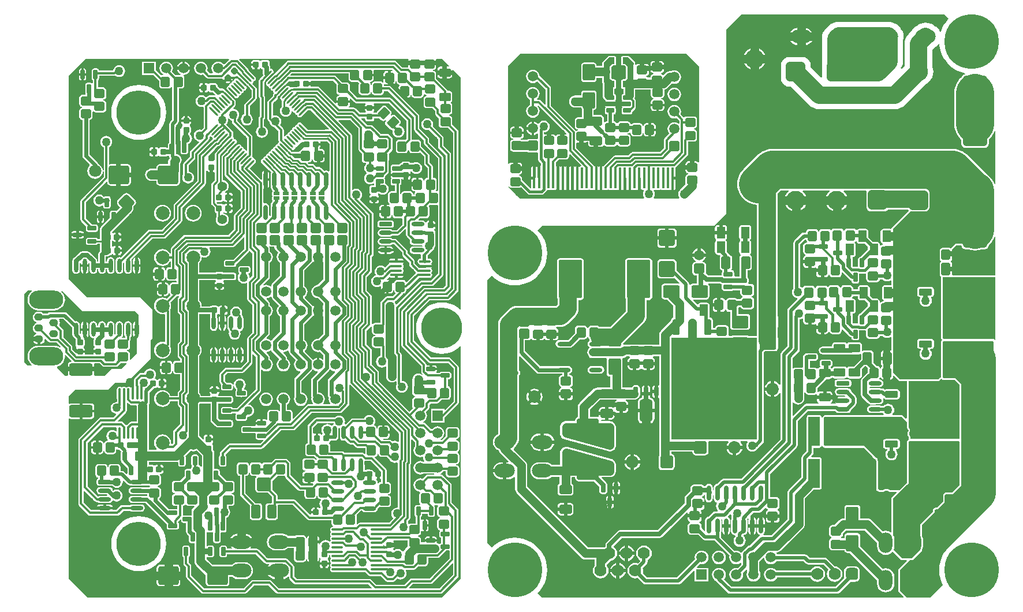
<source format=gtl>
%FSTAX25Y25*%
%MOIN*%
%SFA1B1*%

%IPPOS*%
%AMD10*
4,1,8,0.021800,0.025600,-0.021800,0.025600,-0.029500,0.017900,-0.029500,-0.017900,-0.021800,-0.025600,0.021800,-0.025600,0.029500,-0.017900,0.029500,0.017900,0.021800,0.025600,0.0*
1,1,0.015360,0.021800,0.017900*
1,1,0.015360,-0.021800,0.017900*
1,1,0.015360,-0.021800,-0.017900*
1,1,0.015360,0.021800,-0.017900*
%
%AMD11*
4,1,8,-0.021700,0.010200,-0.021700,-0.010200,-0.019100,-0.012800,0.019100,-0.012800,0.021700,-0.010200,0.021700,0.010200,0.019100,0.012800,-0.019100,0.012800,-0.021700,0.010200,0.0*
1,1,0.005120,-0.019100,0.010200*
1,1,0.005120,-0.019100,-0.010200*
1,1,0.005120,0.019100,-0.010200*
1,1,0.005120,0.019100,0.010200*
%
%AMD12*
4,1,8,0.025600,-0.021800,0.025600,0.021800,0.017900,0.029500,-0.017900,0.029500,-0.025600,0.021800,-0.025600,-0.021800,-0.017900,-0.029500,0.017900,-0.029500,0.025600,-0.021800,0.0*
1,1,0.015360,0.017900,-0.021800*
1,1,0.015360,0.017900,0.021800*
1,1,0.015360,-0.017900,0.021800*
1,1,0.015360,-0.017900,-0.021800*
%
%AMD13*
4,1,8,0.005600,0.059100,-0.005600,0.059100,-0.008100,0.056600,-0.008100,-0.056600,-0.005600,-0.059100,0.005600,-0.059100,0.008100,-0.056600,0.008100,0.056600,0.005600,0.059100,0.0*
1,1,0.004840,0.005600,0.056600*
1,1,0.004840,-0.005600,0.056600*
1,1,0.004840,-0.005600,-0.056600*
1,1,0.004840,0.005600,-0.056600*
%
%AMD15*
4,1,8,0.035400,-0.040200,0.035400,0.040200,0.028300,0.047200,-0.028300,0.047200,-0.035400,0.040200,-0.035400,-0.040200,-0.028300,-0.047200,0.028300,-0.047200,0.035400,-0.040200,0.0*
1,1,0.014180,0.028300,-0.040200*
1,1,0.014180,0.028300,0.040200*
1,1,0.014180,-0.028300,0.040200*
1,1,0.014180,-0.028300,-0.040200*
%
%AMD16*
4,1,8,0.027800,0.025600,-0.027800,0.025600,-0.035400,0.017900,-0.035400,-0.017900,-0.027800,-0.025600,0.027800,-0.025600,0.035400,-0.017900,0.035400,0.017900,0.027800,0.025600,0.0*
1,1,0.015360,0.027800,0.017900*
1,1,0.015360,-0.027800,0.017900*
1,1,0.015360,-0.027800,-0.017900*
1,1,0.015360,0.027800,-0.017900*
%
%AMD17*
4,1,8,-0.012600,-0.017100,0.012600,-0.017100,0.017700,-0.012000,0.017700,0.012000,0.012600,0.017100,-0.012600,0.017100,-0.017700,0.012000,-0.017700,-0.012000,-0.012600,-0.017100,0.0*
1,1,0.010280,-0.012600,-0.012000*
1,1,0.010280,0.012600,-0.012000*
1,1,0.010280,0.012600,0.012000*
1,1,0.010280,-0.012600,0.012000*
%
%AMD18*
4,1,8,-0.017100,0.012600,-0.017100,-0.012600,-0.012000,-0.017700,0.012000,-0.017700,0.017100,-0.012600,0.017100,0.012600,0.012000,0.017700,-0.012000,0.017700,-0.017100,0.012600,0.0*
1,1,0.010280,-0.012000,0.012600*
1,1,0.010280,-0.012000,-0.012600*
1,1,0.010280,0.012000,-0.012600*
1,1,0.010280,0.012000,0.012600*
%
%AMD19*
4,1,8,-0.021000,-0.003200,-0.003200,-0.021000,0.004000,-0.021000,0.021000,-0.004000,0.021000,0.003200,0.003200,0.021000,-0.004000,0.021000,-0.021000,0.004000,-0.021000,-0.003200,0.0*
1,1,0.010280,-0.017400,0.000400*
1,1,0.010280,0.000400,-0.017400*
1,1,0.010280,0.017400,-0.000400*
1,1,0.010280,-0.000400,0.017400*
%
%AMD20*
4,1,4,0.025000,0.017000,0.017000,0.025000,-0.025000,-0.017000,-0.017000,-0.025000,0.025000,0.017000,0.0*
1,1,0.011420,0.021000,0.021000*
1,1,0.011420,-0.021000,-0.021000*
%
%AMD21*
4,1,4,0.017000,-0.025000,0.025000,-0.017000,-0.017000,0.025000,-0.025000,0.017000,0.017000,-0.025000,0.0*
1,1,0.011420,0.021000,-0.021000*
1,1,0.011420,-0.021000,0.021000*
%
%AMD23*
4,1,8,-0.037400,0.008300,-0.037400,-0.008300,-0.033900,-0.011800,0.033900,-0.011800,0.037400,-0.008300,0.037400,0.008300,0.033900,0.011800,-0.033900,0.011800,-0.037400,0.008300,0.0*
1,1,0.007080,-0.033900,0.008300*
1,1,0.007080,-0.033900,-0.008300*
1,1,0.007080,0.033900,-0.008300*
1,1,0.007080,0.033900,0.008300*
%
%AMD26*
4,1,8,0.008300,0.025600,-0.008300,0.025600,-0.011800,0.022000,-0.011800,-0.022000,-0.008300,-0.025600,0.008300,-0.025600,0.011800,-0.022000,0.011800,0.022000,0.008300,0.025600,0.0*
1,1,0.007080,0.008300,0.022000*
1,1,0.007080,-0.008300,0.022000*
1,1,0.007080,-0.008300,-0.022000*
1,1,0.007080,0.008300,-0.022000*
%
%AMD27*
4,1,8,-0.025600,0.008300,-0.025600,-0.008300,-0.022000,-0.011800,0.022000,-0.011800,0.025600,-0.008300,0.025600,0.008300,0.022000,0.011800,-0.022000,0.011800,-0.025600,0.008300,0.0*
1,1,0.007080,-0.022000,0.008300*
1,1,0.007080,-0.022000,-0.008300*
1,1,0.007080,0.022000,-0.008300*
1,1,0.007080,0.022000,0.008300*
%
%AMD28*
4,1,8,-0.020500,-0.039400,0.020500,-0.039400,0.025600,-0.034200,0.025600,0.034200,0.020500,0.039400,-0.020500,0.039400,-0.025600,0.034200,-0.025600,-0.034200,-0.020500,-0.039400,0.0*
1,1,0.010240,-0.020500,-0.034200*
1,1,0.010240,0.020500,-0.034200*
1,1,0.010240,0.020500,0.034200*
1,1,0.010240,-0.020500,0.034200*
%
%AMD29*
4,1,8,-0.031500,-0.039400,0.031500,-0.039400,0.039400,-0.031500,0.039400,0.031500,0.031500,0.039400,-0.031500,0.039400,-0.039400,0.031500,-0.039400,-0.031500,-0.031500,-0.039400,0.0*
1,1,0.015740,-0.031500,-0.031500*
1,1,0.015740,0.031500,-0.031500*
1,1,0.015740,0.031500,0.031500*
1,1,0.015740,-0.031500,0.031500*
%
%AMD32*
4,1,8,-0.008300,-0.037400,0.008300,-0.037400,0.011800,-0.033900,0.011800,0.033900,0.008300,0.037400,-0.008300,0.037400,-0.011800,0.033900,-0.011800,-0.033900,-0.008300,-0.037400,0.0*
1,1,0.007080,-0.008300,-0.033900*
1,1,0.007080,0.008300,-0.033900*
1,1,0.007080,0.008300,0.033900*
1,1,0.007080,-0.008300,0.033900*
%
%AMD33*
4,1,8,0.026100,0.024600,-0.026100,0.024600,-0.033500,0.017200,-0.033500,-0.017200,-0.026100,-0.024600,0.026100,-0.024600,0.033500,-0.017200,0.033500,0.017200,0.026100,0.024600,0.0*
1,1,0.014760,0.026100,0.017200*
1,1,0.014760,-0.026100,0.017200*
1,1,0.014760,-0.026100,-0.017200*
1,1,0.014760,0.026100,-0.017200*
%
%AMD34*
4,1,8,0.002700,-0.033500,0.033500,-0.002700,0.033500,0.008200,0.008200,0.033500,-0.002700,0.033500,-0.033500,0.002700,-0.033500,-0.008200,-0.008200,-0.033500,0.002700,-0.033500,0.0*
1,1,0.015360,-0.002800,-0.028100*
1,1,0.015360,0.028100,0.002800*
1,1,0.015360,0.002800,0.028100*
1,1,0.015360,-0.028100,-0.002800*
%
%AMD35*
4,1,8,0.020800,0.029100,-0.020800,0.029100,-0.029500,0.020400,-0.029500,-0.020400,-0.020800,-0.029100,0.020800,-0.029100,0.029500,-0.020400,0.029500,0.020400,0.020800,0.029100,0.0*
1,1,0.017480,0.020800,0.020400*
1,1,0.017480,-0.020800,0.020400*
1,1,0.017480,-0.020800,-0.020400*
1,1,0.017480,0.020800,-0.020400*
%
%AMD36*
4,1,8,-0.048400,-0.053100,0.048400,-0.053100,0.059100,-0.042500,0.059100,0.042500,0.048400,0.053100,-0.048400,0.053100,-0.059100,0.042500,-0.059100,-0.042500,-0.048400,-0.053100,0.0*
1,1,0.021260,-0.048400,-0.042500*
1,1,0.021260,0.048400,-0.042500*
1,1,0.021260,0.048400,0.042500*
1,1,0.021260,-0.048400,0.042500*
%
%AMD39*
4,1,8,0.056300,0.035400,-0.056300,0.035400,-0.066900,0.024800,-0.066900,-0.024800,-0.056300,-0.035400,0.056300,-0.035400,0.066900,-0.024800,0.066900,0.024800,0.056300,0.035400,0.0*
1,1,0.021260,0.056300,0.024800*
1,1,0.021260,-0.056300,0.024800*
1,1,0.021260,-0.056300,-0.024800*
1,1,0.021260,0.056300,-0.024800*
%
%AMD40*
4,1,8,0.016100,0.009000,-0.016100,0.009000,-0.017000,0.008100,-0.017000,-0.008100,-0.016100,-0.009000,0.016100,-0.009000,0.017000,-0.008100,0.017000,0.008100,0.016100,0.009000,0.0*
1,1,0.001800,0.016100,0.008100*
1,1,0.001800,-0.016100,0.008100*
1,1,0.001800,-0.016100,-0.008100*
1,1,0.001800,0.016100,-0.008100*
%
%AMD41*
4,1,8,-0.024600,0.026100,-0.024600,-0.026100,-0.017200,-0.033500,0.017200,-0.033500,0.024600,-0.026100,0.024600,0.026100,0.017200,0.033500,-0.017200,0.033500,-0.024600,0.026100,0.0*
1,1,0.014760,-0.017200,0.026100*
1,1,0.014760,-0.017200,-0.026100*
1,1,0.014760,0.017200,-0.026100*
1,1,0.014760,0.017200,0.026100*
%
%AMD42*
4,1,8,-0.145700,0.102900,-0.145700,-0.102900,-0.140300,-0.108300,0.140300,-0.108300,0.145700,-0.102900,0.145700,0.102900,0.140300,0.108300,-0.140300,0.108300,-0.145700,0.102900,0.0*
1,1,0.010820,-0.140300,0.102900*
1,1,0.010820,-0.140300,-0.102900*
1,1,0.010820,0.140300,-0.102900*
1,1,0.010820,0.140300,0.102900*
%
%AMD43*
4,1,8,-0.037400,0.015000,-0.037400,-0.015000,-0.033700,-0.018700,0.033700,-0.018700,0.037400,-0.015000,0.037400,0.015000,0.033700,0.018700,-0.033700,0.018700,-0.037400,0.015000,0.0*
1,1,0.007480,-0.033700,0.015000*
1,1,0.007480,-0.033700,-0.015000*
1,1,0.007480,0.033700,-0.015000*
1,1,0.007480,0.033700,0.015000*
%
%AMD44*
4,1,8,-0.029400,-0.084100,0.029400,-0.084100,0.032700,-0.080800,0.032700,0.080800,0.029400,0.084100,-0.029400,0.084100,-0.032700,0.080800,-0.032700,-0.080800,-0.029400,-0.084100,0.0*
1,1,0.006540,-0.029400,-0.080800*
1,1,0.006540,0.029400,-0.080800*
1,1,0.006540,0.029400,0.080800*
1,1,0.006540,-0.029400,0.080800*
%
%AMD45*
4,1,8,-0.142000,-0.084100,0.142000,-0.084100,0.150400,-0.075600,0.150400,0.075600,0.142000,0.084100,-0.142000,0.084100,-0.150400,0.075600,-0.150400,-0.075600,-0.142000,-0.084100,0.0*
1,1,0.016820,-0.142000,-0.075600*
1,1,0.016820,0.142000,-0.075600*
1,1,0.016820,0.142000,0.075600*
1,1,0.016820,-0.142000,0.075600*
%
%AMD46*
4,1,8,0.040200,0.035400,-0.040200,0.035400,-0.047200,0.028300,-0.047200,-0.028300,-0.040200,-0.035400,0.040200,-0.035400,0.047200,-0.028300,0.047200,0.028300,0.040200,0.035400,0.0*
1,1,0.014180,0.040200,0.028300*
1,1,0.014180,-0.040200,0.028300*
1,1,0.014180,-0.040200,-0.028300*
1,1,0.014180,0.040200,-0.028300*
%
%AMD47*
4,1,8,-0.006900,-0.026600,0.006900,-0.026600,0.013800,-0.019700,0.013800,0.019700,0.006900,0.026600,-0.006900,0.026600,-0.013800,0.019700,-0.013800,-0.019700,-0.006900,-0.026600,0.0*
1,1,0.013780,-0.006900,-0.019700*
1,1,0.013780,0.006900,-0.019700*
1,1,0.013780,0.006900,0.019700*
1,1,0.013780,-0.006900,0.019700*
%
%AMD48*
4,1,8,-0.006900,-0.040400,0.006900,-0.040400,0.013800,-0.033500,0.013800,0.033500,0.006900,0.040400,-0.006900,0.040400,-0.013800,0.033500,-0.013800,-0.033500,-0.006900,-0.040400,0.0*
1,1,0.013780,-0.006900,-0.033500*
1,1,0.013780,0.006900,-0.033500*
1,1,0.013780,0.006900,0.033500*
1,1,0.013780,-0.006900,0.033500*
%
%AMD49*
4,1,8,-0.018700,-0.065000,0.018700,-0.065000,0.037400,-0.046300,0.037400,0.046300,0.018700,0.065000,-0.018700,0.065000,-0.037400,0.046300,-0.037400,-0.046300,-0.018700,-0.065000,0.0*
1,1,0.037400,-0.018700,-0.046300*
1,1,0.037400,0.018700,-0.046300*
1,1,0.037400,0.018700,0.046300*
1,1,0.037400,-0.018700,0.046300*
%
%AMD50*
4,1,8,0.052000,0.060000,-0.052000,0.060000,-0.064000,0.048000,-0.064000,-0.048000,-0.052000,-0.060000,0.052000,-0.060000,0.064000,-0.048000,0.064000,0.048000,0.052000,0.060000,0.0*
1,1,0.024000,0.052000,0.048000*
1,1,0.024000,-0.052000,0.048000*
1,1,0.024000,-0.052000,-0.048000*
1,1,0.024000,0.052000,-0.048000*
%
%AMD51*
4,1,8,0.025600,-0.027800,0.025600,0.027800,0.017900,0.035400,-0.017900,0.035400,-0.025600,0.027800,-0.025600,-0.027800,-0.017900,-0.035400,0.017900,-0.035400,0.025600,-0.027800,0.0*
1,1,0.015360,0.017900,-0.027800*
1,1,0.015360,0.017900,0.027800*
1,1,0.015360,-0.017900,0.027800*
1,1,0.015360,-0.017900,-0.027800*
%
%AMD52*
4,1,8,-0.067500,0.103500,-0.067500,-0.103500,-0.060700,-0.110200,0.060700,-0.110200,0.067500,-0.103500,0.067500,0.103500,0.060700,0.110200,-0.060700,0.110200,-0.067500,0.103500,0.0*
1,1,0.013500,-0.060700,0.103500*
1,1,0.013500,-0.060700,-0.103500*
1,1,0.013500,0.060700,-0.103500*
1,1,0.013500,0.060700,0.103500*
%
%AMD53*
4,1,8,0.104700,0.147600,-0.104700,0.147600,-0.110200,0.142100,-0.110200,-0.142100,-0.104700,-0.147600,0.104700,-0.147600,0.110200,-0.142100,0.110200,0.142100,0.104700,0.147600,0.0*
1,1,0.011020,0.104700,0.142100*
1,1,0.011020,-0.104700,0.142100*
1,1,0.011020,-0.104700,-0.142100*
1,1,0.011020,0.104700,-0.142100*
%
%AMD54*
4,1,8,0.013800,0.045000,-0.013800,0.045000,-0.019700,0.039100,-0.019700,-0.039100,-0.013800,-0.045000,0.013800,-0.045000,0.019700,-0.039100,0.019700,0.039100,0.013800,0.045000,0.0*
1,1,0.011820,0.013800,0.039100*
1,1,0.011820,-0.013800,0.039100*
1,1,0.011820,-0.013800,-0.039100*
1,1,0.011820,0.013800,-0.039100*
%
%AMD55*
4,1,8,0.045300,-0.036200,0.045300,0.036200,0.036200,0.045300,-0.036200,0.045300,-0.045300,0.036200,-0.045300,-0.036200,-0.036200,-0.045300,0.036200,-0.045300,0.045300,-0.036200,0.0*
1,1,0.018120,0.036200,-0.036200*
1,1,0.018120,0.036200,0.036200*
1,1,0.018120,-0.036200,0.036200*
1,1,0.018120,-0.036200,-0.036200*
%
%AMD88*
4,1,8,-0.029500,0.020700,-0.029500,-0.020700,-0.020700,-0.029500,0.020700,-0.029500,0.029500,-0.020700,0.029500,0.020700,0.020700,0.029500,-0.020700,0.029500,-0.029500,0.020700,0.0*
1,1,0.017720,-0.020700,0.020700*
1,1,0.017720,-0.020700,-0.020700*
1,1,0.017720,0.020700,-0.020700*
1,1,0.017720,0.020700,0.020700*
%
%AMD93*
4,1,8,0.042600,0.007500,0.007500,0.042600,-0.007500,0.042600,-0.042600,0.007500,-0.042600,-0.007500,-0.007500,-0.042600,0.007500,-0.042600,0.042600,-0.007500,0.042600,0.007500,0.0*
1,1,0.021260,0.035100,0.000000*
1,1,0.021260,0.000000,0.035100*
1,1,0.021260,-0.035100,0.000000*
1,1,0.021260,0.000000,-0.035100*
%
%AMD101*
4,1,8,0.025500,0.036400,-0.025500,0.036400,-0.036400,0.025500,-0.036400,-0.025500,-0.025500,-0.036400,0.025500,-0.036400,0.036400,-0.025500,0.036400,0.025500,0.025500,0.036400,0.0*
1,1,0.021860,0.025500,0.025500*
1,1,0.021860,-0.025500,0.025500*
1,1,0.021860,-0.025500,-0.025500*
1,1,0.021860,0.025500,-0.025500*
%
%AMD102*
4,1,8,-0.017500,-0.035000,0.017500,-0.035000,0.035000,-0.017500,0.035000,0.017500,0.017500,0.035000,-0.017500,0.035000,-0.035000,0.017500,-0.035000,-0.017500,-0.017500,-0.035000,0.0*
1,1,0.035000,-0.017500,-0.017500*
1,1,0.035000,0.017500,-0.017500*
1,1,0.035000,0.017500,0.017500*
1,1,0.035000,-0.017500,0.017500*
%
%AMD104*
4,1,8,0.055100,-0.038600,0.055100,0.038600,0.038600,0.055100,-0.038600,0.055100,-0.055100,0.038600,-0.055100,-0.038600,-0.038600,-0.055100,0.038600,-0.055100,0.055100,-0.038600,0.0*
1,1,0.033080,0.038600,-0.038600*
1,1,0.033080,0.038600,0.038600*
1,1,0.033080,-0.038600,0.038600*
1,1,0.033080,-0.038600,-0.038600*
%
%AMD108*
4,1,8,0.043800,0.007700,0.007700,0.043800,-0.007700,0.043800,-0.043800,0.007700,-0.043800,-0.007700,-0.007700,-0.043800,0.007700,-0.043800,0.043800,-0.007700,0.043800,0.007700,0.0*
1,1,0.021860,0.036100,0.000000*
1,1,0.021860,0.000000,0.036100*
1,1,0.021860,-0.036100,0.000000*
1,1,0.021860,0.000000,-0.036100*
%
%AMD109*
4,1,8,-0.068900,0.055100,-0.068900,-0.055100,-0.055100,-0.068900,0.055100,-0.068900,0.068900,-0.055100,0.068900,0.055100,0.055100,0.068900,-0.055100,0.068900,-0.068900,0.055100,0.0*
1,1,0.027560,-0.055100,0.055100*
1,1,0.027560,-0.055100,-0.055100*
1,1,0.027560,0.055100,-0.055100*
1,1,0.027560,0.055100,0.055100*
%
G04~CAMADD=10~8~0.0~0.0~590.6~511.8~76.8~0.0~15~0.0~0.0~0.0~0.0~0~0.0~0.0~0.0~0.0~0~0.0~0.0~0.0~0.0~590.6~511.8*
%ADD10D10*%
G04~CAMADD=11~8~0.0~0.0~255.9~433.1~25.6~0.0~15~0.0~0.0~0.0~0.0~0~0.0~0.0~0.0~0.0~0~0.0~0.0~0.0~90.0~434.0~256.0*
%ADD11D11*%
G04~CAMADD=12~8~0.0~0.0~590.6~511.8~76.8~0.0~15~0.0~0.0~0.0~0.0~0~0.0~0.0~0.0~0.0~0~0.0~0.0~0.0~270.0~512.0~590.0*
%ADD12D12*%
G04~CAMADD=13~8~0.0~0.0~161.4~1181.1~24.2~0.0~15~0.0~0.0~0.0~0.0~0~0.0~0.0~0.0~0.0~0~0.0~0.0~0.0~0.0~161.4~1181.1*
%ADD13D13*%
%ADD14R,0.035430X0.098430*%
G04~CAMADD=15~8~0.0~0.0~944.9~708.7~70.9~0.0~15~0.0~0.0~0.0~0.0~0~0.0~0.0~0.0~0.0~0~0.0~0.0~0.0~270.0~708.0~944.0*
%ADD15D15*%
G04~CAMADD=16~8~0.0~0.0~708.7~511.8~76.8~0.0~15~0.0~0.0~0.0~0.0~0~0.0~0.0~0.0~0.0~0~0.0~0.0~0.0~0.0~708.7~511.8*
%ADD16D16*%
G04~CAMADD=17~8~0.0~0.0~354.3~342.5~51.4~0.0~15~0.0~0.0~0.0~0.0~0~0.0~0.0~0.0~0.0~0~0.0~0.0~0.0~180.0~354.0~343.0*
%ADD17D17*%
G04~CAMADD=18~8~0.0~0.0~354.3~342.5~51.4~0.0~15~0.0~0.0~0.0~0.0~0~0.0~0.0~0.0~0.0~0~0.0~0.0~0.0~90.0~343.0~354.0*
%ADD18D18*%
G04~CAMADD=19~8~0.0~0.0~354.3~342.5~51.4~0.0~15~0.0~0.0~0.0~0.0~0~0.0~0.0~0.0~0.0~0~0.0~0.0~0.0~135.0~450.0~450.0*
%ADD19D19*%
G04~CAMADD=20~3~0.0~0.0~114.2~708.7~0.0~0.0~0~0.0~0.0~0.0~0.0~0~0.0~0.0~0.0~0.0~0~0.0~0.0~0.0~315.0~534.0~534.0*
%ADD20D20*%
G04~CAMADD=21~3~0.0~0.0~114.2~708.7~0.0~0.0~0~0.0~0.0~0.0~0.0~0~0.0~0.0~0.0~0.0~0~0.0~0.0~0.0~225.0~534.0~534.0*
%ADD21D21*%
%ADD22O,0.023620X0.074800*%
G04~CAMADD=23~8~0.0~0.0~236.2~748.0~35.4~0.0~15~0.0~0.0~0.0~0.0~0~0.0~0.0~0.0~0.0~0~0.0~0.0~0.0~90.0~748.0~236.0*
%ADD23D23*%
%ADD24O,0.074800X0.023620*%
%ADD25O,0.013780X0.066930*%
G04~CAMADD=26~8~0.0~0.0~236.2~511.8~35.4~0.0~15~0.0~0.0~0.0~0.0~0~0.0~0.0~0.0~0.0~0~0.0~0.0~0.0~0.0~236.2~511.8*
%ADD26D26*%
G04~CAMADD=27~8~0.0~0.0~236.2~511.8~35.4~0.0~15~0.0~0.0~0.0~0.0~0~0.0~0.0~0.0~0.0~0~0.0~0.0~0.0~90.0~512.0~236.0*
%ADD27D27*%
G04~CAMADD=28~8~0.0~0.0~511.8~787.4~51.2~0.0~15~0.0~0.0~0.0~0.0~0~0.0~0.0~0.0~0.0~0~0.0~0.0~0.0~180.0~512.0~788.0*
%ADD28D28*%
G04~CAMADD=29~8~0.0~0.0~787.4~787.4~78.7~0.0~15~0.0~0.0~0.0~0.0~0~0.0~0.0~0.0~0.0~0~0.0~0.0~0.0~180.0~788.0~788.0*
%ADD29D29*%
%ADD30O,0.066930X0.013780*%
%ADD31O,0.023620X0.086610*%
G04~CAMADD=32~8~0.0~0.0~236.2~748.0~35.4~0.0~15~0.0~0.0~0.0~0.0~0~0.0~0.0~0.0~0.0~0~0.0~0.0~0.0~180.0~236.0~748.0*
%ADD32D32*%
G04~CAMADD=33~8~0.0~0.0~669.3~492.1~73.8~0.0~15~0.0~0.0~0.0~0.0~0~0.0~0.0~0.0~0.0~0~0.0~0.0~0.0~0.0~669.3~492.1*
%ADD33D33*%
G04~CAMADD=34~8~0.0~0.0~590.6~511.8~76.8~0.0~15~0.0~0.0~0.0~0.0~0~0.0~0.0~0.0~0.0~0~0.0~0.0~0.0~225.0~717.0~715.0*
%ADD34D34*%
G04~CAMADD=35~8~0.0~0.0~590.6~582.7~87.4~0.0~15~0.0~0.0~0.0~0.0~0~0.0~0.0~0.0~0.0~0~0.0~0.0~0.0~0.0~590.6~582.7*
%ADD35D35*%
G04~CAMADD=36~8~0.0~0.0~1181.1~1063.0~106.3~0.0~15~0.0~0.0~0.0~0.0~0~0.0~0.0~0.0~0.0~0~0.0~0.0~0.0~180.0~1182.0~1063.0*
%ADD36D36*%
%ADD37O,0.066930X0.016000*%
%ADD38O,0.023620X0.078740*%
G04~CAMADD=39~8~0.0~0.0~1338.6~708.7~106.3~0.0~15~0.0~0.0~0.0~0.0~0~0.0~0.0~0.0~0.0~0~0.0~0.0~0.0~0.0~1338.6~708.7*
%ADD39D39*%
G04~CAMADD=40~8~0.0~0.0~340.0~180.0~9.0~0.0~15~0.0~0.0~0.0~0.0~0~0.0~0.0~0.0~0.0~0~0.0~0.0~0.0~0.0~340.0~180.0*
%ADD40D40*%
G04~CAMADD=41~8~0.0~0.0~669.3~492.1~73.8~0.0~15~0.0~0.0~0.0~0.0~0~0.0~0.0~0.0~0.0~0~0.0~0.0~0.0~90.0~492.0~670.0*
%ADD41D41*%
G04~CAMADD=42~8~0.0~0.0~2165.4~2913.4~54.1~0.0~15~0.0~0.0~0.0~0.0~0~0.0~0.0~0.0~0.0~0~0.0~0.0~0.0~90.0~2914.0~2166.0*
%ADD42D42*%
G04~CAMADD=43~8~0.0~0.0~374.0~748.0~37.4~0.0~15~0.0~0.0~0.0~0.0~0~0.0~0.0~0.0~0.0~0~0.0~0.0~0.0~90.0~748.0~374.0*
%ADD43D43*%
G04~CAMADD=44~8~0.0~0.0~653.5~1681.1~32.7~0.0~15~0.0~0.0~0.0~0.0~0~0.0~0.0~0.0~0.0~0~0.0~0.0~0.0~180.0~654.0~1682.0*
%ADD44D44*%
G04~CAMADD=45~8~0.0~0.0~3007.9~1681.1~84.1~0.0~15~0.0~0.0~0.0~0.0~0~0.0~0.0~0.0~0.0~0~0.0~0.0~0.0~180.0~3008.0~1681.0*
%ADD45D45*%
G04~CAMADD=46~8~0.0~0.0~944.9~708.7~70.9~0.0~15~0.0~0.0~0.0~0.0~0~0.0~0.0~0.0~0.0~0~0.0~0.0~0.0~0.0~944.9~708.7*
%ADD46D46*%
G04~CAMADD=47~8~0.0~0.0~275.6~531.5~68.9~0.0~15~0.0~0.0~0.0~0.0~0~0.0~0.0~0.0~0.0~0~0.0~0.0~0.0~180.0~276.0~532.0*
%ADD47D47*%
G04~CAMADD=48~8~0.0~0.0~275.6~808.7~68.9~0.0~15~0.0~0.0~0.0~0.0~0~0.0~0.0~0.0~0.0~0~0.0~0.0~0.0~180.0~276.0~809.0*
%ADD48D48*%
G04~CAMADD=49~8~0.0~0.0~748.0~1299.2~187.0~0.0~15~0.0~0.0~0.0~0.0~0~0.0~0.0~0.0~0.0~0~0.0~0.0~0.0~180.0~749.0~1300.0*
%ADD49D49*%
G04~CAMADD=50~8~0.0~0.0~1279.5~1200.0~120.0~0.0~15~0.0~0.0~0.0~0.0~0~0.0~0.0~0.0~0.0~0~0.0~0.0~0.0~0.0~1279.5~1200.0*
%ADD50D50*%
G04~CAMADD=51~8~0.0~0.0~708.7~511.8~76.8~0.0~15~0.0~0.0~0.0~0.0~0~0.0~0.0~0.0~0.0~0~0.0~0.0~0.0~270.0~512.0~708.0*
%ADD51D51*%
G04~CAMADD=52~8~0.0~0.0~2204.7~1350.0~67.5~0.0~15~0.0~0.0~0.0~0.0~0~0.0~0.0~0.0~0.0~0~0.0~0.0~0.0~90.0~1350.0~2204.0*
%ADD52D52*%
G04~CAMADD=53~8~0.0~0.0~2204.7~2952.8~55.1~0.0~15~0.0~0.0~0.0~0.0~0~0.0~0.0~0.0~0.0~0~0.0~0.0~0.0~0.0~2204.7~2952.8*
%ADD53D53*%
G04~CAMADD=54~8~0.0~0.0~393.7~900.0~59.1~0.0~15~0.0~0.0~0.0~0.0~0~0.0~0.0~0.0~0.0~0~0.0~0.0~0.0~0.0~393.7~900.0*
%ADD54D54*%
G04~CAMADD=55~8~0.0~0.0~905.5~905.5~90.6~0.0~15~0.0~0.0~0.0~0.0~0~0.0~0.0~0.0~0.0~0~0.0~0.0~0.0~270.0~906.0~906.0*
%ADD55D55*%
%ADD56C,0.025000*%
%ADD57C,0.020000*%
%ADD58C,0.012000*%
%ADD59C,0.050000*%
%ADD60C,0.016000*%
%ADD61C,0.035000*%
%ADD62C,0.022000*%
%ADD63C,0.014000*%
%ADD64C,0.015000*%
%ADD65C,0.010000*%
%ADD66C,0.052000*%
%ADD67C,0.032000*%
%ADD68C,0.011000*%
%ADD69C,0.030000*%
%ADD70C,0.018000*%
%ADD71C,0.019000*%
%ADD72C,0.023000*%
%ADD73C,0.034000*%
%ADD74C,0.048000*%
%ADD75C,0.100000*%
%ADD76C,0.110240*%
%ADD77C,0.046000*%
%ADD78C,0.200000*%
%ADD79C,0.040000*%
%ADD80C,0.220000*%
%ADD81C,0.160000*%
%ADD82R,0.246060X0.167320*%
%ADD83R,0.275590X0.029530*%
%ADD84R,0.494090X0.587010*%
%ADD85R,0.107000X0.103000*%
%ADD86R,0.121940X0.045280*%
%ADD87C,0.059060*%
G04~CAMADD=88~8~0.0~0.0~590.6~590.6~88.6~0.0~15~0.0~0.0~0.0~0.0~0~0.0~0.0~0.0~0.0~0~0.0~0.0~0.0~90.0~590.0~590.0*
%ADD88D88*%
%ADD89O,0.051180X0.043310*%
%ADD90O,0.196850X0.104330*%
%ADD91C,0.255900*%
%ADD92C,0.236220*%
G04~CAMADD=93~8~0.0~0.0~708.7~708.7~106.3~0.0~15~0.0~0.0~0.0~0.0~0~0.0~0.0~0.0~0.0~0~0.0~0.0~0.0~315.0~914.0~913.0*
%ADD93D93*%
%ADD94C,0.070870*%
%ADD95R,0.059060X0.059060*%
%ADD96O,0.118110X0.078740*%
%ADD97R,0.059060X0.059060*%
%ADD98C,0.078740*%
%ADD99C,0.055120*%
%ADD100C,0.072840*%
G04~CAMADD=101~8~0.0~0.0~728.4~728.4~109.3~0.0~15~0.0~0.0~0.0~0.0~0~0.0~0.0~0.0~0.0~0~0.0~0.0~0.0~0.0~728.4~728.4*
%ADD101D101*%
G04~CAMADD=102~8~0.0~0.0~700.0~700.0~175.0~0.0~15~0.0~0.0~0.0~0.0~0~0.0~0.0~0.0~0.0~0~0.0~0.0~0.0~180.0~700.0~700.0*
%ADD102D102*%
%ADD103C,0.070000*%
G04~CAMADD=104~8~0.0~0.0~1102.4~1102.4~165.4~0.0~15~0.0~0.0~0.0~0.0~0~0.0~0.0~0.0~0.0~0~0.0~0.0~0.0~270.0~1102.0~1102.0*
%ADD104D104*%
%ADD105C,0.110240*%
%ADD106C,0.059060*%
%ADD107C,0.314000*%
G04~CAMADD=108~8~0.0~0.0~728.4~728.4~109.3~0.0~15~0.0~0.0~0.0~0.0~0~0.0~0.0~0.0~0.0~0~0.0~0.0~0.0~315.0~940.0~939.0*
%ADD108D108*%
G04~CAMADD=109~8~0.0~0.0~1378.0~1378.0~137.8~0.0~15~0.0~0.0~0.0~0.0~0~0.0~0.0~0.0~0.0~0~0.0~0.0~0.0~90.0~1378.0~1378.0*
%ADD109D109*%
%ADD110O,0.078740X0.118110*%
%ADD111C,0.125200*%
%ADD112C,0.050000*%
%LNunisolder52_full-1*%
%LPD*%
G36*
X0517717Y0578346D02*
Y0523002D01*
X0517216Y0522851*
X0517186Y0522897*
X0516634Y0523265*
X0515983Y0523395*
X0514548*
Y0519903*
X0513798*
Y0519153*
X0509913*
Y0518112*
X0510042Y0517461*
X0510411Y0516909*
X0510963Y0516541*
X0511613Y0516411*
Y0515914*
X0510963Y0515785*
X0510411Y0515416*
X0510042Y0514865*
X0509913Y0514214*
Y0510632*
X0510004Y0510174*
X0506717Y0506888*
X0506172Y0506178*
X050583Y050535*
X0505713Y0504463*
X050583Y0503575*
X0506172Y0502748*
X0506387Y0502468*
X0506141Y0501968*
X0491708*
X0491462Y0502468*
X049176Y0502857*
X0492102Y0503684*
X0492219Y0504572*
X0492102Y0505459*
X049176Y0506286*
X0491582Y0506518*
X0491803Y0506966*
X0492111*
X0492556Y0507055*
X0492924Y0507301*
X0493291Y0507055*
X0493737Y0506966*
X0494867*
X0495312Y0507055*
X049568Y0507301*
X0496047Y0507055*
X0496492Y0506966*
X0497622*
X0498068Y0507055*
X0498435Y0507301*
X0498803Y0507055*
X0499248Y0506966*
X0500378*
X0500824Y0507055*
X0501191Y0507301*
X0501559Y0507055*
X0501819Y0507003*
Y0513794*
X0502569*
Y0514544*
X0504299*
Y0519458*
X0504211Y0519898*
X0504636Y0520182*
X0511033Y0526579*
X0511364Y0527075*
X0511481Y052766*
Y0534894*
X0514882*
X0515533Y0535023*
X0516084Y0535392*
X0516453Y0535944*
X0516582Y0536594*
Y0540177*
X0516453Y0540828*
X0516084Y0541379*
X0515533Y0541748*
X0514882Y0541878*
Y0542374*
X0515533Y0542504*
X0516084Y0542872*
X0516453Y0543424*
X0516582Y0544075*
Y0547657*
X0516453Y0548308*
X0516084Y054886*
X0515533Y0549228*
X0514882Y0549358*
X0510512*
X0509861Y0549228*
X0509309Y054886*
X0508771Y0548953*
X0507081Y0550644*
X0507252Y0551057*
X0507384Y0552063*
X0507252Y0553069*
X0506864Y0554006*
X0506246Y0554811*
X0505441Y0555428*
X0504504Y0555817*
X0503498Y0555949*
X0502493Y0555817*
X0501555Y0555428*
X0500751Y0554811*
X0500133Y0554006*
X0499745Y0553069*
X0499612Y0552063*
X0499745Y0551057*
X0500133Y055012*
X0500751Y0549315*
X0501555Y0548698*
X0502493Y0548309*
X0503498Y0548177*
X0504504Y0548309*
X0504918Y0548481*
X0506422Y0546977*
Y0545306*
X0505922Y054506*
X0505441Y0545428*
X0504504Y0545817*
X0503498Y0545949*
X0502493Y0545817*
X0501555Y0545428*
X0500751Y0544811*
X0500133Y0544006*
X0499745Y0543069*
X0499612Y0542063*
X0499745Y0541057*
X0500133Y054012*
X0500668Y0539423*
X0497964Y0536719*
X0497633Y0536222*
X0497516Y0535637*
Y0531175*
X0495134Y0528793*
X047957*
X0478985Y0528677*
X0478488Y0528345*
X0476873Y0526729*
X0469311*
X0468726Y0526613*
X0468229Y0526281*
X0462905Y0520957*
X0462574Y0520461*
X0462436Y0520404*
X0462241Y0520534*
X0461981Y0520585*
Y0513794*
Y0507003*
X0462241Y0507055*
X0462609Y0507301*
X0462976Y0507055*
X0463422Y0506966*
X0464552*
X0464997Y0507055*
X0465365Y0507301*
X0465732Y0507055*
X0466178Y0506966*
X0467307*
X0467753Y0507055*
X046812Y0507301*
X0468488Y0507055*
X0468933Y0506966*
X0470063*
X0470509Y0507055*
X0470876Y0507301*
X0471244Y0507055*
X0471504Y0507003*
Y0513794*
X0473004*
Y0507003*
X0473265Y0507055*
X0473632Y0507301*
X0474Y0507055*
X047426Y0507003*
Y0513794*
X047576*
Y0507003*
X0476021Y0507055*
X0476388Y0507301*
X0476756Y0507055*
X0477016Y0507003*
Y0513794*
X0478516*
Y0507003*
X0478777Y0507055*
X0479144Y0507301*
X0479511Y0507055*
X0479957Y0506966*
X0481087*
X0481533Y0507055*
X04819Y0507301*
X0482267Y0507055*
X0482528Y0507003*
Y0513794*
X0484028*
Y0507003*
X0484289Y0507055*
X0484656Y0507301*
X0485023Y0507055*
X0485469Y0506966*
X0485777*
X0485998Y0506518*
X048582Y0506286*
X0485477Y0505459*
X048536Y0504572*
X0485477Y0503684*
X048582Y0502857*
X0486118Y0502468*
X0485871Y0501968*
X0414173*
X0407705Y0508437*
X0407727Y0508906*
X0408247Y0508825*
X0408311Y0508729*
X0408863Y050836*
X0409513Y0508231*
X0413883*
X0414534Y050836*
X041485Y0508571*
X0418684Y0504737*
X0419246Y0504362*
X0419909Y050423*
X0426898*
X0427562Y0504362*
X0428124Y0504737*
X0429386Y0505999*
X0429761Y0506561*
X0429767Y0506592*
X0430351Y0506966*
X0431481*
X0431926Y0507055*
X0432294Y0507301*
X0432661Y0507055*
X0433107Y0506966*
X0434237*
X0434682Y0507055*
X043505Y0507301*
X0435417Y0507055*
X0435677Y0507003*
Y0513794*
Y0520607*
X0435201Y0520945*
Y0522704*
X043699Y0524492*
X0441094*
X0441745Y0524622*
X0442297Y052499*
X0442665Y0525542*
X0442795Y0526193*
Y0527348*
X0443257Y0527539*
X0449718Y0521078*
X0449496Y0520593*
X0449196Y0520534*
X0448829Y0520288*
X0448462Y0520534*
X0448201Y0520585*
Y0513794*
Y0507003*
X0448462Y0507055*
X0448829Y0507301*
X0449196Y0507055*
X0449642Y0506966*
X0450772*
X0451218Y0507055*
X0451585Y0507301*
X0451952Y0507055*
X0452398Y0506966*
X0453528*
X0453974Y0507055*
X0454341Y0507301*
X0454708Y0507055*
X0455154Y0506966*
X0456284*
X045673Y0507055*
X0457097Y0507301*
X0457464Y0507055*
X0457725Y0507003*
Y0513794*
Y0520585*
X0457624Y0520565*
X0457132Y0520654*
X04568Y052115*
X0446891Y0531059*
Y0533982*
X0447392Y0534352*
X0447724Y0534286*
X0449159*
Y0537778*
X0450659*
Y0534286*
X0452094*
X0452745Y0534415*
X0453297Y0534784*
X0453792Y0534625*
Y0533444*
X0453921Y0532794*
X045429Y0532242*
X0454841Y0531874*
X0455492Y0531744*
X0457518*
Y0535236*
X0459018*
Y0531744*
X0461043*
X0461694Y0531874*
X0462246Y0532242*
X0462536Y0532677*
X046295Y0532743*
X0463109Y0532719*
X046322Y0532553*
X0463772Y0532184*
X0464423Y0532055*
X0468793*
X0469444Y0532184*
X0469995Y0532553*
X0470222Y0532892*
X0470791Y0532884*
X0471022Y0532538*
X0471574Y0532169*
X0472224Y053204*
X0476594*
X0477245Y0532169*
X0477797Y0532538*
X0478165Y0533089*
X0478295Y053374*
Y0537323*
X0478165Y0537973*
X0477797Y0538525*
X0477245Y0538894*
X0476594Y0539023*
Y053952*
X0477245Y0539649*
X0477797Y0540018*
X04778Y0540022*
X04783Y0539871*
Y0539449*
X0478429Y0538798*
X0478798Y0538246*
X0479349Y0537878*
X048Y0537748*
X0483583*
X0484233Y0537878*
X0484785Y0538246*
X0485154Y0538798*
X0485283Y0539449*
X048578*
X0485909Y0538798*
X0486278Y0538246*
X048683Y0537878*
X048748Y0537748*
X0488522*
Y0541634*
Y0545519*
X048748*
X048683Y054539*
X0486278Y0545021*
X0485909Y0544469*
X048578Y0543819*
X0485283*
X0485154Y0544469*
X0484785Y0545021*
X0484233Y054539*
X0483583Y0545519*
X048*
X0479349Y054539*
X0478798Y0545021*
X047877Y0544979*
X0478249Y0545033*
X0478165Y0545454*
X0477797Y0546005*
X0477245Y0546374*
X0476594Y0546503*
X0472224*
X0471574Y0546374*
X0471022Y0546005*
X0470795Y0545666*
X0470226Y0545675*
X0469995Y054602*
X0469444Y0546389*
X0468793Y0546518*
X0468611*
Y0550598*
X0469034Y0550682*
X0469417Y0550938*
X0469672Y055132*
X0469762Y0551771*
Y0553818*
X0469672Y0554269*
X0469417Y0554651*
Y0554678*
X0469672Y055506*
X0469762Y0555511*
Y0555785*
X0463586*
Y0555511*
X0463676Y055506*
X0463931Y0554678*
Y0554651*
X0463676Y0554269*
X0463586Y0553818*
Y0551771*
X0463676Y055132*
X0463931Y0550938*
X0464314Y0550682*
X0464737Y0550598*
Y0546518*
X0464423*
X0463772Y0546389*
X0463244Y0546036*
X0463111Y0546063*
X0462744Y0546207*
Y0548445*
X0462614Y0549095*
X0462246Y0549647*
X0461694Y0550015*
X0461043Y0550145*
X0456998*
Y0553053*
X0457008*
X0457636Y0553178*
X0458168Y0553534*
X0458523Y0554066*
X0458648Y0554694*
Y0562725*
X0458523Y0563353*
X0458168Y0563885*
X0457636Y056424*
X0457008Y0564365*
X0451339*
X0450711Y056424*
X0450179Y0563885*
X0449823Y0563353*
X0449698Y0562725*
Y0561402*
X0446162*
X0445274Y0561285*
X0444447Y0560942*
X0443737Y0560397*
X0443192Y0559687*
X0442849Y055886*
X0442732Y0557972*
X0442849Y0557085*
X0443192Y0556258*
X0443737Y0555548*
X0444447Y0555002*
X0445274Y055466*
X0446162Y0554543*
X0449728*
X0449823Y0554066*
X0450139Y0553593*
Y054875*
X0447724*
X0447074Y054862*
X0446522Y0548252*
X0446153Y05477*
X0446024Y0547049*
Y0543467*
X0446153Y0542816*
X0446522Y0542264*
X0447074Y0541896*
X0447724Y0541766*
Y0541269*
X0447074Y054114*
X0446735Y0540913*
X0446444Y0541349*
X0432228Y0555565*
Y0565663*
X0432111Y0566248*
X043178Y0566744*
X0426074Y057245*
X0425649Y0572734*
X0425552Y0573469*
X0425164Y0574406*
X0424546Y0575211*
X0423741Y0575828*
X0422804Y0576217*
X0421798Y0576349*
X0420793Y0576217*
X0419855Y0575828*
X0419051Y0575211*
X0418433Y0574406*
X0418045Y0573469*
X0417912Y0572463*
X0418045Y0571457*
X0418433Y057052*
X0419051Y0569715*
X0419855Y0569098*
X0420793Y0568709*
X0421798Y0568577*
X0422804Y0568709*
X0423741Y0569098*
X0424511Y0569688*
X0429169Y0565029*
Y0556449*
X0428707Y0556257*
X042642Y0558544*
X0425924Y0558876*
X0425339Y0558992*
X0424426*
X0424256Y0559492*
X0424546Y0559715*
X0425164Y056052*
X0425552Y0561457*
X0425684Y0562463*
X0425552Y0563469*
X0425164Y0564406*
X0424546Y0565211*
X0423741Y0565828*
X0422804Y0566217*
X0421798Y0566349*
X0420793Y0566217*
X0419855Y0565828*
X0419051Y0565211*
X0418433Y0564406*
X0418045Y0563469*
X0417912Y0562463*
X0418045Y0561457*
X0418433Y056052*
X0419051Y0559715*
X0419855Y0559098*
X0420269Y0558926*
Y0556*
X0419855Y0555828*
X0419051Y0555211*
X0418433Y0554406*
X0418045Y0553469*
X0417912Y0552463*
X0418045Y0551457*
X0418433Y055052*
X0419051Y0549715*
X0419855Y0549098*
X0420793Y0548709*
X0421798Y0548577*
X0422804Y0548709*
X0423741Y0549098*
X0424546Y0549715*
X0425164Y055052*
X0425552Y0551457*
X0425684Y0552463*
X0425552Y0553469*
X0425164Y0554406*
X0424571Y0555178*
X0424588Y0555338*
X0424712Y0555714*
X0424891Y0555748*
X0441192Y0539446*
X0441151Y0539242*
X0440975Y0538956*
X0439659*
Y0535464*
X0438159*
Y0538956*
X0436724*
X0436074Y0538827*
X0435522Y0538458*
X0435294Y0538117*
X0434724*
X0434497Y0538458*
X0433945Y0538827*
X0433294Y0538956*
X0431859*
Y0535464*
X0430359*
Y0538956*
X0428924*
X0428685Y0538908*
X0428185Y0539319*
Y0540153*
X0429039Y0540266*
X0429866Y0540608*
X0430576Y0541153*
X0431121Y0541864*
X0431464Y0542691*
X043158Y0543578*
X0431464Y0544466*
X0431121Y0545293*
X0430576Y0546003*
X0429866Y0546548*
X0429039Y0546891*
X0428151Y0547008*
X0427264Y0546891*
X0426437Y0546548*
X0425726Y0546003*
X0425181Y0545293*
X0425128Y0545164*
X0424632Y0545099*
X0424546Y0545211*
X0423741Y0545828*
X0422804Y0546216*
X0422548Y054625*
Y0542463*
Y0538676*
X0422804Y0538709*
X0423741Y0539098*
X0424218Y0539463*
X0424718Y0539217*
Y0536664*
X0424218Y0536281*
X0423865Y0536351*
X0419732*
X0419035Y0536212*
X0418556Y0535892*
X0414895*
X0414783Y0535915*
Y0536411*
X0415434Y0536541*
X0415986Y0536909*
X0416354Y0537461*
X0416484Y0538112*
Y0539153*
X0408713*
Y0538112*
X0408842Y0537461*
X0409211Y0536909*
X0409763Y0536541*
X0410413Y0536411*
Y0535915*
X0409763Y0535785*
X0409211Y0535417*
X0408842Y0534865*
X0408713Y0534214*
Y0530631*
X0408842Y0529981*
X0409211Y0529429*
X0409763Y0529061*
X0410413Y0528931*
X0414783*
X0415299Y0529034*
X0418556*
X0419035Y0528714*
X0419732Y0528575*
X0423865*
X0424218Y0528645*
X0424718Y0528262*
Y052473*
X042485Y0524067*
X0425225Y0523504*
X0426427Y0522303*
Y0521041*
X0426154Y0520792*
Y0513794*
X0424654*
Y0520585*
X0424393Y0520534*
X0424026Y0520288*
X0423659Y0520534*
X0423398Y0520585*
Y0513794*
X0422648*
Y0513044*
X0420919*
Y0508131*
X0420923Y0508108*
X0420462Y0507861*
X0415584Y051274*
Y0513514*
X0415454Y0514165*
X0415086Y0514716*
X0414534Y0515085*
X0413883Y0515214*
Y0515711*
X0414534Y0515841*
X0415086Y0516209*
X0415454Y0516761*
X0415584Y0517412*
Y0518453*
X0411698*
Y0519203*
X0410948*
Y0522695*
X0409513*
X0408863Y0522565*
X0408311Y0522197*
X0408247Y05221*
X0407576Y0521996*
X040748Y0522073*
Y0578346*
X0414567Y0585433*
X051063*
X0517717Y0578346*
G37*
G36*
X0246466Y054794D02*
X0247177Y0547396D01*
X0248004Y0547053*
X0248162Y0547032*
Y0546122*
X0248278Y0545537*
X024861Y0545041*
X0256862Y0536789*
Y053003*
X0256362Y0529611*
X025632Y0529618*
X02563Y0529719*
X0255975Y0530205*
X0255488Y053053*
X0255004Y0530627*
X0254908Y0531111*
X0254583Y0531597*
X0254096Y0531922*
X0253612Y0532019*
X0253516Y0532503*
X0253191Y0532989*
X0252704Y0533314*
X025222Y0533411*
X0252165Y0533687*
X0251852Y0533373*
X0251556Y0533314*
X025107Y0532989*
X0248968Y0530888*
X0248305Y053155*
X0250407Y0533652*
X0250732Y0534139*
X0250791Y0534434*
X0251105Y0534748*
X0250828Y0534802*
X0250732Y0535287*
X0250407Y0535773*
X0249921Y0536098*
X0249436Y0536194*
X024934Y0536678*
X0249015Y0537165*
X0248766Y0537332*
X0248704Y053764*
X0248821Y0538225*
Y0539865*
X0248704Y0540451*
X0248373Y0540947*
X0244789Y054453*
X0244816Y0544941*
X0245361Y0545651*
X0245704Y0546478*
X0245821Y0547365*
X0245726Y0548084*
X0246204Y0548282*
X0246466Y054794*
G37*
G36*
X0308528Y0567809D02*
X0308406Y0567197D01*
Y0563614*
X0308535Y0562963*
X0308904Y0562412*
X0309456Y0562043*
X0310106Y0561914*
Y0561417*
X0309456Y0561287*
X0308904Y0560919*
X0308535Y0560367*
X0308406Y0559717*
Y0558675*
X0316177*
Y0559453*
X0316677Y055966*
X0318853Y0557484*
X0319349Y0557152*
X0319935Y0557036*
X0325168*
X0325311Y0556673*
X032534Y0556536*
X0325043Y0556093*
X0324934Y0555541*
Y0555092*
X0330332*
Y0555541*
X0330222Y0556093*
X0329926Y0556536*
X0329954Y0556673*
X0330098Y0557036*
X0338558*
X0348862Y0546732*
Y0536456*
X0348241Y0535836*
X0348051Y0535874*
X0344468*
X0343818Y0535744*
X0343266Y0535376*
X0342897Y0534824*
X0342768Y0534173*
Y0529803*
X0342897Y0529152*
X0343266Y0528601*
X0343818Y0528232*
X0344468Y0528103*
X0348051*
X0348702Y0528232*
X0349253Y0528601*
X0349622Y0529152*
X0349751Y0529803*
X0350248*
X0350378Y0529152*
X0350746Y0528601*
X0351298Y0528232*
X0351949Y0528103*
X0355531*
X0356182Y0528232*
X0356708Y0528584*
X0359062Y052623*
Y0522308*
X0359178Y0521723*
X035951Y0521227*
X0361069Y0519668*
Y0513925*
X0360905*
X0360255Y0513795*
X0359703Y0513427*
X0359334Y0512875*
X0359205Y0512224*
X0358708*
X0358579Y0512875*
X035821Y0513427*
X0357659Y0513795*
X0357008Y0513925*
X0355966*
Y0510039*
X0355216*
Y0509289*
X0351725*
Y0507854*
X0351854Y0507204*
X0352223Y0506652*
X0352774Y0506283*
X0353425Y0506154*
X0353847*
X0353999Y0505654*
X0353994Y0505651*
X0353626Y0505099*
X0353497Y0504449*
Y0504201*
X0352803*
Y0504449*
X0352673Y0505099*
X0352305Y0505651*
X0351753Y050602*
X0351102Y0506149*
X034752*
X0346869Y050602*
X0346317Y0505651*
X0345949Y0505099*
X0345819Y0504449*
X0345322*
X0345221Y050496*
Y0509741*
X0345567Y0509972*
X0345823Y0510355*
X0345913Y0510806*
Y0512853*
X0345867Y0513082*
X0346279Y0513279*
X0346335Y0513292*
X0346791Y0512987*
X0347342Y0512877*
X034785*
Y0515518*
X03486*
Y0516268*
X03513*
Y0516717*
X035119Y0517268*
X0351163Y0517308*
X0351281Y0517713*
X0351372Y0517819*
X0351409Y0517841*
X0351513Y051781*
X0352008Y0517166*
X0352718Y0516621*
X0353545Y0516279*
X0354433Y0516162*
X035532Y0516279*
X0356147Y0516621*
X0356858Y0517166*
X0357403Y0517876*
X0357745Y0518704*
X0357862Y0519591*
X0357745Y0520479*
X0357403Y0521306*
X0356858Y0522016*
X0356147Y0522561*
X035532Y0522904*
X0354433Y0523021*
X0353545Y0522904*
X0352718Y0522561*
X0352696Y0522544*
X0351158*
X0350877Y0522964*
X035041Y0523277*
X0349858Y0523386*
X0347342*
X0346791Y0523277*
X0346323Y0522964*
X0346011Y0522497*
X0346Y0522443*
X0345672Y0522378*
X034496Y0521902*
X034457Y0521512*
X0340915*
X0340464Y0521422*
X0340082Y0521167*
X0339826Y0520784*
X0339737Y0520333*
Y0518286*
X0339826Y0517835*
X0340082Y0517453*
Y0517427*
X0339826Y0517044*
X0339737Y0516593*
Y051632*
X0342825*
Y051482*
X0339737*
Y0514546*
X0339826Y0514095*
X0340082Y0513713*
Y0513686*
X0339826Y0513304*
X0339737Y0512853*
Y0510806*
X0339826Y0510355*
X0340082Y0509972*
X0340464Y0509717*
X0340915Y0509627*
X0342162*
Y0506149*
X0340039*
X0339389Y050602*
X0338837Y0505651*
X0338468Y0505099*
X0338339Y0504449*
Y0500079*
X0338468Y0499428*
X0338837Y0498876*
X0339017Y0498756*
X0338822Y0498285*
X0338492Y0498351*
X0337451*
Y049058*
X0338492*
X0339143Y0490709*
X0339695Y0491078*
X0340063Y049163*
X0340193Y049228*
X0340689*
X0340819Y049163*
X0341188Y0491078*
X0341739Y0490709*
X034239Y049058*
X0345973*
X0346175Y049062*
X0346562Y0490303*
Y0486999*
X0343258Y0483695*
X0340905*
X034026Y0484126*
X0339448Y0484287*
X033433*
X0333518Y0484126*
X033283Y0483666*
X033237Y0482977*
X0332208Y0482165*
X033237Y0481353*
X033283Y0480665*
X0333518Y0480205*
X033433Y0480044*
X0339448*
X034026Y0480205*
X0340905Y0480636*
X0343891*
X0344477Y0480752*
X0344973Y0481084*
X0348162Y0484273*
X0348623Y0484081*
Y0481055*
X034874Y048047*
X0349072Y0479973*
X0350951Y0478093*
X0350874Y0477977*
X0350712Y0477165*
X0350874Y0476353*
X0351334Y0475665*
X0352022Y0475205*
X0352834Y0475043*
X0357952*
X0358337Y0474665*
X0358033Y0474366*
X0357895Y0474287*
X0352834*
X0352022Y0474126*
X0351334Y0473666*
X0350874Y0472977*
X0350712Y0472165*
X0350874Y0471353*
X0351334Y0470665*
X0352022Y0470205*
X0352834Y0470044*
X0356823*
X0357234Y0469544*
X0357172Y046923*
Y0467233*
X0356962*
X0356299Y0467101*
X0355737Y0466725*
X0355361Y0466163*
X0355229Y0465499*
X0355361Y0464836*
X0355737Y0464274*
Y0464166*
X0355361Y0463603*
X0355328Y0463436*
X0354785Y0463271*
X0353619Y0464437*
Y0465605*
X0353502Y046619*
X0353171Y0466686*
X0349421Y0470436*
Y0471522*
X0349304Y0472108*
X0348973Y0472604*
X034333Y0478247*
X0342833Y0478578*
X0342248Y0478695*
X0340905*
X034026Y0479126*
X0339448Y0479287*
X033433*
X0333518Y0479126*
X033283Y0478666*
X033237Y0477977*
X0332208Y0477165*
X033237Y0476353*
X033283Y0475665*
X0333518Y0475205*
X033433Y0475043*
X0339448*
X034026Y0475205*
X0340905Y0475636*
X0341615*
X0346362Y0470889*
Y0469803*
X0346478Y0469217*
X034681Y0468721*
X035056Y0464971*
Y0463804*
X0350676Y0463219*
X0351008Y0462722*
X0354269Y0459462*
X0354325Y0458978*
X0354242Y0458812*
X0349107Y0453678*
X034887Y045375*
X03486Y0453877*
X0348269Y0454372*
X0347718Y045474*
X0347067Y045487*
X0343484*
X0342833Y045474*
X0342282Y0454372*
X0341913Y045382*
X0341784Y0453169*
X0341287*
X0341158Y045382*
X0340789Y0454372*
X0340237Y045474*
X0339587Y045487*
X0337569*
X0337377Y0455332*
X0338699Y0456653*
X0339196Y0456604*
X0339201Y0456596*
X0339764Y0456221*
X0340427Y0456089*
X0342223*
Y0457822*
X0342973*
Y0458572*
X0347063*
X0346973Y0458707*
X0346773Y0459102*
X0346973Y0459497*
X0347121Y0459718*
X0347253Y0460381*
X0347121Y0461044*
X0346973Y0461266*
X0346773Y0461661*
X0346973Y0462056*
X0347121Y0462277*
X0347253Y046294*
X0347121Y0463603*
X0346973Y0463825*
X0346773Y046422*
X0346973Y0464615*
X0347063Y0464749*
X0338883*
X0338898Y0464727*
X0338745Y0464359*
X0338629Y0464229*
X033821Y0463949*
X0336449Y0462188*
X0336416Y046219*
X0335706Y0462735*
X0334879Y0463078*
X0333991Y0463195*
X0333104Y0463078*
X0332277Y0462735*
X0331566Y046219*
X0331021Y046148*
X0330679Y0460653*
X0330562Y0459765*
X0330679Y0458878*
X0331021Y0458051*
X0331106Y045794*
X0330873Y0457423*
X0330177Y0457135*
X0329466Y045659*
X0328921Y045588*
X0328579Y0455053*
X0328462Y0454165*
X0328579Y0453278*
X0328921Y0452451*
X0329466Y045174*
X0330177Y0451195*
X0331004Y0450853*
X0331891Y0450736*
X0332779Y0450853*
X0333606Y0451195*
X0333855Y0451387*
X0334303Y0451165*
Y0448799*
X0334433Y0448148*
X0334802Y0447597*
X0335353Y0447228*
X0336004Y0447099*
X0337045*
Y0450984*
X0338545*
Y0447099*
X0339587*
X0340237Y0447228*
X0340789Y0447597*
X0341158Y0448148*
X0341287Y0448799*
X0341784*
X0341913Y0448148*
X0342282Y0447597*
X0342428Y0447499*
X0342477Y0447002*
X034097Y0445495*
X0337735*
X0337149Y0445378*
X0336653Y0445047*
X033431Y0442704*
X0333978Y0442207*
X0333862Y0441622*
Y0430066*
X0330689*
X0330038Y0429937*
X0329487Y0429568*
X0329374Y0429399*
X0328873Y0429551*
Y0445223*
X0328757Y0445808*
X0328426Y0446304*
X0325921Y0448809*
Y0456622*
X0328426Y0459126*
X0328757Y0459622*
X0328873Y0460208*
Y04683*
X0329426Y0468852*
X0329757Y0469348*
X0329873Y0469933*
Y0492816*
X0329757Y0493401*
X0329426Y0493897*
X0322169Y0501154*
X0322202Y0501653*
X0322316Y050174*
X0322861Y0502451*
X0323204Y0503278*
X0323321Y0504165*
X0323204Y0505053*
X0322861Y050588*
X0322316Y050659*
X0321606Y0507135*
X0320779Y0507478*
X0319891Y0507595*
X0319004Y0507478*
X0318177Y0507135*
X0317921Y0506939*
X0317421Y0507186*
Y0538364*
X0317304Y053895*
X0316973Y0539446*
X0309544Y0546874*
X0309736Y0547336*
X0316115*
X0321059Y0542392*
Y0530668*
X0321175Y0530083*
X0321507Y0529587*
X0323188Y0527906*
X0323156Y0527744*
Y0524162*
X0323285Y0523511*
X0323654Y0522959*
X0324205Y0522591*
X0324856Y0522461*
X0325407*
X0325511Y0522153*
X0325544Y0521961*
X0325021Y052128*
X0324679Y0520453*
X0324562Y0519565*
X0324679Y0518678*
X0325021Y0517851*
X0325566Y051714*
X032579Y0516969*
Y0516339*
X0325466Y051609*
X0324921Y051538*
X0324579Y0514553*
X0324462Y0513665*
X0324579Y0512778*
X0324921Y0511951*
X0325466Y051124*
X0326177Y0510696*
X0327004Y0510353*
X0327891Y0510236*
X0328779Y0510353*
X0329606Y0510696*
X0329829Y0510866*
X0330304Y0510636*
X0330324Y0510616*
Y0509585*
X0328959*
X0328407Y0509476*
X0327939Y0509163*
X0327627Y0508695*
X0327517Y0508144*
Y0505746*
X0327627Y0505194*
X0327939Y0504727*
X0328082Y0504631*
Y050403*
X0327939Y0503935*
X0327627Y0503467*
X0327517Y0502915*
Y0502466*
X0332916*
Y0502915*
X0332806Y0503467*
X0332494Y0503935*
X0332351Y050403*
Y0504631*
X0332494Y0504727*
X0333127Y0504786*
X0333381Y0504591*
X0334208Y0504248*
X0335096Y0504131*
X0335984Y0504248*
X0336811Y0504591*
X0337521Y0505136*
X0338066Y0505846*
X0338408Y0506673*
X0338525Y0507561*
X0338408Y0508448*
X0338066Y0509275*
X0337521Y0509986*
X0336811Y0510531*
X033644Y0510684*
X0336464Y0510806*
Y0512853*
X0336374Y0513304*
X0336119Y0513686*
Y0513713*
X0336374Y0514095*
X0336464Y0514546*
Y0514819*
X0338123Y0516477*
X0338454Y0516973*
X0338571Y0517559*
Y0523571*
X0338597Y0523611*
X0338726Y0524262*
Y0527844*
X0338694Y0528006*
X0340375Y0529686*
X0340707Y0530183*
X0340823Y0530768*
Y0536264*
X0340707Y0536849*
X0340375Y0537345*
X0338965Y0538756*
X0338469Y0539087*
X0337884Y0539203*
X0334161*
X033178Y0541585*
X0331725Y0541622*
X0329419Y0543928*
X0328922Y0544259*
X0328337Y0544376*
X0326244*
X0322709Y054791*
X0322901Y0548372*
X0324934*
Y0547915*
X0325043Y0547363*
X0325356Y0546896*
X0325823Y0546583*
X0326375Y0546473*
X0328891*
X0329442Y0546583*
X032991Y0546896*
X0330222Y0547363*
X0330332Y0547915*
Y0548372*
X033299*
X0334266Y0547096*
X0334818Y0546727*
X0335468Y0546598*
X0336119Y0546727*
X0336671Y0547096*
X0337022Y0546745*
X0336653Y0546193*
X0336524Y0545542*
X0336653Y0544892*
X0337022Y054434*
X0339555Y0541807*
X0340107Y0541438*
X0340758Y0541309*
X0340938Y054114*
X0340862Y0540565*
X0340979Y0539678*
X0341321Y0538851*
X0341866Y053814*
X0342577Y0537596*
X0343404Y0537253*
X0344291Y0537136*
X0345179Y0537253*
X0346006Y0537596*
X0346716Y053814*
X0347261Y0538851*
X0347604Y0539678*
X0347721Y0540565*
X0347604Y0541453*
X0347261Y054228*
X0346716Y054299*
X0346006Y0543535*
X0345179Y0543878*
X034479Y0543929*
X034461Y0544457*
X034505Y0544897*
X0345419Y0545448*
X0345548Y0546099*
X0345419Y054675*
X034505Y0547301*
X0342517Y0549835*
X0341965Y0550203*
X0341314Y0550333*
X0340664Y0550203*
X0340112Y0549835*
X0339761Y0550186*
X0340129Y0550738*
X0340259Y0551388*
X0340129Y0552039*
X0339761Y0552591*
X0337227Y0555124*
X0336676Y0555493*
X0336025Y0555622*
X0335374Y0555493*
X0334823Y0555124*
X0331733Y0552034*
X0331364Y0551482*
X0331354Y0551431*
X0330117*
X0329954Y0551595*
X032991Y0552124*
X0330222Y0552592*
X0330332Y0553143*
Y0553592*
X0324934*
Y0553143*
X0325043Y0552592*
X0325356Y0552124*
X0325311Y0551595*
X0325149Y0551431*
X0322017*
X0319501Y0553947*
X0319005Y0554278*
X031842Y0554395*
X0315775*
X0315624Y0554895*
X0315679Y0554931*
X0316047Y0555483*
X0316177Y0556134*
Y0557175*
X0308357*
X0307944Y0557004*
X0299001Y0565947*
X0298505Y0566278*
X029792Y0566395*
X0293838*
X0293521Y0566781*
X0293546Y0566908*
Y0567415*
X0290905*
Y0568915*
X0293546*
Y0569423*
X0293521Y056955*
X0293838Y0569936*
X0306401*
X0308528Y0567809*
G37*
G36*
X0304362Y0533589D02*
Y0517853D01*
X0303862Y0517662*
X0303303Y0518035*
X0302491Y0518197*
X0301679Y0518035*
X0301392Y0517843*
X029957Y0519665*
X0299107Y0519975*
X029856Y0520083*
X0296892*
X029551Y0521465*
X0295047Y0521775*
X0294501Y0521883*
X0292443*
X0292008Y0522318*
X0292199Y052278*
X0292442*
X0293093Y0522909*
X0293645Y0523278*
X0294014Y052383*
X0294143Y052448*
X029464*
X0294769Y052383*
X0295138Y0523278*
X0295689Y0522909*
X029634Y052278*
X0297381*
Y0526665*
X0298131*
Y0527415*
X0301623*
Y052885*
X0301494Y0529501*
X0301125Y0530053*
X0300573Y0530421*
X0299923Y0530551*
X0298869*
X0298737Y0530786*
X0298665Y0531051*
X0298936Y0531456*
X0299046Y0532008*
Y0532515*
X0296406*
Y0534015*
X0299046*
Y0534523*
X029902Y0534651*
X0299338Y0535038*
X0302913*
X0304362Y0533589*
G37*
G36*
X0332769Y035383D02*
X0333138Y0353278D01*
X0333689Y0352909*
X033434Y035278*
X0337357*
X033881Y0351327*
X0339082Y0351145*
X0339121Y0351051*
X0339666Y0350341*
X0340377Y0349796*
X0341204Y0349453*
X0342091Y0349336*
X0342979Y0349453*
X0343462Y0349653*
X0343962Y0349319*
Y0323812*
X0343586Y0323482*
X0343491Y0323495*
X0342604Y0323378*
X0341777Y0323035*
X0341066Y032249*
X0340521Y032178*
X0340179Y0320953*
X0340062Y0320065*
X0340179Y0319178*
X0340521Y0318351*
X0341066Y031764*
X0341098Y0317163*
X0338729Y0314795*
X0321991*
X0321406Y0314678*
X032091Y0314347*
X0320581Y0314018*
X032012Y0314264*
X0320123Y031428*
Y031865*
X0320016Y0319187*
X0322665Y0321836*
X0323236*
X0323484Y0321465*
X0324172Y0321005*
X0324984Y0320844*
X0330102*
X0330914Y0321005*
X0331603Y0321465*
X0332063Y0322153*
X0332217Y0322928*
X0333193Y0323904*
X0333256Y0323863*
X0333906Y0323733*
X0338276*
X0338927Y0323863*
X0339479Y0324232*
X0339847Y0324783*
X0339977Y0325434*
Y0329016*
X0339847Y0329667*
X0339479Y0330219*
X0338927Y0330588*
X0338276Y0330717*
Y0331214*
X0338927Y0331343*
X0339479Y0331712*
X0339847Y0332263*
X0339977Y0332914*
Y0336497*
X0339847Y0337148*
X0339479Y0337699*
X0338927Y0338068*
X0338276Y0338197*
X0337348*
Y0344995*
X0337231Y0345581*
X0336899Y0346077*
X0330662Y0352314*
X0330827Y0352856*
X0331093Y0352909*
X0331645Y0353278*
X0332014Y035383*
X0332143Y035448*
X033264*
X0332769Y035383*
G37*
G36*
X0298641Y0464478D02*
X0298897Y0464512D01*
X0299834Y04649*
X0300399Y0465334*
X0300899Y0465087*
Y0455456*
X0297549Y0452106*
X0296886Y0452019*
X0295948Y0451631*
X0295144Y0451013*
X0294526Y0450208*
X0294138Y0449271*
X0294005Y0448265*
X0294138Y044726*
X0294526Y0446322*
X0295144Y0445517*
X0295948Y04449*
X0296886Y0444512*
X0297805Y0444391*
X0300852Y0441343*
Y044038*
X0300352Y0440133*
X0299834Y0440531*
X0298897Y0440919*
X0298641Y0440953*
Y0433378*
X0298897Y0433412*
X0299834Y04338*
X0300352Y0434197*
X0300852Y0433951*
Y0423913*
X0297979Y042104*
X0297891Y0421051*
X0296886Y0420919*
X0295948Y0420531*
X0295144Y0419913*
X0294526Y0419108*
X0294138Y0418171*
X0294005Y0417165*
X0294138Y041616*
X0294526Y0415222*
X0295144Y0414418*
X0295948Y04138*
X0296886Y0413412*
X0297891Y0413279*
X0298777Y0413396*
X0300852Y0411321*
Y040928*
X0300352Y0409033*
X0299834Y0409431*
X0298897Y0409819*
X0298641Y0409853*
Y0406065*
X0297141*
Y0409853*
X0296886Y0409819*
X0295948Y0409431*
X0295244Y040889*
X0295009Y0408904*
X0294852Y0408935*
X0294666Y0409013*
X0294286Y0409582*
X0290235Y0413633*
X0290267Y0414132*
X0290639Y0414418*
X0291257Y0415222*
X0291645Y041616*
X0291777Y0417165*
X0291645Y0418171*
X0291257Y0419108*
X0290639Y0419913*
X0289931Y0420457*
Y0429271*
X0294333Y0433674*
X0294683Y0434197*
X0294813Y0434259*
X029514Y0434319*
X0295281Y0434312*
X0295948Y04338*
X0296886Y0433412*
X0297141Y0433378*
Y0440953*
X0296886Y0440919*
X0295948Y0440531*
X0295273Y0440012*
X0295159Y0439998*
X0294823Y0440047*
X0294667Y0440113*
X0294333Y0440612*
X0290222Y0444723*
X0290254Y0445222*
X0290639Y0445517*
X0291257Y0446322*
X0291645Y044726*
X0291777Y0448265*
X0291645Y0449271*
X0291257Y0450208*
X0290639Y0451013*
X0289931Y0451557*
Y0460373*
X0294286Y0464729*
X0294673Y0465309*
X0294845Y0465385*
X0294978Y0465413*
X0295247Y0465438*
X0295948Y04649*
X0296886Y0464512*
X0297141Y0464478*
Y0468265*
X0298641*
Y0464478*
G37*
G36*
X0608699Y047715D02*
X0608761Y0476838D01*
X0609142Y0476268*
X0609712Y0475888*
X0610384Y0475754*
X061361*
X0615222Y0474142*
Y0472507*
X0611049Y0468334*
X0610984*
X0610462Y046823*
X0610019Y0467934*
X0609724Y0467491*
X060962Y0466969*
Y046256*
X0609618Y0462558*
X0606675*
X0606522Y0462711*
Y0466969*
X0606419Y0467491*
X0606354Y0467588*
Y0468175*
X0606447*
X0607119Y0468309*
X0607689Y046869*
X0608069Y046926*
X0608203Y0469932*
Y0475148*
X0608069Y047582*
X0607689Y047639*
X0607665Y0476509*
X0607729Y0476965*
X0608173Y0477261*
X0608699Y047715*
G37*
G36*
X0221619Y0325358D02*
X0221904Y0324932D01*
X0222456Y0324563*
X0223106Y0324433*
X0226167*
X0226358Y0323972*
X0225823Y0323436*
X0225278Y0322726*
X0224936Y0321899*
X0224819Y0321011*
Y0319177*
X0224444Y0318863*
X022023*
X0220039*
X0219767Y0319319*
Y0324471*
X0220227Y0324563*
X0220779Y0324932*
X0221063Y0325358*
X0221175Y0325388*
X0221507*
X0221619Y0325358*
G37*
G36*
X0579415Y0478155D02*
X05796Y0478088D01*
X0579728Y0477447*
X0580019Y0477011*
X0579816Y0476511*
X0579705*
X0579021Y0476375*
X0578442Y0475988*
X0578054Y0475409*
X0577918Y0474725*
Y0471142*
X0578054Y0470459*
X0578442Y0469879*
X0579021Y0469492*
X05792Y0469456*
Y0468947*
X0579015Y046891*
X057843Y0468519*
X057804Y0467934*
X0577902Y0467245*
Y0466453*
X058189*
Y0465453*
X058289*
Y046186*
X0584075*
X0584764Y0461997*
X0584981Y0462142*
X0585481Y0461874*
Y0461434*
X0589075*
Y0460434*
X0590075*
Y0456446*
X0590866*
X0591556Y0456583*
X059214Y0456974*
X0592531Y0457559*
X0592568Y0457744*
X0593078*
X0593113Y0457565*
X0593501Y0456985*
X059408Y0456598*
X0594764Y0456462*
X0598346*
X059903Y0456598*
X059961Y0456985*
X0599997Y0457565*
X0600133Y0458249*
Y0459109*
X0600595Y0459301*
X0604829Y0455066*
X0605486Y0454627*
X0605879Y0454549*
Y0454292*
X0605983Y0453769*
X0606279Y0453327*
X0606722Y0453031*
X0607244Y0452927*
X0608898*
X060942Y0453031*
X0609863Y0453327*
X0610159Y0453769*
X0610263Y0454292*
Y0458701*
X0610264Y0458703*
X0613503*
X0613737Y0458749*
X0614237Y0458339*
Y0455493*
X0614373Y0454809*
X0614761Y0454229*
X061534Y0453842*
X0616024Y0453706*
X0620394*
X0621077Y0453842*
X0621657Y0454229*
X0622044Y0454809*
X0622134Y0455261*
X0623841*
X0623893Y0455193*
X0624621Y0454634*
X0625468Y0454283*
X0626378Y0454163*
X0627287Y0454283*
X0628135Y0454634*
X0628418Y0454851*
X0628918Y0454604*
Y0452171*
X0628592Y0451904*
X0625147*
X0624475Y045177*
X0623906Y045139*
X0623525Y045082*
X0623391Y0450148*
Y0447811*
X0623356Y044754*
X0623391Y0447269*
Y0444932*
X0623525Y0444259*
X0623906Y044369*
X0624344Y0443397*
X0624356Y044293*
X062433Y044285*
X0624227Y0442808*
X0623758Y0442448*
X0623116Y044232*
X0622679Y0442028*
X0622179Y044223*
Y0442372*
X0622046Y0443044*
X0621665Y0443614*
X0621095Y0443995*
X0620423Y0444129*
X0618181*
X0616372Y0445938*
Y0450148*
X0616238Y045082*
X0615858Y045139*
X0615288Y045177*
X0614616Y0451904*
X0611171*
X0610499Y045177*
X0609929Y045139*
X0609549Y045082*
X0609415Y0450148*
Y0449563*
X0606727*
Y0450118*
X0606591Y0450802*
X0606204Y0451381*
X0605625Y0451769*
X0604941Y0451905*
X0601358*
X0600675Y0451769*
X0600095Y0451381*
X0599708Y0450802*
X0599664Y0450583*
X0599155*
X0599111Y0450802*
X0598724Y0451381*
X0598144Y0451769*
X0597461Y0451905*
X0593878*
X0593194Y0451769*
X0592615Y0451381*
X0592377Y0451026*
X0591795Y0450997*
X0591736Y0451086*
X0591156Y0451474*
X0590472Y045161*
X058689*
X0586206Y0451474*
X0585627Y0451086*
X0585239Y0450507*
X0585196Y0450288*
X0584686*
X0584642Y0450507*
X0584255Y0451086*
X0583676Y0451474*
X0582992Y045161*
X0579409*
X0578726Y0451474*
X0578146Y0451086*
X057785Y0450642*
X0577831Y0450626*
X0577382Y0450503*
X0577248Y0450501*
X0576757Y0450878*
X0576334Y0451053*
Y0475442*
X0579092Y0478199*
X0579415Y0478155*
G37*
G36*
X0155535Y0408084D02*
X015528Y0407631D01*
X0154595Y0407495*
X0153946Y0407061*
X0153512Y0406412*
X015336Y0405646*
Y0403915*
X0168623*
Y0405646*
X0168505Y0406236*
X0168809Y0406736*
X0171741*
X0173192Y0405285*
X0173688Y0404953*
X0174273Y0404837*
X0181232*
X0181817Y0404953*
X0182314Y0405285*
X0183963Y0406933*
X0187033*
X0187241Y0406433*
X018435Y0403543*
X0178445*
X0174508Y0399606*
X0168817*
X0168508Y0400106*
X0168623Y0400685*
Y0402415*
X015336*
Y0400685*
X0153475Y0400106*
X0153166Y0399606*
X015187*
X01471Y0404376*
X0147242Y0404942*
X0147923Y0405149*
X0148986Y0405717*
X0149917Y0406481*
X0150681Y0407412*
X0151249Y0408475*
X0151599Y0409628*
X0151717Y0410827*
X0151672Y041128*
X0152124Y0411494*
X0155535Y0408084*
G37*
G36*
X0246221Y0582665D02*
X0246428Y0582165D01*
X0243744Y0579481*
X0243245Y0579514*
X0242939Y0579913*
X0242134Y0580531*
X0241197Y0580919*
X0240191Y0581051*
X0239186Y0580919*
X0238248Y0580531*
X0237443Y0579913*
X0236826Y0579108*
X0236438Y0578171*
X0236305Y0577165*
X0236438Y057616*
X0236826Y0575222*
X0237194Y0574742*
X0236948Y0574242*
X0235278*
X0233774Y0575746*
X0233945Y057616*
X0234077Y0577165*
X0233945Y0578171*
X0233557Y0579108*
X0232939Y0579913*
X0232134Y0580531*
X0231197Y0580919*
X0230191Y0581051*
X0229186Y0580919*
X0228248Y0580531*
X0227444Y0579913*
X0226826Y0579108*
X0226438Y0578171*
X0226305Y0577165*
X0226438Y057616*
X0226826Y0575222*
X0227444Y0574417*
X0228248Y05738*
X0229186Y0573412*
X0230191Y0573279*
X0231197Y0573412*
X0231611Y0573583*
X0233563Y0571631*
X0234059Y05713*
X0234644Y0571183*
X0242036*
X0242621Y05713*
X0242671Y0571222*
X0242674Y0571207*
X0242986Y0570739*
X0243345Y057038*
X0245213Y0572247*
X0245743Y0571717*
X0246273Y0572247*
X0248182Y0570338*
X0248499Y0570656*
X0248812Y0571124*
X0248921Y0571675*
X0248888Y0571843*
X0249313Y0572269*
X0249482Y0572235*
X0250033Y0572345*
X0250501Y0572657*
X0250636Y0572792*
X0250843Y0572694*
X025088Y0572611*
X0250955Y0572111*
X0250717Y0571755*
X0250621Y0571271*
X0250137Y0571175*
X024965Y057085*
X0249325Y0570363*
X0249229Y0569879*
X0248745Y0569783*
X0248258Y0569458*
X0247933Y0568971*
X0247837Y0568488*
X0247353Y0568391*
X0246866Y0568066*
X0246541Y056758*
X0246445Y0567096*
X0245961Y0566999*
X0245475Y0566674*
X0245149Y0566188*
X0245053Y0565704*
X0244569Y0565607*
X0244082Y0565282*
X0244029Y0565202*
X0243383Y0565136*
X0243162Y0565283*
X0242616Y0565392*
X0241265*
X0239841Y0566815*
X0239816Y0566832*
X0239746Y0566937*
Y0567223*
X0239636Y0567775*
X0239324Y0568243*
X0238856Y0568555*
X0238304Y0568665*
X0235907*
X0235355Y0568555*
X0234887Y0568243*
X0234792Y05681*
X0234191*
X0234095Y0568243*
X0233628Y0568555*
X0233076Y0568665*
X0232627*
Y0563266*
X0233076*
X0233628Y0563376*
X0234095Y0563688*
X0234191Y0563831*
X0234792*
X0234887Y0563688*
X0235355Y0563376*
X0235907Y0563266*
X0237191*
X0238512Y0561944*
X023838Y0561596*
X0238279Y056147*
X023502*
X0234434Y0561354*
X0233938Y0561022*
X0233435Y0560519*
X0232936Y0560552*
X0232897Y0560603*
X0232187Y0561148*
X023136Y056149*
X0230472Y0561607*
X0229585Y056149*
X0228758Y0561148*
X0228048Y0560603*
X0227503Y0559893*
X022716Y0559065*
X0227043Y0558178*
X022716Y055729*
X0227503Y0556463*
X0228048Y0555753*
X0228758Y0555208*
X0229585Y0554865*
X0230472Y0554749*
X0231262Y0554852*
X0231762Y055458*
Y0542999*
X0230423Y054166*
X0230379Y0541678*
X0229491Y0541795*
X0228604Y0541678*
X0227777Y0541335*
X0227066Y054079*
X0226521Y054008*
X0226179Y0539253*
X0226062Y0538365*
X0226179Y0537478*
X0226521Y0536651*
X0227066Y053594*
X0227777Y0535395*
X0228604Y0535053*
X0228962Y0535006*
X0229141Y0534478*
X022431Y0529647*
X0223978Y0529151*
X0223862Y0528565*
Y0526199*
X022041Y0522747*
X0220078Y0522251*
X0219962Y0521665*
Y0515833*
X0219921Y051578*
X0219579Y0514953*
X0219462Y0514065*
X0219579Y0513178*
X0219921Y0512351*
X0220466Y051164*
X0221177Y0511096*
X0222004Y0510753*
X0222891Y0510636*
X0223779Y0510753*
X0224606Y0511096*
X0225316Y051164*
X0225861Y0512351*
X0226204Y0513178*
X0226321Y0514065*
X0226204Y0514953*
X0225861Y051578*
X0225316Y051649*
X0224606Y0517035*
X0223779Y0517378*
X0223021Y0517478*
Y0521032*
X0226473Y0524484*
X0226804Y052498*
X0226921Y0525565*
Y0527932*
X0234573Y0535584*
X0234904Y053608*
X0235021Y0536665*
Y0537362*
X0235283Y0537629*
X0235731Y05378*
X0236217Y0537475*
X0236701Y0537379*
X0236798Y0536895*
X0237112Y0536424*
X022851Y0527822*
X0228178Y0527326*
X0228062Y0526741*
Y0512199*
X021481Y0498947*
X0214478Y0498451*
X0214362Y0497865*
Y0490827*
X0207379Y0483844*
X0200589*
X0200004Y0483728*
X0199508Y0483396*
X0184019Y0467908*
X0183903Y0467986*
X0183091Y0468147*
X0182279Y0467986*
X0181591Y0467526*
X0181131Y0466837*
X018097Y0466025*
Y0460513*
X0181131Y0459701*
X0181591Y0459013*
X0182279Y0458553*
X0183091Y0458392*
X0183903Y0458553*
X0184592Y0459013*
X0185052Y0459701*
X0185213Y0460513*
Y0464711*
X0185493Y0464935*
X0185969Y0464726*
Y0460513*
X0186131Y0459701*
X0186591Y0459013*
X0187279Y0458553*
X0188091Y0458392*
X0188903Y0458553*
X0189592Y0459013*
X0190052Y0459701*
X0190213Y0460513*
Y0466025*
X0190064Y0466775*
X0202074Y0478786*
X0208841*
X0209426Y0478902*
X0209922Y0479234*
X0218973Y0488284*
X0219304Y048878*
X0219421Y0489365*
Y0496403*
X0232673Y0509656*
X0233004Y0510152*
X0233121Y0510737*
Y0517938*
X0233584Y0518178*
X0233621Y0518172*
X0233914Y0517733*
X0234382Y0517421*
X0234933Y0517311*
X0235441*
Y0519951*
X0236941*
Y0517311*
X0237449*
X0237664Y0517354*
X0238164Y0516974*
Y0512597*
X0236551Y0510984*
X0236242Y0510521*
X0236133Y0509975*
Y049924*
X0236242Y0498694*
X0236551Y0498231*
X0238037Y0496745*
Y0495008*
X0238147Y0494456*
X0238459Y0493988*
X0238927Y0493676*
X0239108Y049364*
Y0491769*
X0239184Y0491387*
X0238928Y0490769*
X0238803Y0489814*
X0238928Y048886*
X0239297Y0487971*
X0239882Y0487207*
X0240646Y0486621*
X0241536Y0486253*
X024249Y0486127*
X0243444Y0486253*
X0244334Y0486621*
X0245097Y0487207*
X0245683Y0487971*
X0246052Y048886*
X0246177Y0489814*
X0246052Y0490769*
X0245683Y0491658*
X0245097Y0492422*
X0244334Y0493008*
X0243444Y0493376*
X0243344Y0493389*
X0243129Y0493922*
X0243156Y0493955*
X0243687Y0493988*
X0244155Y0493676*
X0244707Y0493566*
X0245156*
Y0498965*
X0244707*
X0244155Y0498855*
X0243687Y0498542*
X0243592Y04984*
X0242991*
X0242895Y0498542*
X0242428Y0498855*
X0241876Y0498965*
X0239855*
X0239335Y0499485*
X023942Y049977*
X0239561Y0499966*
X0241876*
X0242428Y0500076*
X0242895Y0500388*
X0242991Y0500531*
X0243592*
X0243687Y0500388*
X0244155Y0500076*
X0244707Y0499966*
X0245156*
Y0505365*
X0244707*
X0244325Y0505289*
X0244179Y050577*
X0244334Y0505834*
X0245097Y050642*
X0245683Y0507183*
X0246052Y0508073*
X0246177Y0509027*
X0246052Y0509981*
X0245683Y0510871*
X0245097Y0511634*
X0244334Y051222*
X0243444Y0512589*
X0242819Y0512671*
Y0526166*
X0244889Y0528237*
X0245387Y0528188*
X0245475Y0528056*
X0245605Y0527969*
X0245655Y0527471*
X0244777Y0526594*
X0244342Y0526303*
X0244011Y0525807*
X0243894Y0525222*
Y0515986*
X0244011Y0515401*
X0244342Y0514904*
X0253262Y0505985*
Y0496699*
X0249683Y049312*
X0249352Y0492624*
X0249236Y0492039*
Y0484072*
X0246058Y0480895*
X0221071*
X0220485Y0480778*
X0219989Y0480447*
X0213231Y0473689*
X02129Y0473193*
X0212783Y0472607*
Y0470349*
X0212283Y0470249*
X0212258Y0470309*
X0211483Y047132*
X0210472Y0472095*
X0209296Y0472583*
X0208033Y0472749*
X020677Y0472583*
X0205594Y0472095*
X0204583Y047132*
X0203808Y0470309*
X0203321Y0469133*
X0203154Y046787*
X0203321Y0466607*
X0203808Y0465431*
X0204583Y046442*
X0205594Y0463645*
X020677Y0463158*
X0208033Y0462991*
X0209296Y0463158*
X0210472Y0463645*
X0211483Y046442*
X0212258Y0465431*
X0212283Y0465491*
X0212783Y0465392*
Y0462251*
X0211809*
X0211158Y0462121*
X0210606Y0461753*
X0210238Y0461201*
X0210108Y046055*
X0209612*
X0209482Y0461201*
X0209114Y0461753*
X0208562Y0462121*
X0207911Y0462251*
X020687*
Y045448*
X0207911*
X0208562Y0454609*
X0209114Y0454978*
X0209482Y045553*
X0209612Y045618*
X0210108*
X0210238Y045553*
X0210606Y0454978*
X0211158Y0454609*
X0211809Y045448*
X0215391*
X021572Y0454545*
X021622Y0454173*
Y0453451*
X0213876*
X0213225Y0453321*
X0212673Y0452953*
X0212305Y0452401*
X0212175Y045175*
X0211679*
X0211549Y0452401*
X021118Y0452953*
X0210629Y0453321*
X0209978Y0453451*
X0208937*
Y044568*
X0209978*
X0210629Y0445809*
X021118Y0446178*
X0211549Y044673*
X0211679Y044738*
X0212175*
X0212305Y044673*
X0212612Y0446271*
X0210503Y0444162*
X0210472Y0444186*
X0209296Y0444673*
X0208033Y0444839*
X020677Y0444673*
X0205594Y0444186*
X0204583Y044341*
X0203808Y04424*
X0203321Y0441223*
X0203154Y0439961*
X0203321Y0438698*
X0203808Y0437521*
X0204583Y0436511*
X0205594Y0435736*
X020677Y0435248*
X0208033Y0435082*
X0209093Y0435221*
X0209593Y0434886*
Y0419445*
X0209093Y0419109*
X0208033Y0419249*
X020677Y0419083*
X0205594Y0418595*
X0204583Y041782*
X0203808Y041681*
X0203321Y0415633*
X0203154Y041437*
X0203321Y0413107*
X0203808Y0411931*
X0204583Y041092*
X0205594Y0410145*
X020677Y0409658*
X0208033Y0409491*
X0209296Y0409658*
X0210472Y0410145*
X0211483Y041092*
X0212258Y0411931*
X0212746Y0413107*
X0212912Y041437*
X0212746Y0415633*
X0212348Y0416593*
X0212535Y0416874*
X0212651Y0417459*
Y0436872*
X0212535Y0437457*
X0212348Y0437737*
X0212746Y0438698*
X0212912Y0439961*
X0212746Y0441223*
X0212495Y0441828*
X0216347Y044568*
X0217436*
X0217482Y0445629*
X0217677Y0445214*
X0217231Y0444768*
X02169Y0444272*
X0216783Y0443687*
Y043688*
X02169Y0436295*
X0217231Y0435799*
X0218223Y0434807*
Y0419523*
X0217231Y0418532*
X02169Y0418036*
X0216783Y0417451*
Y041129*
X02169Y0410704*
X0217231Y0410208*
X021822Y0409219*
Y0408251*
X0215809*
X0215158Y0408121*
X0214606Y0407753*
X0214238Y0407201*
X0214108Y040655*
X0213612*
X0213482Y0407201*
X0213113Y0407753*
X0212562Y0408121*
X0211911Y0408251*
X021087*
Y040048*
X0211911*
X0212562Y0400609*
X0213113Y0400978*
X0213482Y040153*
X0213612Y040218*
X0214108*
X0214238Y040153*
X0214606Y0400978*
X0215158Y0400609*
X0215809Y040048*
X021822*
Y0391612*
X0217231Y0390623*
X02169Y0390126*
X0216783Y0389541*
Y038799*
X0212635*
X0212258Y03889*
X0211483Y038991*
X0210472Y0390686*
X0209296Y0391173*
X0208033Y0391339*
X020677Y0391173*
X0205594Y0390686*
X0204583Y038991*
X0203808Y03889*
X0203321Y0387723*
X0203154Y0386461*
X0203321Y0385198*
X0203808Y0384021*
X0204583Y0383011*
X0205594Y0382236*
X020677Y0381748*
X0208033Y0381582*
X0209296Y0381748*
X0210472Y0382236*
X0211483Y0383011*
X0212258Y0384021*
X0212635Y0384931*
X0216783*
Y038338*
X02169Y0382795*
X0217231Y0382299*
X021822Y038131*
Y0371714*
X021461Y0368104*
X0214278Y0367607*
X0214162Y0367022*
Y0360899*
X021363Y0360367*
X0213295Y0360376*
X0212906Y0360829*
X0212912Y036087*
X0212746Y0362133*
X0212258Y036331*
X0211483Y036432*
X0210472Y0365095*
X0209296Y0365583*
X0208033Y0365749*
X020677Y0365583*
X0205594Y0365095*
X0204583Y036432*
X0203808Y036331*
X0203321Y0362133*
X0203154Y036087*
X0203321Y0359607*
X0203808Y0358431*
X0204583Y035742*
X020465Y0357369*
X0204489Y0356896*
X0200121*
Y036365*
X0200189Y0363987*
Y0369302*
X0200121Y036964*
Y0382265*
X0200026Y0382989*
X0200388Y0383531*
X0200536Y0384272*
Y038997*
X0203032Y0392466*
X0203576*
X0204128Y0392576*
X0204595Y0392888*
X0204691Y0393031*
X0205292*
X0205387Y0392888*
X0205855Y0392576*
X0206407Y0392466*
X0206856*
Y0397865*
X0206407*
X0205855Y0397755*
X0205387Y0397443*
X0205292Y03973*
X0204691*
X0204595Y0397443*
X0204128Y0397755*
X020376Y0397828*
X020355Y0398242*
X0203542Y0398365*
X0203761Y0398651*
X0204104Y0399478*
X0204221Y0400365*
X0204104Y0401253*
X0203761Y040208*
X0203216Y040279*
X0202506Y0403335*
X0201679Y0403678*
X0200791Y0403795*
X0199904Y0403678*
X0199077Y0403335*
X0198366Y040279*
X0197821Y040208*
X0197479Y0401253*
X0197471Y0401195*
X0195535*
X0194949Y0401078*
X0194453Y0400747*
X019211Y0398404*
X0191778Y0397907*
X0191662Y0397322*
Y0393965*
X0191721Y0393669*
X0191705Y0393638*
X0191641Y0393584*
Y0389086*
X0190141*
Y0393153*
X0189746Y0392889*
X0189478*
X0188952Y039324*
X0188332Y0393363*
X0187712Y039324*
X0187417Y0393043*
X0187053Y039293*
X0186688Y0393043*
X0186393Y039324*
X0185773Y0393363*
X0185153Y039324*
X0184628Y0392889*
X018436*
X0183834Y039324*
X0183214Y0393363*
X0182594Y039324*
X0182069Y0392889*
X0181717Y0392363*
X0181594Y0391743*
Y0386428*
X0181685Y0385972*
Y0384577*
X0181591Y0384495*
X0180704Y0384378*
X0179877Y0384035*
X0179166Y038349*
X0178621Y038278*
X0178279Y0381953*
X0178162Y0381065*
X0178279Y0380178*
X0178621Y0379351*
X0179166Y0378641*
X0179877Y0378096*
X0180704Y0377753*
X0181023Y0377711*
X0181202Y0377183*
X0179442Y0375423*
X0172216*
X0171592Y0375299*
X0171063Y0374945*
X0159835Y0363717*
X0159482Y0363188*
X0159358Y0362564*
Y0325783*
X0159482Y0325158*
X0159835Y0324629*
X0165134Y0319331*
X0165663Y0318977*
X0166287Y0318853*
X0181902*
X0182526Y0318977*
X0183055Y0319331*
X0185358Y0321634*
X0189267*
X0189759Y0321305*
X0190571Y0321144*
X0195689*
X0196501Y0321305*
X019719Y0321765*
X019765Y0322453*
X0197811Y0323265*
X019765Y0324077*
X019719Y0324766*
X0196501Y0325226*
X0195689Y0325387*
X0190571*
X0189759Y0325226*
X0189267Y0324897*
X0184683*
X0184058Y0324773*
X0183529Y0324419*
X0181226Y0322116*
X0179475*
X0179237Y0322515*
X0170015*
X0169777Y0322116*
X0166963*
X016262Y0326458*
Y0332844*
X0163082Y0333036*
X0169006Y0327112*
X0169535Y0326758*
X017016Y0326634*
X0170763*
X0171255Y0326305*
X0172067Y0326144*
X0177185*
X0177997Y0326305*
X0178686Y0326765*
X0179122Y0327418*
X0179231Y0327519*
X0179621Y0327666*
X0179843Y0327496*
X018067Y0327153*
X0181557Y0327036*
X0182445Y0327153*
X0183272Y0327496*
X0183982Y0328041*
X0184527Y0328751*
X018487Y0329578*
X0184987Y0330465*
X018487Y0331353*
X0184527Y033218*
X0183982Y033289*
X0183272Y0333435*
X0182445Y0333778*
X0181557Y0333895*
X018067Y0333778*
X0179843Y0333435*
X0179642Y0333281*
X017922Y0333703*
X0179146Y0334077*
X0178686Y0334766*
X0177997Y0335226*
X0177185Y0335387*
X0172067*
X0171255Y0335226*
X0170567Y0334766*
X0170107Y0334077*
X0169945Y0333265*
X0170107Y0332453*
X0170567Y0331765*
X0171255Y0331305*
X0172067Y0331143*
X0175947*
X0176172Y0330864*
X0175962Y0330387*
X0172067*
X0171255Y0330226*
X0170806Y0329926*
X016482Y0335912*
Y0360977*
X0173803Y036996*
X0181215*
X0181625Y036946*
X0181594Y0369302*
Y0367761*
X0181094Y0367514*
X0180806Y0367735*
X0179979Y0368078*
X0179091Y0368195*
X0178204Y0368078*
X0177377Y0367735*
X0176666Y036719*
X0176121Y036648*
X0175779Y0365653*
X0175662Y0364765*
X0175779Y0363878*
X0176121Y0363051*
X0176428Y0362651*
X0176182Y0362151*
X0176042*
X0175391Y0362021*
X017484Y0361653*
X0174471Y0361101*
X0174342Y036045*
X0173845*
X0173715Y0361101*
X0173347Y0361653*
X0172795Y0362021*
X0172145Y0362151*
X0171103*
Y035438*
X0172145*
X0172795Y0354509*
X0173347Y0354878*
X0173715Y035543*
X0173845Y035608*
X0174342*
X0174471Y035543*
X017484Y0354878*
X0175391Y0354509*
X0176042Y035438*
X0179625*
X0180276Y0354509*
X0180827Y0354878*
X0181196Y035543*
X0181325Y035608*
Y035693*
X0181546Y035706*
X0181825Y0357138*
X0182224Y0356872*
X0182776Y0356762*
X0183292*
X018416Y0355895*
Y0355841*
X0184109Y0355765*
X0184011Y0355276*
Y0350866*
X0184109Y0350377*
X0184287Y035011*
X0184307Y035001*
X0184727Y0349382*
X0187752Y0346357*
Y0343064*
X0187252Y0342857*
X0185973Y0344135*
X0185345Y0344555*
X0184603Y0344703*
X0183689*
Y034695*
X018356Y0347601*
X0183191Y0348153*
X018264Y0348521*
X0181989Y0348651*
X0178406*
X0177755Y0348521*
X0177204Y0348153*
X0176835Y0347601*
X0176706Y034695*
X0176209*
X0176079Y0347601*
X0175711Y0348153*
X0175159Y0348521*
X0174508Y0348651*
X0170926*
X0170275Y0348521*
X0169723Y0348153*
X0169355Y0347601*
X0169225Y034695*
Y034258*
X0169355Y034193*
X0169723Y0341378*
X0170275Y0341009*
X017078Y0340909*
Y0340279*
X0170751Y0340274*
X0170336Y0339997*
X0170059Y0339581*
X0169962Y0339092*
Y0337439*
X0170059Y0336949*
X0170336Y0336534*
X0170751Y0336257*
X017124Y033616*
X0178012*
X0178346Y0336226*
X0179034*
X0179253Y0335941*
X0179964Y0335396*
X0180791Y0335053*
X0181678Y0334936*
X0182566Y0335053*
X0183393Y0335396*
X0184103Y0335941*
X0184648Y0336651*
X0184991Y0337478*
X0185108Y0338365*
X0185039Y0338883*
X0185513Y0339116*
X0187734Y0336895*
X0188362Y0336476*
X0189103Y0336328*
X0189725*
X0189759Y0336305*
X0190571Y0336143*
X0195689*
X0196501Y0336305*
X0196536Y0336328*
X0199982*
X0200314Y0336106*
X0200964Y0335977*
Y033548*
X0200314Y033535*
X0200245Y0335304*
X0196105*
X0195689Y0335387*
X0190571*
X0189759Y0335226*
X0189071Y0334766*
X0188611Y0334077*
X0188449Y0333265*
X0188611Y0332453*
X0189071Y0331765*
X0189759Y0331305*
X0190571Y0331143*
X0195689*
X0196105Y0331226*
X0199264*
Y0330603*
X01989Y0330305*
X0196105*
X0195689Y0330387*
X0190571*
X0189759Y0330226*
X0189071Y0329766*
X0188611Y0329077*
X0188449Y0328265*
X0188611Y0327453*
X0189071Y0326765*
X0189759Y0326305*
X0190571Y0326144*
X0195689*
X0196105Y0326226*
X0198055*
X0210493Y0313789*
Y0312191*
X021059Y0311701*
X0210867Y0311286*
X0211282Y0311009*
X0211772Y0310912*
X0216181*
X021667Y0311009*
X0217085Y0311286*
X0217363Y0311701*
X021746Y0312191*
Y0313844*
X0217363Y0314334*
X0217085Y0314749*
X0216989Y0314813*
Y0315371*
X0218299Y031668*
X021876Y0316489*
Y0315931*
X0218858Y0315441*
X0219135Y0315026*
X021955Y0314749*
X0220039Y0314652*
X0221586*
Y0309544*
X0221741Y0308764*
X0222183Y0308102*
X0223288Y0306997*
Y0304291*
X0223385Y0303802*
X0223663Y0303387*
X0224078Y030311*
X0224567Y0303012*
X022622*
X0226546Y0302746*
Y0292482*
X0226662Y0291594*
X0227005Y0290767*
X022755Y0290057*
X0232921Y0284686*
Y0280113*
X0233073Y0279347*
X0233507Y0278698*
X0234156Y0278264*
X0234922Y0278112*
X0244607*
X0245373Y0278264*
X0246022Y0278698*
X0246456Y0279347*
X0246608Y0280113*
Y0283668*
X0248031*
X0248046Y0283648*
X0249057Y0282873*
X0250233Y0282385*
X0251496Y0282219*
X0255433*
X0256696Y0282385*
X0257872Y0282873*
X0258883Y0283648*
X0259658Y0284658*
X0260146Y0285835*
X0260312Y0287098*
X0260146Y028836*
X0259658Y0289537*
X0258883Y0290547*
X0257872Y0291323*
X0256696Y029181*
X0255433Y0291976*
X0251496*
X0250233Y029181*
X0249057Y0291323*
X0248046Y0290547*
X0248031Y0290527*
X0245069*
X0244607Y0290619*
X0236688*
X0233404Y0293902*
Y029496*
X0233899Y0295119*
X0234314Y0294842*
X0234803Y0294745*
X0236457*
X0236946Y0294842*
X0237361Y0295119*
X0237638Y0295534*
X0237736Y0296024*
Y0300433*
X0237638Y0300922*
X0237361Y0301337*
X0236946Y0301615*
X0236457Y0301712*
X0234803*
X0234314Y0301615*
X0233899Y0301337*
X0233404Y0301497*
Y0309158*
X0233904Y0309425*
X0234033Y0309339*
X0234523Y0309242*
X0236176*
X0236666Y0309339*
X0236831Y0309449*
X0237331Y0309182*
Y0309035*
X0237264Y0308701*
Y0304291*
X0237362Y0303802*
X0237639Y0303387*
X0238054Y030311*
X0238543Y0303012*
X0240197*
X0240686Y030311*
X0241101Y0303387*
X0241378Y0303802*
X0241476Y0304291*
Y0308701*
X0241448Y0308842*
X0241711Y0309171*
X0241909Y030926*
X0242003Y0309242*
X0243657*
X0244146Y0309339*
X0244561Y0309616*
X0244838Y0310031*
X0244936Y0310521*
Y031493*
X0244869Y0315264*
Y0317666*
X0245414Y0317891*
X0246124Y0318436*
X0246669Y0319146*
X0247011Y0319973*
X0247128Y0320861*
X0247011Y0321748*
X0246669Y0322576*
X0246124Y0323286*
X0246035Y0323354*
Y0324433*
X0247924*
X0248575Y0324563*
X0249127Y0324932*
X0249496Y0325483*
X0249625Y0326134*
Y0329716*
X0249496Y0330367*
X0249127Y0330919*
X0248575Y0331288*
X0247925Y0331417*
Y0331914*
X0248575Y0332043*
X0249127Y0332412*
X0249496Y0332963*
X0249625Y0333614*
Y0337197*
X0249496Y0337848*
X0249127Y0338399*
X0248575Y0338768*
X0247924Y0338897*
X0245124*
X0241097Y0342924*
Y0344536*
X0241Y0345026*
X0240722Y0345441*
X0240307Y0345718*
X0239818Y0345815*
X0238165*
X023784Y0346081*
Y0354846*
Y0354847*
X023772Y035576*
X0237368Y0356612*
X0237247Y0356769*
Y0358904*
X0237137Y0359455*
X0236824Y0359923*
X0236682Y0360018*
Y036062*
X0236824Y0360715*
X0237137Y0361183*
X0237247Y0361734*
Y0362183*
X0234547*
Y0362933*
X0233797*
Y0365573*
X0233289*
X0232738Y0365464*
X023227Y0365151*
X0231958Y0364684*
X0231848Y0364132*
Y0362955*
X0231386Y0362763*
X022928Y0364869*
Y0383116*
X0229677Y0383633*
X0235662*
X0235715Y0383554*
X02358Y0383497*
Y0374218*
X0235967Y0373379*
X0236442Y0372668*
X0238635Y0370475*
X0239346Y037*
X0240185Y0369833*
X0245257*
X0245692Y0369919*
X0247462*
X0247952Y0370017*
X0248366Y0370294*
X0248644Y0370709*
X0248741Y0371198*
Y0372852*
X0248644Y0373341*
X0248366Y0373756*
X0247952Y0374033*
X0247462Y0374131*
X0245692*
X0245257Y0374217*
X0241093*
X0240184Y0375126*
Y0383497*
X0240269Y0383554*
X0240322Y0383633*
X0245257*
X0245692Y0383719*
X0247462*
X0247952Y0383817*
X0248366Y0384094*
X0248644Y0384509*
X0248741Y0384998*
Y0386652*
X0248644Y0387141*
X0248366Y0387556*
X0247952Y0387833*
X0247462Y0387931*
X0245692*
X0245257Y0388017*
X0240228*
X0240126Y0388085*
Y0388686*
X0240269Y0388782*
X0240582Y0389249*
X0240691Y0389801*
Y039025*
X0235293*
Y0389801*
X0235402Y0389249*
X0235715Y0388782*
X0235636Y038826*
X0235386Y0388017*
X023034*
X0229975Y03889*
X022928Y0389806*
Y0411025*
X0229975Y0411931*
X0230462Y0413107*
X0230628Y041437*
X0230462Y0415633*
X0229975Y041681*
X0229282Y0417712*
Y0435273*
X0235502*
X0235559Y0435188*
X0235654Y0435125*
Y0433523*
X0235631Y0433488*
X023547Y0432676*
Y0427558*
X0235631Y0426746*
X0236091Y0426058*
X0236779Y0425598*
X0237591Y0425436*
X0238403Y0425598*
X0239092Y0426058*
X0239552Y0426746*
X0239713Y0427558*
Y0432676*
X0239552Y0433488*
X0239528Y0433523*
Y0434876*
X0239995Y0435188*
X0240091Y0435331*
X0240692*
X0240787Y0435188*
X0241255Y0434876*
X0241347Y0434348*
X0241091Y0434177*
X0240631Y0433488*
X024047Y0432676*
Y0430867*
X0244713*
Y0432676*
X0244552Y0433488*
X0244092Y0434177*
X0243958Y0434266*
X024411Y0434766*
X0244204*
X0244756Y0434876*
X0245224Y0435188*
X0245536Y0435656*
X0245646Y0436207*
Y0436715*
X0243005*
Y0437465*
X0242255*
Y0440165*
X0241807*
X0241255Y0440055*
X0240787Y0439743*
X0240692Y04396*
X0240091*
X0239995Y0439743*
X0239528Y0440055*
X0238976Y0440165*
X0236578*
X0236027Y0440055*
X0235559Y0439743*
X0235502Y0439657*
X0230894*
X0230628Y0439961*
X0230462Y0441223*
X0229975Y04424*
X022928Y0443306*
Y0454833*
X0238498*
X0238569Y0454727*
X0238712Y0454631*
Y045403*
X0238569Y0453935*
X0238257Y0453467*
X0238147Y0452915*
Y0452466*
X0243546*
Y0452915*
X0243436Y0453467*
X0243124Y0453935*
X024308Y0453964*
X0243048Y0454488*
X0243397Y0454833*
X0246986*
X024742Y0454919*
X024919*
X024968Y0455017*
X0250095Y0455294*
X0250372Y0455709*
X0250469Y0456198*
Y0457852*
X0250372Y0458341*
X0250095Y0458756*
X024968Y0459033*
X024919Y0459131*
X024742*
X0246986Y0459217*
X0243042*
X0242656Y0459476*
X0242104Y0459585*
X0239589*
X0239037Y0459476*
X0238651Y0459217*
X022928*
Y0464525*
X0229975Y0465431*
X0230462Y0466607*
X0230624Y0467835*
X0230641Y0467879*
X0231092Y0468182*
X0231404Y0468053*
X0232291Y0467936*
X0233179Y0468053*
X0234006Y0468396*
X0234716Y046894*
X0235261Y0469651*
X0235604Y0470478*
X0235721Y0471365*
X0235604Y0472253*
X0235261Y047308*
X0235065Y0473336*
X0235311Y0473836*
X0248348*
X0248933Y0473952*
X024943Y0474284*
X0254773Y0479628*
X0255236Y0479436*
Y0472972*
X0248874Y0466611*
X0244781*
X0244292Y0466514*
X0243877Y0466237*
X02436Y0465822*
X0243502Y0465332*
Y0463679*
X02436Y0463189*
X0243877Y0462774*
X0244292Y0462497*
X0244781Y04624*
X024919*
X024968Y0462497*
X0250095Y0462774*
X0250372Y0463189*
X0250469Y0463679*
Y046388*
X0257846Y0471257*
X025796Y0471427*
X0258598Y0471496*
X0259909Y0470185*
Y0457314*
X0258659Y0456064*
X025821Y0456285*
X0258221Y0456365*
X0258104Y0457253*
X0257761Y045808*
X0257675Y0458193*
X0257882Y0458744*
X0257948Y0458757*
X0258363Y0459034*
X025864Y0459449*
X0258737Y0459939*
Y0461592*
X025864Y0462081*
X0258363Y0462497*
X0257948Y0462774*
X0257458Y0462871*
X0253049*
X0252559Y0462774*
X0252144Y0462497*
X0251867Y0462081*
X025177Y0461592*
Y0459939*
X0251867Y0459449*
X0252144Y0459034*
X025211Y0458456*
X0251821Y045808*
X0251479Y0457253*
X0251362Y0456365*
X0251479Y0455478*
X0251821Y0454651*
X0252366Y045394*
X0253077Y0453396*
X0253904Y0453053*
X0254791Y0452936*
X0255679Y0453053*
X0256409Y0453355*
X0256721Y0453224*
X0256909Y0453075*
Y0443889*
X0257026Y0443303*
X0257357Y0442807*
X0259862Y0440303*
Y0424667*
X0257357Y0422162*
X0257026Y0421666*
X0256909Y0421081*
Y0408046*
X0253058Y0404195*
X0244834*
X0244249Y0404078*
X0243753Y0403747*
X024141Y0401404*
X0241078Y0400908*
X0240962Y0400322*
Y0396072*
X0241078Y0395486*
X024141Y039499*
X0241856Y0394544*
X0241774Y0394132*
Y0392479*
X0241871Y0391989*
X0242148Y0391574*
X0242563Y0391297*
X0243053Y03912*
X0247462*
X0247952Y0391297*
X0248366Y0391574*
X0248644Y0391989*
X0248741Y0392479*
Y0393832*
X0249241Y0393864*
X0249279Y0393578*
X0249621Y0392751*
X0250166Y039204*
X0250399Y0391862*
Y0391271*
X0250139Y0390881*
X0250042Y0390392*
Y0388739*
X0250139Y0388249*
X0250416Y0387834*
X0250831Y0387557*
X0251321Y038746*
X0253091*
X0253525Y0387373*
X025396Y038746*
X025573*
X0256219Y0387557*
X0256634Y0387834*
X0256911Y0388249*
X0257009Y0388739*
Y0390392*
X0256911Y0390881*
X0256634Y0391297*
X0256219Y0391574*
X025573Y0391671*
X0255336*
X0255274Y0391743*
X0255116Y0392171*
X0255561Y0392751*
X0255904Y0393578*
X0256021Y0394465*
X0255904Y0395353*
X0255561Y039618*
X0255016Y039689*
X0254306Y0397435*
X0253479Y0397778*
X0252591Y0397895*
X0251704Y0397778*
X0250877Y0397435*
X0250166Y039689*
X0249621Y039618*
X0249279Y0395353*
X0249162Y0394465*
X0248679Y0394446*
X0248644Y0394622*
X0248366Y0395037*
X0247952Y0395314*
X0247462Y0395411*
X0245315*
X0244021Y0396705*
Y0399689*
X0245468Y0401136*
X0253691*
X0254277Y0401252*
X0254773Y0401584*
X025952Y0406331*
X0259852Y0406827*
X0259968Y0407413*
Y0411733*
X026043Y0411924*
X0261909Y0410445*
Y0391946*
X0250998Y0381035*
X0248501*
X0248366Y0381237*
X0247952Y0381514*
X0247462Y0381611*
X0243053*
X0242563Y0381514*
X0242148Y0381237*
X0241871Y0380822*
X0241774Y0380332*
Y0378679*
X0241871Y0378189*
X0242148Y0377774*
X0242563Y0377497*
X0243053Y03774*
X0247462*
X0247952Y0377497*
X0248366Y0377774*
X0248501Y0377976*
X0250234*
X0250379Y0377595*
X0250403Y0377476*
X0250139Y0377081*
X0250042Y0376592*
Y0374939*
X0250139Y0374449*
X0250416Y0374034*
X0250831Y0373757*
X0251321Y037366*
X0253091*
X0253525Y0373573*
X0253791*
X0254226Y037366*
X025573*
X0256219Y0373757*
X0256634Y0374034*
X0256911Y0374449*
X0257009Y0374939*
Y0375652*
X0257443Y0376042*
X0257491Y0376036*
X0258379Y0376153*
X0259206Y0376496*
X0259916Y0377041*
X0260461Y0377751*
X0260804Y0378578*
X0260921Y0379465*
X0260804Y0380353*
X0260461Y038118*
X0259916Y038189*
X0259206Y0382435*
X0258379Y0382778*
X0257844Y0382848*
X0257665Y0383376*
X026452Y0390231*
X0264851Y0390727*
X0264968Y0391313*
Y0402822*
X0265468Y0403069*
X0265948Y04027*
X0266886Y0402312*
X0267891Y0402179*
X0268897Y0402312*
X0269834Y04027*
X0270639Y0403317*
X0271257Y0404122*
X0271645Y040506*
X0271777Y0406065*
X0271645Y0407071*
X0271257Y0408008*
X0270639Y0408813*
X0269931Y0409357*
Y0410161*
X0269775Y0410942*
X0269333Y0411603*
X026813Y0412806*
X0268309Y0413334*
X0268897Y0413412*
X0269834Y04138*
X0270442Y0414266*
X0270986Y0414094*
X0271007Y0413985*
X0271449Y0413323*
X0275337Y0409436*
X0275305Y0408937*
X0275144Y0408813*
X0274526Y0408008*
X0274138Y0407071*
X0274005Y0406065*
X0274138Y040506*
X0274526Y0404122*
X0275144Y0403317*
X0275948Y04027*
X0276886Y0402312*
X0277891Y0402179*
X0278897Y0402312*
X0279834Y04027*
X0280639Y0403317*
X0281257Y0404122*
X0281645Y040506*
X0281777Y0406065*
X0281645Y0407071*
X0281257Y0408008*
X0280639Y0408813*
X027993Y0409357*
Y0409765*
X0279775Y0410546*
X0279333Y0411207*
X0277684Y0412857*
X0277959Y0413288*
X0278897Y0413412*
X0279834Y04138*
X0280399Y0414234*
X0280899Y0413987*
Y0413518*
X0281055Y0412738*
X0281497Y0412076*
X0284977Y0408596*
X0284526Y0408008*
X0284138Y0407071*
X0284005Y0406065*
X0284138Y040506*
X0284526Y0404122*
X0285143Y0403317*
X0285948Y04027*
X0286886Y0402312*
X0287474Y0402234*
X0287653Y0401706*
X0284749Y0398803*
X0284307Y0398142*
X0284152Y0397361*
Y0387765*
X0284241Y038732*
X0284138Y0387071*
X0284005Y0386065*
X0284138Y038506*
X0284526Y0384122*
X0285143Y0383317*
X0285948Y03827*
X0286886Y0382312*
X0287891Y0382179*
X0288897Y0382312*
X0289834Y03827*
X0290639Y0383317*
X0291257Y0384122*
X0291645Y038506*
X0291777Y0386065*
X0291645Y0387071*
X0291257Y0388008*
X0290639Y0388813*
X0289834Y0389431*
X0288897Y0389819*
X028823Y0389907*
Y0396516*
X0294286Y0402572*
X0294658Y0403129*
X0294863Y0403208*
X0295039Y040324*
X029524Y0403244*
X0295948Y04027*
X0296886Y0402312*
X029747Y0402235*
X0297649Y0401707*
X0294449Y0398507*
X0294007Y0397846*
X0293852Y0397065*
Y0388065*
X0294007Y0387285*
X0294143Y0387083*
X0294138Y0387071*
X0294005Y0386065*
X0294138Y038506*
X0294526Y0384122*
X0294895Y0383642*
X0294648Y0383142*
X0292239*
X0291653Y0383026*
X0291157Y0382694*
X0283485Y0375022*
X0283023Y0375213*
Y0378327*
X0282894Y0378978*
X0282525Y0379529*
X0281974Y0379898*
X0281323Y0380027*
X027993*
Y0382774*
X0280639Y0383317*
X0281257Y0384122*
X0281645Y038506*
X0281777Y0386065*
X0281645Y0387071*
X0281257Y0388008*
X0280639Y0388813*
X0279834Y0389431*
X0278897Y0389819*
X0277891Y0389951*
X0276886Y0389819*
X0275948Y0389431*
X0275144Y0388813*
X0274526Y0388008*
X0274138Y0387071*
X0274005Y0386065*
X0274138Y038506*
X0274526Y0384122*
X0275144Y0383317*
X0275852Y0382774*
Y0379152*
X0275804Y0379133*
X0275352Y0379069*
X0275045Y0379529*
X0274493Y0379898*
X0273843Y0380027*
X027026*
X0269609Y0379898*
X0269057Y0379529*
X0268689Y0378978*
X026856Y0378327*
Y0374487*
X0268059Y037422*
X0267919Y0374314*
X026743Y0374411*
X0265975*
Y0372305*
X0265225*
Y0371555*
X0261742*
Y0371479*
X0261816Y0371105*
X0261541Y0370604*
X0259496*
X0259162Y0370671*
X0254753*
X0254263Y0370574*
X0253848Y0370297*
X0253571Y0369882*
X0253474Y0369392*
Y0367739*
X0253571Y0367249*
X0253848Y0366834*
X0254263Y0366557*
X0254753Y036646*
X0259162*
X0259496Y0366526*
X0261541*
X0261816Y0366026*
X0261742Y0365652*
Y0363998*
X0261839Y0363509*
X0262116Y0363094*
X0262531Y0362817*
X026302Y0362719*
X0266029*
X0266221Y0362258*
X0264358Y0360395*
X0246858*
X0246272Y0360278*
X0245776Y0359947*
X024165Y0355821*
X0241318Y0355325*
X0241202Y0354739*
Y0353843*
X0241Y0353708*
X0240723Y0353293*
X0240626Y0352804*
Y0348394*
X0240723Y0347905*
X0241Y034749*
X0241415Y0347213*
X0241905Y0347116*
X0243558*
X0244048Y0347213*
X0244463Y034749*
X024474Y0347905*
X0244837Y0348394*
Y0352804*
X024474Y0353293*
X0244463Y0353708*
X0244434Y0354279*
X0247491Y0357336*
X0264991*
X0265577Y0357452*
X0266073Y0357784*
X0276445Y0368156*
X0283511*
X0284096Y0368272*
X0284593Y0368604*
X0294072Y0378083*
X0310564*
X0311149Y03782*
X0311646Y0378531*
X0315425Y0382311*
X0315757Y0382807*
X0315874Y0383393*
Y0394293*
X0315936Y0394341*
X0316373Y0394478*
X0344562Y036629*
Y0361685*
X0344062Y0361439*
X0343806Y0361635*
X0342979Y0361978*
X0342091Y0362095*
X0341204Y0361978*
X0340665Y0361755*
X034022Y03622*
X0339724Y0362531*
X0339139Y0362648*
X033537*
X0335349Y036268*
X0335616Y036318*
X0337323*
X0337973Y0363309*
X0338525Y0363678*
X0338894Y036423*
X0339023Y036488*
Y0366315*
X0335531*
Y0367065*
X0334782*
Y0370951*
X033374*
X0333089Y0370821*
X0332538Y0370453*
X0332169Y0369901*
X033204Y036925*
X0331543*
X0331414Y0369901*
X0331045Y0370453*
X0330493Y0370821*
X0330307Y0370858*
X0330099Y037141*
X0330361Y0371751*
X0330704Y0372578*
X0330821Y0373465*
X0330704Y0374353*
X0330361Y037518*
X0329816Y037589*
X0329106Y0376435*
X0328279Y0376778*
X0327391Y0376895*
X0326504Y0376778*
X0325677Y0376435*
X0324966Y037589*
X0324421Y037518*
X0324345Y0374995*
X0317789*
X0317203Y0374878*
X0316707Y0374547*
X0313745Y0371585*
X0313504Y0371637*
X0313227Y0372192*
X0313304Y0372378*
X0313421Y0373265*
X0313304Y0374153*
X0312961Y037498*
X0312416Y037569*
X0311706Y0376235*
X0310879Y0376578*
X0309991Y0376695*
X0309104Y0376578*
X0308277Y0376235*
X0307566Y037569*
X030734Y0375395*
X0296935*
X0296349Y0375278*
X0295853Y0374947*
X029231Y0371404*
X0291978Y0370907*
X0291862Y0370322*
Y0360811*
X0291409Y0360721*
X0290858Y0360353*
X0290489Y0359801*
X0290359Y035915*
Y035478*
X0290489Y035413*
X0290858Y0353578*
X0291409Y0353209*
X029206Y035308*
X0295574*
X0297117Y0351536*
X0297104Y0351399*
X0296876Y0351059*
X0296306*
X0296079Y0351399*
X0295527Y0351768*
X0294876Y0351897*
X0290506*
X0289856Y0351768*
X0289304Y0351399*
X0288935Y0350848*
X0288806Y0350197*
Y0346614*
X0288935Y0345964*
X0289304Y0345412*
X0289856Y0345043*
X0290506Y0344914*
Y0344417*
X0289856Y0344287*
X0289304Y0343919*
X0288935Y0343367*
X0288806Y0342717*
Y0341675*
X0292691*
Y0340925*
X0293441*
Y0337434*
X0294846*
X0294907Y0337365*
X0295085Y0336965*
X0294371Y0336251*
X029166*
X0291378Y0336195*
X0288015*
X028192Y034229*
Y0348826*
X0281803Y0349411*
X0281472Y0349907*
X0280144Y0351236*
X0279647Y0351567*
X0279062Y0351684*
X0273579*
X0272994Y0351567*
X0272498Y0351236*
X0270815Y0349553*
X0270642Y0349587*
X026706*
X0266409Y0349458*
X0265858Y0349089*
X0265692Y0348841*
X0265091*
X0264925Y0349089*
X0264373Y0349458*
X0263723Y0349587*
X026014*
X0259489Y0349458*
X0258938Y0349089*
X0258569Y0348537*
X025844Y0347886*
X0257943*
X0257814Y0348537*
X0257445Y0349089*
X0256893Y0349458*
X0256242Y0349587*
X025266*
X0252009Y0349458*
X0251458Y0349089*
X0251089Y0348537*
X0250959Y0347886*
Y0343516*
X0251089Y0342866*
X0251458Y0342314*
X0252009Y0341946*
X025266Y0341816*
X0252822*
Y0331206*
X0252938Y033062*
X025327Y0330124*
X0258527Y0324867*
X0258477Y0324617*
Y0317766*
X0258587Y0317215*
X0258899Y0316748*
X0259366Y0316436*
X0259916Y0316327*
X0264011*
X0264562Y0316436*
X0265029Y0316748*
X0265341Y0317215*
X0265451Y0317766*
Y0324617*
X0265341Y0325167*
X0265029Y0325634*
X0264562Y0325946*
X0264011Y0326056*
X0261664*
X0255881Y0331839*
Y0341816*
X0256242*
X0256893Y0341946*
X0257445Y0342314*
X0257814Y0342866*
X0257943Y0343516*
X025844*
X0258569Y0342866*
X0258938Y0342314*
X0259489Y0341946*
X026014Y0341816*
X0261989*
X0262141Y0341316*
X0262125Y0341305*
X0261752Y0340747*
X0261621Y0340089*
Y033379*
X0261752Y0333131*
X0262125Y0332573*
X0262683Y03322*
X0263342Y0332069*
X0268917*
X0271305Y0329681*
Y0326868*
X0271259Y0326638*
X0271276Y0326556*
X0270985Y0326056*
X0268972*
X0268421Y0325946*
X0267954Y0325634*
X0267642Y0325167*
X0267532Y0324617*
Y0317766*
X0267642Y0317215*
X0267954Y0316748*
X0268421Y0316436*
X0268972Y0316327*
X0273066*
X0273617Y0316436*
X0274084Y0316748*
X0274396Y0317215*
X0274506Y0317766*
Y0324617*
X0274485Y0324722*
X0274802Y0325108*
X0283342*
X0291867Y0316584*
X0292363Y0316252*
X0292948Y0316136*
X030566*
Y031428*
X0305789Y031363*
X0306157Y0313078*
X0306422Y0312901*
X0306331Y0312483*
X030628Y0312395*
X0305693Y0312278*
X0305168Y0311927*
X0304817Y0311401*
X0304693Y0310781*
X0304817Y0310161*
X0305014Y0309866*
X0305126Y0309502*
X0305014Y0309137*
X0304817Y0308842*
X0304693Y0308222*
X0304817Y0307602*
X0305168Y0307077*
Y0306809*
X0304817Y0306283*
X0304693Y0305663*
X0304817Y0305043*
X0305014Y0304748*
X0305102Y0304463*
X0304871Y0304058*
X0304371Y0303978*
X0303906Y0304335*
X0303079Y0304678*
X0302191Y0304795*
X0301304Y0304678*
X0300477Y0304335*
X0299766Y030379*
X0299221Y030308*
X0298879Y0302253*
X0298874Y0302213*
X0298374Y0302246*
Y0302892*
X0294882*
Y0303642*
X0294132*
Y0307527*
X0293091*
X029244Y0307398*
X0291888Y0307029*
X029152Y0306477*
X029139Y0305827*
X0290893*
X0290764Y0306477*
X0290395Y0307029*
X0289844Y0307398*
X0289193Y0307527*
X028561*
X028496Y0307398*
X0284458Y0307062*
X0280552*
X0280536Y0307083*
X0279526Y0307858*
X0278349Y0308346*
X0277087Y0308512*
X027315*
X0271887Y0308346*
X027071Y0307858*
X02697Y0307083*
X0268924Y0306072*
X0268437Y0304896*
X0268271Y0303633*
X0268437Y030237*
X0268924Y0301194*
X02697Y0300183*
X027071Y0299408*
X0271887Y0298921*
X027315Y0298754*
X0277087*
X0278349Y0298921*
X0279526Y0299408*
X0280536Y0300183*
X0280552Y0300204*
X0283972*
Y0298365*
X028391Y0298051*
Y0293681*
X0284039Y029303*
X0284408Y0292479*
X028496Y029211*
X028561Y0291981*
X0289193*
X0289844Y029211*
X0290395Y0292479*
X0290764Y029303*
X0290893Y0293681*
X029139*
X029152Y029303*
X0291888Y0292479*
X029244Y029211*
X0293091Y0291981*
X0294132*
Y0295866*
X0295632*
Y0291981*
X0296673*
X0297324Y029211*
X0297876Y0292479*
X0298244Y029303*
X0298374Y0293681*
Y0294514*
X0298874Y0294621*
X0299114Y0294261*
X0299257Y0294166*
Y0293565*
X0299114Y0293469*
X0298802Y0293002*
X0298692Y029245*
Y0292001*
X0304091*
Y029245*
X0303981Y0293002*
X0303668Y0293469*
X0303526Y0293565*
Y0294166*
X0303668Y0294261*
X0303981Y0294729*
X0304091Y0295281*
Y0296243*
X0304492Y0296329*
X0304793Y0295929*
X0304693Y0295427*
X0304817Y0294807*
X0305168Y0294281*
Y0294013*
X0304817Y0293488*
X0304693Y0292868*
X0304817Y0292248*
X0305014Y0291953*
X0305126Y0291588*
X0305014Y0291224*
X0304817Y0290929*
X0304693Y0290309*
X0304817Y0289689*
X0305168Y0289163*
Y0288895*
X0304817Y028837*
X0304693Y028775*
X0304817Y028713*
X0305168Y0286604*
X0305693Y0286253*
X0306313Y0286129*
X0311628*
X0312084Y028622*
X0325025*
X0326766Y0284479*
X0327262Y0284148*
X0327848Y0284031*
X0333806*
X0336753Y0281084*
X0337249Y0280752*
X0337835Y0280636*
X0341148*
X0341734Y0280752*
X034223Y0281084*
X0343657Y0282511*
X0343677Y0282495*
X0344504Y0282153*
X0345391Y0282036*
X0346279Y0282153*
X0347106Y0282495*
X0347816Y028304*
X0348361Y0283751*
X0348704Y0284578*
X0348821Y0285465*
X0348704Y0286353*
X0348386Y028712*
X0348562Y0287586*
X0348578Y028762*
X0353223*
X0353808Y0287737*
X0354304Y0288068*
X0355991Y0289755*
X0356181Y0289717*
X0359764*
X0360414Y0289846*
X0360966Y0290215*
X0361335Y0290767*
X0361464Y0291417*
Y0294435*
X0366928*
X0367513Y0294552*
X0368009Y0294883*
X0371573Y0298447*
X0371797Y0298782*
X037343*
X0373762Y0298509*
Y0294133*
X0362197Y0282569*
X0352004*
X0351419Y0282452*
X0350922Y0282121*
X0347796Y0278995*
X0331525*
X0328673Y0281847*
X0328177Y0282178*
X0327591Y0282295*
X0285568*
X0284121Y0283742*
Y0289282*
X0284004Y0289867*
X0283673Y0290363*
X028042Y0293616*
X0279924Y0293948*
X0279339Y0294064*
X0268699*
X0263485Y0299277*
X0262989Y0299609*
X0262404Y0299726*
X0259038*
X025898Y0299898*
X0258915Y0300225*
X0259658Y0301194*
X0260146Y030237*
X0260213Y0302883*
X0246716*
X0246784Y030237*
X0247271Y0301194*
X0248014Y0300225*
X0247949Y0299898*
X0247891Y0299726*
X0245216*
Y0300433*
X0245119Y0300922*
X0244841Y0301337*
X0244426Y0301615*
X0243937Y0301712*
X0242284*
X0241794Y0301615*
X0241379Y0301337*
X0241102Y0300922*
X0241005Y0300433*
Y0296024*
X0241102Y0295534*
X0241379Y0295119*
X0241794Y0294842*
X0242284Y0294745*
X0243937*
X0244426Y0294842*
X0244841Y0295119*
X0245119Y0295534*
X0245216Y0296024*
Y0296667*
X026177*
X0266984Y0291453*
X026748Y0291122*
X0268065Y0291005*
X0269544*
X0269603Y0290833*
X0269667Y0290505*
X0268924Y0289537*
X0268437Y028836*
X026837Y0287848*
X0275118*
Y0287098*
X0275868*
Y0282219*
X0277087*
X0278349Y0282385*
X0279526Y0282873*
X0280536Y0283648*
X0280589Y0283716*
X0281062Y0283555*
Y0283108*
X0281178Y0282523*
X028151Y0282027*
X0283853Y0279684*
X0284349Y0279352*
X0284934Y0279236*
X0326958*
X0328937Y0277257*
X0328746Y0276795*
X0275325*
X0270973Y0281147*
X0270477Y0281478*
X0269891Y0281595*
X0260191*
X0259606Y0281478*
X025911Y0281147*
X0254758Y0276795*
X0232225*
X0224678Y0284342*
Y0289647*
X0224561Y0290232*
X022423Y0290728*
X0223183Y0291775*
Y0294985*
X0223385Y0295119*
X0223662Y0295534*
X0223759Y0296024*
Y0300433*
X0223662Y0300922*
X0223385Y0301337*
X022297Y0301615*
X022248Y0301712*
X0220827*
X0220337Y0301615*
X0219922Y0301337*
X0219645Y0300922*
X0219548Y0300433*
Y0296024*
X0219645Y0295534*
X0219922Y0295119*
X0220124Y0294985*
Y0291142*
X0220241Y0290556*
X0220572Y029006*
X0221619Y0289014*
Y0283708*
X0221735Y0283123*
X0222067Y0282627*
X023051Y0274184*
X0231006Y0273852*
X0231591Y0273736*
X0255391*
X0255977Y0273852*
X0256473Y0274184*
X0260825Y0278536*
X0269258*
X027361Y0274184*
X0274106Y0273852*
X0274691Y0273736*
X0368491*
X0369077Y0273852*
X0369573Y0274184*
X0378373Y0282984*
X0378704Y028348*
X0378821Y0284065*
Y0321851*
X0378704Y0322436*
X0378373Y0322933*
X0374888Y0326418*
Y0336396*
X0374771Y0336981*
X037444Y0337477*
X0369817Y03421*
X0369321Y0342431*
X0368736Y0342547*
X0368566*
X0368466Y0343047*
X0368834Y03432*
X0369639Y0343817*
X0370113Y0344435*
X0371606*
Y0342634*
X0371735Y0341983*
X0372104Y0341431*
X0372656Y0341063*
X0373306Y0340933*
X0377676*
X0378327Y0341063*
X0378879Y0341431*
X0379247Y0341983*
X0379377Y0342634*
Y0346217*
X0379247Y0346867*
X0378879Y0347419*
X0378327Y0347787*
X0377676Y0347917*
Y0348414*
X0378327Y0348543*
X0378879Y0348912*
X0379247Y0349464*
X0379377Y0350114*
Y0353697*
X0379247Y0354348*
X0378879Y0354899*
X0378447Y0355188*
X0378415Y0355316*
Y0355614*
X0378447Y0355743*
X0378879Y0356031*
X0379247Y0356583*
X0379377Y0357234*
Y0360817*
X0379247Y0361467*
X0378879Y0362019*
X0378327Y0362387*
X0377676Y0362517*
Y0363014*
X0378327Y0363143*
X0378879Y0363512*
X0379247Y0364064*
X0379377Y0364714*
Y0368297*
X0379247Y0368948*
X0378879Y0369499*
X0378327Y0369868*
X0377676Y0369997*
X0373306*
X0372656Y0369868*
X0372104Y0369499*
X0371735Y0368948*
X0371606Y0368297*
Y0364783*
X036937Y0362547*
X0368566*
X0368466Y0363048*
X0368834Y03632*
X0369639Y0363818*
X0370257Y0364622*
X0370645Y036556*
X0370777Y0366565*
X0370645Y0367571*
X0370257Y0368508*
X0369639Y0369313*
X0368834Y0369931*
X0367897Y0370319*
X0366891Y0370451*
X0365886Y0370319*
X0364948Y0369931*
X0364143Y0369313*
X0363822Y0368895*
X0363025*
X035982Y03721*
X0359324Y0372431*
X0358739Y0372548*
X0358566*
X0358466Y0373047*
X0358834Y03732*
X0359639Y0373817*
X0360257Y0374622*
X0360645Y037556*
X0360777Y0376565*
X0360645Y0377571*
X0360257Y0378508*
X0360154Y0378642*
X0361626Y0380113*
X0361957Y0380609*
X0362073Y0381194*
Y0382932*
X0362825Y0383683*
X0366479*
X0367064Y03838*
X036756Y0384131*
X0369209Y038578*
X0372723*
X0373374Y0385909*
X0373925Y0386278*
X0374294Y038683*
X0374423Y038748*
Y039185*
X0374294Y0392501*
X0373925Y0393053*
X0373374Y0393421*
X0372755Y0393545*
Y039766*
X037343*
X0373919Y0397757*
X0374334Y0398034*
X0374611Y0398449*
X0374709Y0398939*
Y0400592*
X0374611Y0401082*
X0374334Y0401497*
X0373919Y0401774*
X037343Y0401871*
X0369021*
X0368531Y0401774*
X0368116Y0401497*
X0367981Y0401295*
X0366249*
X0366104Y0401676*
X036608Y0401795*
X0366344Y0402189*
X0366441Y0402679*
Y0402755*
X0362958*
Y0403506*
X0362208*
Y0405611*
X0360753*
X0360734Y0405607*
X0360428Y0405858*
X0360311Y0406444*
X035998Y040694*
X0349021Y0417899*
Y0436032*
X0360225Y0447236*
X0370748*
X0371334Y0447352*
X037183Y0447684*
X0374173Y0450027*
X0374504Y0450523*
X0374621Y0451109*
Y0527453*
X0374504Y0528038*
X0374173Y0528534*
X037023Y0532477*
Y0536956*
X0370114Y0537541*
X0369782Y0538037*
X0364106Y0543714*
X0364204Y0543952*
X0364321Y0544839*
X0364204Y0545727*
X0363861Y0546554*
X0363316Y0547264*
X0362606Y0547809*
X0361779Y0548152*
X0360891Y0548269*
X0360004Y0548152*
X0359177Y0547809*
X0358466Y0547264*
X0357921Y0546554*
X0357579Y0545727*
X0357462Y0544839*
X0357579Y0543952*
X0357921Y0543124*
X0358466Y0542414*
X0359177Y0541869*
X0360004Y0541527*
X0360891Y054141*
X0361779Y0541527*
X0361912Y0541582*
X0367171Y0536323*
Y0531843*
X0367288Y0531258*
X0367619Y0530762*
X0371562Y0526819*
Y0451742*
X0370115Y0450295*
X0359591*
X0359006Y0450178*
X035851Y0449847*
X034641Y0437747*
X0346078Y0437251*
X0345962Y0436665*
Y0417265*
X0346078Y041668*
X034641Y0416184*
X0357369Y0405225*
Y0401911*
X0357485Y0401325*
X0357817Y0400829*
X0358157Y0400489*
X0357826Y0400113*
X0357406Y0400435*
X0356579Y0400778*
X0355691Y0400895*
X0354804Y0400778*
X0353977Y0400435*
X0353266Y039989*
X0352721Y039918*
X0352379Y0398353*
X0352262Y0397465*
Y0393479*
X0352206Y0393197*
Y0389614*
X0352335Y0388964*
X0352704Y0388412*
X0353256Y0388043*
X0353906Y0387914*
Y0387417*
X0353256Y0387287*
X0352704Y0386919*
X0352335Y0386367*
X0352206Y0385717*
Y0382134*
X0352335Y0381483*
X0352704Y0380931*
X0352707Y0380904*
X0350561Y0378758*
X0332921Y0396399*
Y0401451*
X0332804Y0402036*
X0332473Y0402532*
X0328873Y0406131*
Y0414123*
X0328757Y0414708*
X0328426Y0415204*
X0325873Y0417756*
Y0425474*
X0328426Y0428026*
X0328489Y0428121*
X0328989Y0427969*
Y0424784*
X0329118Y0424133*
X0329487Y0423581*
X0330038Y0423212*
X0330689Y0423083*
Y0422586*
X0330038Y0422457*
X0329487Y0422088*
X0329118Y0421536*
X0328989Y0420886*
Y0417303*
X0329118Y0416652*
X0329487Y0416101*
X0330038Y0415732*
X0330689Y0415603*
X0333862*
Y0411086*
X0333804Y0411078*
X0332977Y0410735*
X0332266Y041019*
X0331721Y040948*
X0331379Y0408653*
X0331262Y0407765*
X0331379Y0406878*
X0331721Y0406051*
X0332266Y040534*
X0332977Y0404796*
X0333804Y0404453*
X0334691Y0404336*
X0335579Y0404453*
X0336406Y0404796*
X0336662Y0404992*
X0337162Y0404745*
Y0399209*
X0337279Y0398322*
X0337621Y0397495*
X0338166Y0396784*
X0338877Y0396239*
X0339704Y0395897*
X0340591Y039578*
X0341479Y0395897*
X0342306Y0396239*
X0342562Y0396436*
X0343062Y0396189*
Y0394965*
X0343144Y0394552*
X0342979Y0394153*
X0342862Y0393265*
X0342979Y0392378*
X0343321Y0391551*
X0343866Y0390841*
X0344577Y0390296*
X0345404Y0389953*
X0346291Y0389836*
X0347179Y0389953*
X0348006Y0390296*
X0348716Y0390841*
X0349261Y0391551*
X0349604Y0392378*
X0349721Y0393265*
X0349604Y0394153*
X0349261Y039498*
X0348716Y039569*
X0348006Y0396235*
X0347179Y0396578*
X0346291Y0396695*
X0346121Y0396844*
Y0411725*
X0346004Y041231*
X0345673Y0412806*
X0344921Y0413558*
Y0438232*
X0358125Y0451436*
X0363591*
X0364177Y0451552*
X0364673Y0451884*
X0369673Y0456884*
X0370004Y045738*
X0370121Y0457965*
Y0525708*
X0370004Y0526294*
X0369673Y052679*
X0361998Y0534465*
Y0536087*
X0361881Y0536672*
X036155Y0537168*
X0356321Y0542397*
Y0549518*
X0356204Y0550103*
X0355873Y0550599*
X0346954Y0559518*
X0347001Y0559632*
Y0563115*
X034426*
Y0562866*
X0343797Y0562674*
X0339885Y0566587*
X0339388Y0566919*
X0338803Y0567035*
X0335805*
Y0567691*
X0335768Y056788*
X033622Y0568169*
X0336609Y0567909*
X033726Y056778*
X0338301*
Y0570915*
X033556*
Y056948*
X0335597Y0569291*
X0335145Y0569002*
X0334756Y0569262*
X0334105Y0569391*
X0330522*
X0329872Y0569262*
X032932Y0568893*
X0328951Y0568342*
X0328822Y0567691*
X0328325*
X0328196Y0568342*
X0327836Y056888*
X0327852Y0568963*
X0327999Y056938*
X0328223*
X0328873Y0569509*
X0329425Y0569878*
X0329794Y057043*
X0329923Y057108*
Y0572515*
X0326431*
Y0574015*
X0329923*
Y057545*
X0329847Y0575836*
X0330192Y0576336*
X0340476*
X0340735Y057601*
X0340534Y0575551*
X0339801*
Y056778*
X0340843*
X0341493Y0567909*
X0342045Y0568278*
X0342413Y056883*
X0342543Y056948*
X034304*
X0343169Y056883*
X0343538Y0568278*
X0344089Y0567909*
X0344668Y0567794*
X0344761Y0567597*
X0344798Y056728*
X0344758Y0567253*
X0344389Y0566701*
X034426Y056605*
Y0564615*
X0347751*
Y0563865*
X0348501*
Y055998*
X0349542*
X0350193Y0560109*
X0350745Y0560478*
X0351114Y056103*
X0351243Y056168*
X035174*
X0351869Y056103*
X0352238Y0560478*
X0352789Y0560109*
X035344Y055998*
X0357023*
X0357674Y0560109*
X0358225Y0560478*
X0358594Y056103*
X0358723Y056168*
Y0562001*
X0359221Y0562156*
X0359772Y0561788*
X0360423Y0561658*
Y0561162*
X0359772Y0561032*
X0359221Y0560664*
X0358852Y0560112*
X0358723Y0559461*
Y0555878*
X0358852Y0555228*
X0359221Y0554676*
X0359772Y0554308*
X0360423Y0554178*
X0363937*
X0365393Y0552722*
Y0551088*
X036551Y0550503*
X0365841Y0550007*
X0367528Y054832*
X036749Y054813*
Y0544547*
X036762Y0543896*
X0367988Y0543345*
X036854Y0542976*
X0369191Y0542847*
X0372705*
X0375762Y0539789*
Y0449899*
X0372058Y0446195*
X0361691*
X0361106Y0446078*
X036061Y0445747*
X035071Y0435847*
X0350378Y0435351*
X0350262Y0434765*
Y0419365*
X0350378Y041878*
X035071Y0418284*
X036151Y0407484*
X0362006Y0407152*
X0362591Y0407036*
X0372821*
X0376062Y0403795*
Y0384899*
X0371206Y0380043*
X0370744Y0380234*
Y0380418*
X0363039*
Y0372713*
X0370744*
Y0375255*
X0378673Y0383184*
X0379004Y038368*
X0379121Y0384265*
Y0404428*
X0379004Y0405014*
X0378673Y040551*
X0374536Y0409647*
X037404Y0409978*
X0373454Y0410095*
X0363225*
X0353321Y0419999*
Y0434132*
X0362325Y0443136*
X0372691*
X0373277Y0443252*
X0373773Y0443584*
X0378373Y0448184*
X0378704Y044868*
X0378821Y0449265*
Y0540423*
X0378704Y0541008*
X0378373Y0541504*
X0375261Y0544616*
Y054813*
X0375132Y054878*
X0374763Y0549332*
X0374211Y0549701*
X0373561Y054983*
Y0550327*
X0374211Y0550456*
X0374763Y0550825*
X0375132Y0551377*
X0375261Y0552027*
Y055561*
X0375132Y0556261*
X0374763Y0556812*
X0374473Y0557006*
X0374501Y0557589*
X0374816Y0557799*
X0375178Y0558341*
X0375306Y0558981*
Y0562425*
X0375178Y0563064*
X0374816Y0563606*
X0374274Y0563969*
X0373635Y0564096*
X0372523*
X037244Y0564515*
X0372108Y0565011*
X0365993Y0571126*
Y0573961*
X0365864Y0574612*
X0365495Y0575164*
X0364944Y0575532*
X0364293Y0575662*
Y0576158*
X0364944Y0576288*
X0365495Y0576656*
X0365864Y0577208*
X0365993Y0577859*
Y05789*
X0362108*
Y05804*
X0365993*
Y0581441*
X0365864Y0582092*
X0365815Y0582165*
X0366082Y0582665*
X03694*
X0373493Y0578572*
X0373286Y0578072*
X0371777*
Y0575429*
X0375306*
Y0576053*
X0375805Y057626*
X0380227Y0571839*
Y0437844*
X0379727Y043773*
X0378024Y0439185*
X0376036Y0440403*
X0373882Y0441295*
X0371616Y0441839*
X0369291Y0442022*
X0366967Y0441839*
X03647Y0441295*
X0362546Y0440403*
X0360559Y0439185*
X0358786Y0437671*
X0357272Y0435898*
X0356054Y043391*
X0355162Y0431756*
X0354617Y042949*
X0354434Y0427165*
X0354617Y0424841*
X0355162Y0422574*
X0356054Y0420421*
X0357272Y0418433*
X0358786Y041666*
X0360559Y0415146*
X0362546Y0413928*
X03647Y0413036*
X0366967Y0412492*
X0369291Y0412309*
X0371616Y0412492*
X0373882Y0413036*
X0376036Y0413928*
X0378024Y0415146*
X0379727Y04166*
X0380227Y0416487*
Y0282469*
X03694Y0271642*
X0164676*
X0153849Y0282469*
Y0374733*
X0154349Y0375001*
X0154595Y0374836*
X0155361Y0374684*
X0160241*
Y0383647*
X0155361*
X0154595Y0383495*
X0154349Y038333*
X0153849Y0383597*
Y0387784*
X0157786Y0391721*
X0176487*
X0180424Y0395657*
X0187313*
X0201093Y0409437*
Y0420264*
X0202077Y0421248*
Y043798*
X0195187Y044487*
X0164676*
X0153849Y0455697*
Y0572823*
X0163691Y0582665*
X0246221*
G37*
G36*
X061531Y0403909D02*
X0615222Y0403464D01*
Y0401711*
X0611873Y0398363*
X061138Y0397624*
X0611206Y0396752*
Y038891*
X061138Y0388038*
X0611873Y0387299*
X0615226Y0383947*
X0615368Y0383734*
X0616084Y0383256*
X061615Y0383243*
X0616227Y0383191*
X0617099Y0383017*
X0619488*
X0619841Y0383087*
X0622047*
X0622892Y0383256*
X0623608Y0383734*
X0624087Y038445*
X0624255Y0385295*
X0624087Y038614*
X0624015Y0386248*
X0624316Y0386697*
X0624423Y0386675*
X0624592Y0386422*
X0625041Y0386122*
X0625571Y0386017*
X0632303*
X0632833Y0386122*
X0633282Y0386422*
X0633583Y0386872*
X0633688Y0387402*
Y0390394*
X0633583Y0390924*
X0633282Y0391373*
X0632833Y0391673*
X0632303Y0391778*
X0625571*
X0625041Y0391673*
X0624997Y0391644*
X0624915Y0391726*
X0624258Y0392164*
X0623484Y0392318*
X0622917*
X0622892Y0392335*
X0622047Y0392503*
X0616929*
X0616512Y039242*
X0616046Y0392781*
Y0392809*
X0616512Y039317*
X0616929Y0393088*
X0622047*
X0622892Y0393255*
X0623608Y0393734*
X0624087Y039445*
X0624255Y0395295*
X0624087Y039614*
X0623608Y0396856*
X0622892Y0397335*
X0622173Y0397478*
X0622148Y0397505*
X0621997Y039782*
X0621969Y0398003*
X0622241Y0398411*
X0622277Y039859*
X0622787*
X0622823Y0398405*
X0623214Y039782*
X0623799Y0397429*
X0624488Y0397292*
X062528*
Y0401279*
X062728*
Y0397292*
X0628071*
X0628761Y0397429*
X0629346Y039782*
X0629736Y0398405*
X0629874Y0399094*
Y039955*
X0630335Y0399741*
X0633149Y0396928*
X0633474Y0396711*
X0633858Y0396634*
X0637776*
Y0375123*
X0637314Y0374932*
X0635552Y0376694*
X0635226Y0376911*
X0634842Y0376988*
X0629606*
X0629592Y0377029*
X0629493Y0377488*
X0630012Y0378164*
X0630363Y0379012*
X0630483Y0379921*
X0630363Y0380831*
X0630012Y0381678*
X0629454Y0382406*
X0628726Y0382965*
X0627878Y0383316*
X0626968Y0383436*
X0626059Y0383316*
X0625211Y0382965*
X0624483Y0382406*
X0624416Y0382318*
X0622917*
X0622892Y0382335*
X0622047Y0382503*
X0616929*
X0616084Y0382335*
X0615368Y0381856*
X0614889Y038114*
X0614721Y0380295*
X0614889Y037945*
X0615368Y0378734*
X0616084Y0378256*
X0616929Y0378087*
X0622047*
X0622892Y0378256*
X0622917Y0378272*
X062388*
X0623925Y0378164*
X0624444Y0377488*
X0624345Y0377029*
X0624331Y0376988*
X0612205*
X0611821Y0376911*
X0611724Y0376847*
X0590663*
X0589951Y0376705*
X0589348Y0376302*
X0588949Y0375705*
X0588917Y0375699*
X0588438Y0375712*
X0588378Y0376011*
X0588088Y0376445*
X0587655Y0376735*
X0587143Y0376837*
X0581261*
X058075Y0376735*
X0580316Y0376445*
X0580026Y0376011*
X0579924Y03755*
Y0359343*
X057995Y0359215*
Y0356128*
X0577475Y0353653*
X0577036Y0352996*
X0576882Y0352222*
Y0341105*
X0569436Y0333658*
X0568997Y0333002*
X0568843Y0332227*
Y031674*
X0559791Y0307688*
X0555086*
X0554935Y0308188*
X0555057Y030827*
X0555539Y0308992*
X0555708Y0309842*
Y0311992*
X0553484*
Y0312992*
X0552484*
Y0318097*
X0551912Y0317714*
X055143Y0316993*
X055126Y0316142*
Y0309842*
X055143Y0308992*
X0551912Y030827*
X0552633Y0307788*
X0552759Y0307763*
X0552864Y0307232*
X055266Y0307096*
X0547268Y0301704*
X0547227*
X0546452Y030155*
X0545796Y0301112*
X0542861Y0298176*
X0542567Y0297737*
X0542404Y0297675*
X0542001Y0297636*
X0541953Y0297649*
X0541257Y0298183*
X0540299Y029858*
X0539272Y0298715*
X0538291Y0298586*
X0530507Y0306369*
Y0308973*
X0530524Y0308998*
X0530692Y0309842*
Y0316142*
X0530612Y0316544*
X0530976Y0317013*
X0531341Y0316546*
X053126Y0316142*
Y0313992*
X0535708*
Y0316142*
X0535539Y0316993*
X0535057Y0317714*
X0534672Y0317971*
X0534607Y0318613*
X0535852Y0319858*
X0536326Y0319697*
X0536369Y0319366*
X0536481Y0319096*
X0536461Y0318996*
Y0317011*
X0536445Y0316987*
X0536276Y0316142*
Y0309842*
X0536445Y0308998*
X0536923Y0308281*
X0537639Y0307803*
X0538484Y0307635*
X0538887Y0307205*
X0538884Y0307013*
X0538755Y0306914*
X0538197Y0306186*
X0537846Y0305339*
X0537726Y0304429*
X0537846Y030352*
X0538197Y0302672*
X0538755Y0301944*
X0539483Y0301386*
X0540331Y0301034*
X054124Y0300915*
X054215Y0301034*
X0542997Y0301386*
X0543725Y0301944*
X0544284Y0302672*
X0544635Y030352*
X0544755Y0304429*
X0544635Y0305339*
X0544284Y0306186*
X0543725Y0306914*
X0543655Y0306968*
X0543611Y0307632*
X0543646Y0307667*
X0544329Y0307803*
X0545045Y0308281*
X0545524Y0308998*
X0545692Y0309842*
Y0316142*
X0545559Y0316812*
X0546004Y0317257*
X0546404Y0317003*
X0546425Y0316971*
X054626Y0316142*
Y0313992*
X0547484*
Y031844*
X0547369Y0318622*
X0549165Y0320418*
X0552074*
X0552849Y0320572*
X0553505Y032101*
X0556024Y032353*
X0556584Y0323382*
X0556886Y032293*
X0557466Y0322543*
X0557645Y0322507*
Y0321997*
X055746Y032196*
X0556875Y032157*
X0556484Y0320985*
X0556347Y0320295*
Y0319504*
X0564322*
Y0320295*
X0564185Y0320985*
X0563794Y032157*
X0563209Y032196*
X0563024Y0321997*
Y0322507*
X0563203Y0322543*
X0563783Y032293*
X056417Y0323509*
X0564306Y0324193*
Y0327776*
X056417Y0328459*
X0563783Y0329039*
X0563203Y0329426*
X056252Y0329562*
X0558988*
Y0342949*
X057423Y0358191*
X0574668Y0358848*
X0574822Y0359622*
Y0373438*
X0580744Y0379359*
X0596225*
X0596719Y0378865*
X0596823Y0378795*
X0596864Y0378734*
X059758Y0378256*
X0598425Y0378087*
X0603543*
X0604388Y0378256*
X0605104Y0378734*
X0605583Y037945*
X0605719Y0380133*
X0608139Y0382554*
X0608578Y038321*
X0608732Y0383984*
Y0386606*
X0608578Y0387381*
X0608139Y0388037*
X0605719Y0390457*
X0605583Y039114*
X0605104Y0391856*
X0604388Y0392335*
X0603543Y0392503*
X0598425*
X059758Y0392335*
X0596864Y0391856*
X0596385Y039114*
X0596217Y0390295*
X0596385Y038945*
X0596864Y0388734*
X059758Y0388256*
X0598425Y0388088*
X0601976*
X0602022Y0388019*
X0601754Y0387519*
X0598425*
X0597574Y038735*
X0596853Y0386868*
X059647Y0386295*
X0600984*
Y0384295*
X059647*
X0596731Y0383905*
X0596497Y0383405*
X059403*
X0593878Y0383905*
X0594216Y0384131*
X05946Y0384706*
X0594735Y0385384*
Y0386106*
X0585974*
Y0385384*
X0586109Y0384706*
X0586493Y0384131*
X0586831Y0383905*
X0586679Y0383405*
X0579906*
X0579131Y0383251*
X0578475Y0382812*
X05723Y0376638*
X0571838Y0376829*
Y038422*
X0572338Y0384389*
X0572613Y0384031*
X0573341Y0383472*
X0574189Y0383121*
X0575098Y0383001*
X0576008Y0383121*
X0576856Y0383472*
X0577583Y0384031*
X0578142Y0384758*
X0578493Y0385606*
X0578613Y0386516*
Y0389822*
X0579113Y0389871*
X0579137Y0389749*
X0579524Y038917*
X0580104Y0388783*
X0580787Y0388647*
X058437*
X0585053Y0388783*
X0585516Y0389092*
X0585945Y0388874*
X0585977Y0388844*
X0585974Y0388829*
Y0388106*
X0589354*
Y0390601*
X0587746*
X0587068Y0390466*
X0586612Y0390162*
X0586175Y0390387*
X0586152Y0390409*
X0586156Y0390433*
Y0392482*
X0591279Y0397604*
X0592963*
X0593635Y0397738*
X0594204Y0398118*
X0594531Y0398607*
X0595004*
X0595067Y0398512*
X0595637Y0398131*
X0596309Y0397998*
X0601526*
X0602198Y0398131*
X0602768Y0398512*
X0602898Y0398708*
X06035*
X060363Y0398512*
X06042Y0398131*
X0604872Y0397998*
X0610089*
X0610761Y0398131*
X061133Y0398512*
X0611711Y0399082*
X0611845Y0399754*
Y0403199*
X0611827Y040329*
X0613621Y0405084*
X0614136*
X061531Y0403909*
G37*
G36*
X0365433Y0324953D02*
X036694D01*
X0367104Y0324462*
X0366735Y032391*
X0366606Y0323259*
Y0319676*
X0366735Y0319026*
X0367104Y0318474*
X0367656Y0318106*
X0368306Y0317976*
Y0317479*
X0367656Y031735*
X0367104Y0316981*
X0366735Y031643*
X0366606Y0315779*
Y0312196*
X0366735Y0311545*
X0367104Y0310994*
X0367656Y0310625*
X0367924Y0310572*
X0368015Y0310347*
X0368072Y0310033*
X0367839Y0309684*
X0367742Y0309195*
Y0307541*
X0367839Y0307052*
X0368116Y0306637*
X0368531Y030636*
X0368962Y0306274*
Y0302982*
X0368531Y0302896*
X0368116Y0302619*
X0368109Y0302608*
X0367486Y0302575*
X0366971Y030297*
X0366372Y0303218*
X0366344Y0303311*
X0366441Y0303801*
Y0303878*
X0359474*
Y0303801*
X0359169Y0303429*
X035733*
Y0305138*
X0357201Y0305788*
X0356832Y030634*
X0356281Y0306709*
X035563Y0306838*
Y0307335*
X0356281Y0307465*
X0356832Y0307833*
X0357201Y0308385*
X035733Y0309035*
Y0309882*
X0357439Y0309965*
X035783Y0310103*
X0358133Y0309901*
X0358622Y0309804*
X0358699*
Y0316771*
X0358622*
X0358133Y0316674*
X0357738Y031641*
X035762Y0316434*
X0357238Y0316579*
Y0318311*
X035744Y0318446*
X0357717Y0318861*
X0357814Y031935*
Y0320026*
X0361083*
Y031935*
X0361181Y0318861*
X0361458Y0318446*
X0361873Y0318169*
X0362362Y0318072*
X0364016*
X0364505Y0318169*
X036492Y0318446*
X0365197Y0318861*
X0365295Y031935*
Y032376*
X0365197Y0324249*
X0365012Y0324527*
X0365271Y0324985*
X0365433Y0324953*
G37*
G36*
X027547Y0560024D02*
X0275954Y0559928D01*
X027605Y0559444*
X0276376Y0558958*
X0276498Y0558876*
X0276851Y0558555*
X0276793Y0558137*
X0276764Y055799*
Y0554987*
X0276221Y055428*
X0275879Y0553453*
X0275762Y0552565*
X0275879Y0551678*
X0276221Y0550851*
X0276766Y055014*
X0277477Y0549595*
X0278304Y0549253*
X0279191Y0549136*
X0280079Y0549253*
X0280906Y0549595*
X0281616Y055014*
X0282161Y0550851*
X0282504Y0551678*
X0282582Y055227*
X0283097Y0552354*
X0283335Y0551998*
X0283822Y0551673*
X0284306Y0551577*
X0284402Y0551093*
X0284727Y0550606*
X0285214Y0550281*
X0285698Y0550185*
X0285794Y0549701*
X0286119Y0549214*
X0286606Y0548889*
X028718Y0548775*
X0287754Y0548889*
X028824Y0549214*
X0292062Y0553036*
X02934*
X0304179Y0542257*
X0303988Y0541795*
X0302074*
X0301571Y0541695*
X0292062*
X028824Y0545517*
X0287754Y0545842*
X028718Y0545956*
X0286606Y0545842*
X0286119Y0545517*
X0285794Y054503*
X0285698Y0544546*
X0285214Y054445*
X0284727Y0544125*
X0284402Y0543638*
X0284306Y0543154*
X0283822Y0543058*
X0283335Y0542733*
X028301Y0542246*
X0282914Y0541762*
X028243Y0541666*
X0281943Y0541341*
X0281618Y0540854*
X0281522Y054037*
X0281038Y0540274*
X0280551Y0539949*
X0280226Y0539462*
X028013Y0538978*
X0279646Y0538882*
X0279159Y0538557*
X0278834Y053807*
X027881Y0537947*
X0278492Y053782*
X0278021Y0538142*
Y0541465*
X0277904Y0542051*
X0277573Y0542547*
X0275717Y0544402*
X0276061Y0544851*
X0276404Y0545678*
X0276521Y0546565*
X0276404Y0547453*
X0276061Y054828*
X0275516Y054899*
X0274806Y0549535*
X0273979Y0549878*
X0273091Y0549995*
X0272221Y054988*
X0272116Y0549876*
X0271721Y0550186*
Y0556989*
X0273415Y0558683*
X0273716Y0558884*
X0274373Y0559541*
X0274678Y0559998*
X0274714Y056004*
X0275242Y0560177*
X027547Y0560024*
G37*
G36*
X027022Y0474278D02*
X0270913Y0474141D01*
X0272652*
Y0473832*
X0272807Y0473052*
X0273249Y047239*
X0274802Y0470837*
X0274607Y0470546*
X0274545Y0470233*
X0274526Y0470208*
X0274138Y0469271*
X0274005Y0468265*
X0274138Y046726*
X0274526Y0466322*
X0275144Y0465518*
X0275852Y0464974*
Y045771*
X0271497Y0453355*
X0271055Y0452693*
X0270899Y0451913*
Y0451444*
X0270399Y0451197*
X0269834Y0451631*
X0268897Y0452019*
X0267891Y0452151*
X0266886Y0452019*
X0266623Y045191*
X0266339Y0452334*
X0269333Y0455328*
X0269775Y0455989*
X0269931Y045677*
Y0464974*
X0270639Y0465518*
X0271257Y0466322*
X0271645Y046726*
X0271777Y0468265*
X0271645Y0469271*
X0271257Y0470208*
X0270639Y0471013*
X0269931Y0471557*
Y0473065*
X0269775Y0473846*
X026962Y0474079*
X026998Y0474439*
X027022Y0474278*
G37*
G36*
X0188903Y0383158D02*
X0189399Y0382826D01*
X0189985Y038271*
X019274*
X019307Y0382334*
X0193061Y0382265*
Y0373095*
X0190059*
X0189473Y0372978*
X0188977Y0372647*
X0187503Y0371172*
X0186953Y0371136*
X0186852Y0371209*
X0185316Y0372745*
X0184787Y0373098*
X0184162Y0373223*
X0182509*
X0182318Y0373685*
X0186927Y0378294*
X018728Y0378823*
X0187405Y0379447*
Y0384003*
X0187866Y0384195*
X0188903Y0383158*
G37*
G36*
X0353762Y0361235D02*
Y0358816D01*
X0353526Y0358508*
X0353138Y0357571*
X0353005Y0356565*
X0353138Y035556*
X0353526Y0354622*
X0354144Y0353818*
X0354948Y03532*
X0355886Y0352812*
X0356891Y0352679*
X0357897Y0352812*
X0358067Y0352882*
X0358323Y0352686*
X035847Y0352508*
X0358579Y0351678*
X0358921Y0350851*
X0359195Y0350495*
X0358948Y0349995*
X035868*
X0357897Y0350319*
X0356891Y0350451*
X0355886Y0350319*
X0354948Y0349931*
X0354144Y0349313*
X0353526Y0348508*
X0353138Y0347571*
X0353005Y0346565*
X0353138Y034556*
X0353526Y0344622*
X0354144Y0343817*
X0354948Y03432*
X0355886Y0342812*
X0356891Y0342679*
X0357897Y0342812*
X035868Y0343136*
X0364824*
X0364909Y0343047*
X0364696Y0342547*
X0361344*
X0360759Y0342431*
X0360263Y03421*
X0358311Y0340148*
X0357897Y0340319*
X0356891Y0340451*
X0355886Y0340319*
X0354948Y0339931*
X0354144Y0339313*
X0353526Y0338508*
X0353138Y0337571*
X0353005Y0336565*
X0353138Y033556*
X0353526Y0334622*
X0354144Y0333818*
X0354948Y03332*
X0355886Y0332812*
X0356589Y0332719*
X0356701Y0332377*
X0356731Y0332196*
X0356382Y0331674*
X0356253Y0331024*
Y0326654*
X0356382Y0326003*
X0356709Y0325514*
X0356607Y0325234*
X035647Y0325039*
X0354882*
X0354393Y0324941*
X0353978Y0324664*
X03537Y0324249*
X0353603Y032376*
Y031935*
X03537Y0318861*
X0353978Y0318446*
X0354179Y0318311*
Y0314318*
X035126*
X0350609Y0314189*
X0350223Y0313931*
X0350061Y031398*
X0349721Y0314424*
Y0315647*
X0350573Y0316499*
X0350904Y0316995*
X0351021Y031758*
Y0348132*
X0351173Y0348284*
X0351504Y034878*
X0351621Y0349365*
Y0362723*
X0352083Y0362914*
X0353762Y0361235*
G37*
G36*
X0673228Y0480315D02*
Y0476316D01*
X0672875Y0475963*
X0665924*
X0663094Y0473133*
X066281Y0473323*
X0662126Y0473459*
X0658543*
X065786Y0473323*
X065728Y0472936*
X0656893Y0472357*
X0656757Y0471673*
Y0467303*
X0656893Y0466619*
X065728Y046604*
X065748Y0465906*
Y0465294*
X065728Y0465161*
X0656893Y0464581*
X0656757Y0463898*
Y0458346*
X0656893Y0457663*
X065728Y0457083*
X065748Y045695*
Y042126*
X065812Y042062*
X0658103Y042044*
X0657766Y0419936*
X0657647Y0419341*
Y0399232*
X0657589Y0398759*
X0657296Y0398706*
X0657256Y0398684*
X0657204Y0398672*
X0657081Y039859*
X0656951Y0398521*
X0656919Y0398482*
X0656878Y0398455*
X065608Y0397657*
X0638779*
X0638683Y0397638*
X0633858*
X0629921Y0401575*
Y0406697*
X0629956Y040687*
Y0412421*
X0629921Y0412594*
Y0429434*
X0629956Y0429607*
Y0433189*
X0629921Y0433362*
Y0462209*
X0629956Y0462382*
Y0465965*
X0629921Y0466138*
Y0484547*
X0639945Y0494571*
X064063Y0494481*
X0648346*
X0649035Y0494572*
X0649677Y0494838*
X0650228Y049526*
X0650651Y0495811*
X0650916Y0496453*
X0651007Y0497142*
Y0504858*
X0650916Y0505547*
X0650651Y0506188*
X0650228Y050674*
X0649677Y0507162*
X0649035Y0507428*
X0648346Y0507519*
X0645522*
Y0512106*
X0673228*
Y0480315*
G37*
G36*
X0306882Y0371887D02*
X0306679Y0371337D01*
X0305991Y0370877*
X0305462Y0370985*
X0305006Y0371335*
X0304179Y0371678*
X0303291Y0371795*
X0302404Y0371678*
X0301577Y0371335*
X0300866Y037079*
X0300321Y037008*
X0299979Y0369253*
X0299862Y0368365*
X0299979Y0367478*
X0300321Y0366651*
X0300382Y0366572*
X0300269Y0365897*
X0300187Y0365843*
X0300092Y03657*
X0299491*
X0299395Y0365843*
X0298928Y0366155*
X0298376Y0366265*
X0297927*
Y0363565*
X0296427*
Y0366265*
X0295978*
X0295427Y0366155*
X0295421Y0366151*
X0294921Y0366418*
Y0369689*
X0297568Y0372336*
X0306696*
X0306882Y0371887*
G37*
G36*
X0310369Y0369108D02*
Y0364258D01*
X0310531Y0363446*
X0310991Y0362758*
X0311679Y0362298*
X0312491Y0362136*
X0313303Y0362298*
X031342Y0362376*
X0315299Y0360496*
X0315795Y0360164*
X0316381Y0360048*
X0317919*
X0319471Y0358496*
X0319967Y0358164*
X0320552Y0358048*
X0324906*
X032516Y0357794*
Y0354866*
X0324758Y0354671*
X0324659Y0354651*
X0324187Y0354966*
X0323602Y0355083*
X0313166*
X0312702Y0355547*
X0312206Y0355878*
X031162Y0355995*
X0304823*
Y035915*
X0304694Y0359801*
X0304325Y0360353*
X0304156Y0360466*
Y0360704*
X0304224Y0361021*
X0304624Y0361288*
X0304936Y0361756*
X0305046Y0362308*
Y0362328*
X0306634*
X0306679Y0362298*
X0307491Y0362136*
X0308303Y0362298*
X0308992Y0362758*
X0309452Y0363446*
X0309613Y0364258*
Y0369376*
X0309989Y0369538*
X0310369Y0369108*
G37*
G36*
X023078Y0353384D02*
Y034726D01*
X023028Y0347091*
X0230073Y034736*
X0229363Y0347905*
X0228787Y0348144*
X0228837Y0348394*
Y0352804*
X022874Y0353293*
X0228463Y0353708*
X0228048Y0353986*
X0227558Y0354083*
X0225905*
X0225415Y0353986*
X0225Y0353708*
X0224723Y0353293*
X0224626Y0352804*
Y0348394*
X0224723Y0347905*
X0225Y034749*
X0224908Y034695*
X0224678Y034665*
X0224473Y0346156*
X0224336Y0345823*
X022383Y0345813*
X0223818Y0345815*
X0222165*
X0221675Y0345718*
X022126Y0345441*
X0220983Y0345026*
X0220886Y0344536*
Y0341774*
X0218009Y0338897*
X0215206*
X0214556Y0338768*
X0214004Y0338399*
X0213635Y0337848*
X0213506Y0337197*
Y0333614*
X0213635Y0332963*
X0214004Y0332412*
X0214556Y0332043*
X0215206Y0331914*
Y0331417*
X0214556Y0331288*
X0214004Y0330919*
X0213635Y0330367*
X0213506Y0329716*
Y0326134*
X0213635Y0325483*
X0214004Y0324932*
X0214556Y0324563*
X0215206Y0324433*
X0216504*
Y0322868*
X0216181Y0322603*
X0211776*
X0206185Y0328195*
X0206271Y0328817*
X0206537Y0328994*
X0206906Y0329546*
X0207035Y0330197*
Y033378*
X0206906Y033443*
X0206537Y0334982*
X0205985Y033535*
X0205335Y033548*
Y0335977*
X0205985Y0336106*
X0206537Y0336475*
X0206906Y0337027*
X0207035Y0337677*
Y034126*
X0206906Y0341911*
X0206537Y0342462*
X0206525Y034247*
X0206677Y034297*
X0207159*
X0207711Y034308*
X0208179Y0343392*
X0208491Y034386*
X0208601Y0344411*
Y0344919*
X0205961*
Y0345669*
X0205211*
Y0348369*
X0204762*
X020421Y0348259*
X0203743Y0347946*
X0203647Y0347804*
X0203046*
X020295Y0347946*
X0202483Y0348259*
X0201931Y0348369*
X0200159*
Y0349835*
X0216191*
X0216646Y0349895*
X0217145Y0349457*
Y0348394*
X0217243Y0347905*
X021752Y034749*
X0217935Y0347213*
X0218424Y0347116*
X0220078*
X0220567Y0347213*
X0220982Y034749*
X0221259Y0347905*
X0221357Y0348394*
Y0352804*
X0221259Y0353293*
X02212Y0353382*
X0224126Y0356307*
X0224487Y0356158*
X022575Y0355991*
X0227012Y0356158*
X0227715Y0356449*
X023078Y0353384*
G37*
G36*
X0658085Y0397696D02*
X0658103Y039767D01*
X0658607Y0397333*
X0659203Y0397214*
X0665329*
X0668116Y0394427*
Y0363189*
X0639783*
Y0364266*
X0639757Y0364395*
X0639749Y0364526*
X063972Y0364585*
X0639707Y036465*
X0639634Y0364759*
X0639576Y0364877*
X0639565Y0364891*
X0639315Y0365494*
X063923Y0366142*
X0639315Y0366789*
X0639616Y0367515*
X0639637Y036762*
X0639676Y0367719*
X0639675Y036781*
X0639692Y0367899*
X0639671Y0368004*
X063967Y0368111*
X0639555Y0368643*
X063948Y0368815*
X0639408Y0368989*
X0639402Y0368995*
X0639399Y0369003*
X0639264Y0369133*
X0639148Y0369249*
X0639026Y0369432*
X0638966Y0369735*
Y0372865*
X0638889Y0373249*
X0638779Y0373413*
Y0396654*
X0656496*
X0657588Y0397745*
X0658085Y0397696*
G37*
G36*
X032519Y0350436D02*
X0328215D01*
X0332724Y0345927*
X0332533Y0345465*
X0331407*
X0330855Y0345355*
X0330387Y0345042*
X0330292Y03449*
X0329691*
X0329595Y0345042*
X0329128Y0345355*
X0328576Y0345465*
X0326178*
X0325627Y0345355*
X0325183Y0345059*
X0325031Y034509*
X0324683Y034522*
Y0348313*
X0324613Y0348667*
Y0350157*
X0325Y0350474*
X032519Y0350436*
G37*
G36*
X0315459Y057108D02*
X0315589Y057043D01*
X0315957Y0569878*
X0316509Y0569509*
X031716Y056938*
X0320674*
X0321568Y0568486*
X0321471Y0568342*
X0321342Y0567691*
Y0563321*
X0321471Y056267*
X032184Y0562118*
X0322391Y056175*
X0323042Y0561621*
X0326625*
X0327275Y056175*
X0327827Y0562118*
X0328196Y056267*
X0328325Y0563321*
X0328822*
X0328951Y056267*
X032932Y0562118*
X0329872Y056175*
X0330522Y0561621*
X0334105*
X0334756Y056175*
X0335307Y0562118*
X0335676Y056267*
X0335805Y0563321*
Y0563976*
X033817*
X0353262Y0548884*
Y0541764*
X0353378Y0541179*
X035371Y0540682*
X0358939Y0535453*
Y0533831*
X0359055Y0533246*
X0359387Y053275*
X0367062Y0525075*
Y0506474*
X0366562Y0506089*
X036626Y0506149*
X0365838*
X0365686Y0506649*
X036569Y0506652*
X0366059Y0507204*
X0366189Y0507854*
Y0512224*
X0366059Y0512875*
X036569Y0513427*
X0365139Y0513795*
X0364488Y0513925*
X0364128*
Y0520301*
X0364011Y0520887*
X036368Y0521383*
X0362121Y0522942*
Y0526863*
X0362004Y0527449*
X0361673Y0527945*
X0357232Y0532386*
Y0534173*
X0357102Y0534824*
X0356734Y0535376*
X0356182Y0535744*
X0355531Y0535874*
X0351949*
X0351921Y0535897*
Y0547365*
X0351804Y0547951*
X0351473Y0548447*
X0340273Y0559647*
X0339777Y0559978*
X0339191Y0560095*
X0320568*
X0316177Y0564486*
Y0567197*
X0316047Y0567848*
X0315679Y0568399*
X0315127Y0568768*
X0314476Y0568897*
X0311766*
X0308116Y0572547*
X030762Y0572878*
X0307034Y0572995*
X0281949*
X0281758Y0573457*
X0282437Y0574136*
X0315459*
Y057108*
G37*
G36*
X0637962Y0372865D02*
Y0369636D01*
X0638081Y036904*
X0638418Y0368536*
X0638574Y0368432*
X0638689Y0367899*
X0638338Y0367051*
X0638218Y0366142*
X0638338Y0365232*
X0638689Y0364385*
X0638779Y0364266*
Y0362906*
X0638418Y0362665*
X0638081Y036216*
X0637962Y0361565*
Y03598*
X0637852Y0359636*
X0637776Y0359252*
Y0338014*
X0637086Y0337324*
X0633423Y0333661*
X062786*
X0627741Y0333752*
X0626894Y0334103*
X0625984Y0334223*
X0625075Y0334103*
X0624227Y0333752*
X0624109Y0333661*
X0621954*
X0621836Y0333752*
X0621082Y0334064*
Y0350394*
X0621006Y0350778*
X0620885Y0350959*
X062078Y0351486*
X0620377Y0352089*
X0620079Y0352288*
Y0352362*
X0612205Y0360236*
Y0375984*
X0634842*
X0637962Y0372865*
G37*
G36*
X0305273Y0403218D02*
X0305948Y04027D01*
X0306886Y0402312*
X0307474Y0402234*
X0307653Y0401706*
X0303949Y0398003*
X0303507Y0397341*
X0303352Y0396561*
Y0388565*
X0303507Y0387785*
X0303949Y0387123*
X0304122Y0386951*
X0304005Y0386065*
X0304138Y038506*
X0304526Y0384122*
X0304894Y0383642*
X0304648Y0383142*
X0301135*
X0300888Y0383642*
X0301257Y0384122*
X0301645Y038506*
X0301777Y0386065*
X0301645Y0387071*
X0301257Y0388008*
X0300639Y0388813*
X0299834Y0389431*
X0298897Y0389819*
X0297931Y0389946*
Y0396221*
X0301372Y0399662*
X0301385Y0399671*
X0304333Y0402619*
X0304666Y0403118*
X0304823Y0403184*
X0305159Y0403233*
X0305273Y0403218*
G37*
G36*
X0688976Y0479824D02*
Y0457696D01*
X0664193*
X0663876Y0458083*
X0663928Y0458346*
Y0460122*
X0660335*
Y0462122*
X0663928*
Y0463898*
X0663791Y0464587*
X06634Y0465172*
X0663209Y04653*
Y0465901*
X0663401Y0466029*
X0663791Y0466613*
X0663928Y0467303*
Y0468488*
X0660335*
Y0470488*
X0663928*
Y0471673*
X0663791Y0472363*
X0663767Y0472399*
X0663804Y0472424*
X0666339Y0474959*
X0669219*
X0669265Y047492*
X0669428Y0474098*
X066995Y0473316*
X0670732Y0472794*
X0671654Y0472611*
X0673183*
X0673451Y04725*
X0675285Y047206*
X0677165Y0471912*
X0679046Y047206*
X068088Y04725*
X0681148Y0472611*
X0682677*
X0683599Y0472794*
X068438Y0473316*
X0684902Y0474098*
X0685066Y047492*
X0685666Y0475433*
X0686891Y0476867*
X0687876Y0478476*
X0688476Y0479924*
X0688976Y0479824*
G37*
G36*
X0278849Y0341662D02*
X0278893Y0341498D01*
X0278978Y0341071*
X0279309Y0340575*
X02863Y0333584*
X0286797Y0333252*
X0287382Y0333136*
X028996*
Y033018*
X0290089Y032953*
X0290458Y0328978*
X0291009Y0328609*
X029166Y032848*
X0295243*
X0295893Y0328609*
X0296445Y0328978*
X0296814Y032953*
X0296943Y033018*
X029744*
X0297569Y032953*
X0297938Y0328978*
X0298489Y0328609*
X029914Y032848*
X0299258*
X0299505Y032798*
X0299121Y032748*
X0298779Y0326653*
X0298662Y0325765*
X0298779Y0324878*
X0299121Y0324051*
X0299384Y0323708*
X0299432Y03236*
X0299296Y0323393*
X0299158Y0323351*
X0298676Y0323322*
X0298328Y0323555*
X0297776Y0323665*
X0297327*
Y0320965*
X0296577*
Y0320215*
X0293937*
Y0319707*
X0293475Y0319479*
X0293312Y0319465*
X0285057Y0327719*
X0284561Y0328051*
X0283976Y0328167*
X0274364*
Y0330315*
X0274248Y03309*
X0273916Y0331396*
X0271361Y0333951*
Y033877*
X027443Y0341838*
X027454Y0341816*
X0278123*
X0278361Y0341863*
X0278849Y0341662*
G37*
G36*
X0367062Y0498053D02*
Y0458599D01*
X0362958Y0454495*
X0357491*
X0356906Y0454378*
X035641Y0454047*
X0343166Y0440803*
X0342647Y0440991*
X0342361Y044168*
X0342097Y0442024*
X0342149Y0442328*
X0342277Y0442611*
X0342685Y0442884*
X0346357Y0446556*
X0346689Y0447052*
X0346698Y0447099*
X0347067*
X0347718Y0447228*
X0348269Y0447597*
X0348638Y0448148*
X0348767Y0448799*
Y0449558*
X0349243Y0449652*
X0349739Y0449984*
X0356048Y0456293*
X0356191*
X0356299Y0456221*
X0356962Y0456089*
X0362055*
X0362719Y0456221*
X0363281Y0456596*
X0363657Y0457159*
X0363789Y0457822*
X0363657Y0458485*
X0363281Y0459048*
Y0459156*
X0363657Y0459718*
X0363789Y0460381*
X0363657Y0461044*
X0363281Y0461607*
Y0461715*
X0363599Y046219*
X0359509*
Y046369*
X0363599*
X0363281Y0464166*
Y0464274*
X0363657Y0464836*
X0363789Y0465499*
X0363657Y0466163*
X0363281Y0466725*
X0362719Y0467101*
X0362055Y0467233*
X0361046*
Y0468959*
X0362948Y047086*
X0363361Y0471137*
X0363764Y047174*
X0364416Y047224*
X0364961Y0472951*
X0365304Y0473778*
X0365421Y0474665*
X0365391Y0474887*
X0365468Y0475469*
Y0479912*
X0365495Y0480045*
Y0482443*
X0365385Y0482995*
X0365072Y0483462*
X036493Y0483558*
Y0484159*
X0365072Y0484254*
X0365385Y0484722*
X0365495Y0485274*
Y0485722*
X0362795*
Y0486472*
X0362045*
Y0489113*
X0361537*
X0360986Y0489003*
X0360518Y0488691*
X0360278Y0488331*
X0359879Y0488263*
X0359708Y0488283*
X0359453Y0488666*
X0358764Y0489126*
X0357952Y0489287*
X0355922*
X0355731Y0489749*
X03566Y0490618*
X035679Y049058*
X0360373*
X0361023Y0490709*
X0361575Y0491078*
X0361944Y049163*
X0362073Y049228*
Y049665*
X0361944Y0497301*
X0361715Y0497644*
X0362487Y0498416*
X0362677Y0498378*
X036626*
X0366562Y0498439*
X0367062Y0498053*
G37*
G36*
X0333355Y0340066D02*
X0333804D01*
X0333902Y0340086*
X0334289Y0339768*
Y0338197*
X0333906*
X0333256Y0338068*
X0332704Y0337699*
X0332671Y033765*
X03322Y0337846*
X0332224Y0337965*
X0332063Y0338777*
X0331603Y0339466*
X0331453Y0339566*
X0331604Y0340066*
X0331856*
Y0342765*
X0333355*
Y0340066*
G37*
G36*
X0609415Y0444932D02*
X0609549Y0444259D01*
X0609929Y044369*
X0610499Y0443309*
X0611171Y0443175*
X0613412*
X0615222Y0441365*
Y0439732*
X0611049Y0435558*
X0610984*
X0610462Y0435454*
X0610019Y0435158*
X0609723Y0434716*
X060962Y0434193*
Y0429784*
X0609618Y0429782*
X0606773*
X0606522Y0430033*
Y0434193*
X0606419Y0434716*
X0606354Y0434812*
Y04354*
X0606447*
X0607119Y0435533*
X0607689Y0435914*
X0608069Y0436484*
X0608203Y0437156*
Y0442372*
X0608069Y0443044*
X0607689Y0443614*
X0607119Y0443995*
X0606513Y0444115*
X0606455Y0444185*
X06064Y0444288*
X06063Y0444629*
X0606591Y0445065*
X0606681Y0445517*
X0609415*
Y0444932*
G37*
G36*
X0132544Y0448319D02*
X0131973Y044785D01*
X0131209Y0446918*
X0130641Y0445856*
X0130291Y0444703*
X0130173Y0443504*
X0130291Y0442305*
X0130641Y0441152*
X0131209Y0440089*
X0131973Y0439158*
X0132904Y0438394*
X0133967Y0437826*
X013512Y0437476*
X0136319Y0437358*
X0145571*
X014677Y0437476*
X0147923Y0437826*
X0148986Y0438394*
X0149917Y0439158*
X0150681Y0440089*
X0151249Y0441152*
X0151599Y0442305*
X0151717Y0443504*
X0151599Y0444703*
X0151249Y0445856*
X0150681Y0446918*
X0149917Y044785*
X0149534Y0448164*
X0149683Y0448689*
X0149991Y0448729*
X0161713Y0437008*
X0192224*
X0194193Y0435039*
Y043134*
X0193841Y0431115*
Y0426261*
X0193091*
Y0425511*
X019097*
Y0423505*
X0191131Y0422693*
X0191591Y0422005*
X0192279Y0421545*
X0193091Y0421384*
X0193209Y0421287*
Y0412402*
X0189677Y040887*
X0189177Y0409077*
Y0412217*
X0189047Y0412867*
X0188679Y0413419*
X0188127Y0413788*
X0187476Y0413917*
Y0414414*
X0188127Y0414543*
X0188679Y0414912*
X0189047Y0415463*
X0189177Y0416114*
Y041963*
X0189504Y042012*
X0189621Y0420706*
Y0422049*
X0190052Y0422693*
X0190213Y0423505*
Y0429017*
X0190052Y0429829*
X0189592Y0430518*
X0188903Y0430978*
X0188091Y0431139*
X0187279Y0430978*
X0186591Y0430518*
X0186131Y0429829*
X0185969Y0429017*
Y0423505*
X0186131Y0422693*
X0186562Y0422049*
Y0421397*
X0184582*
X018443Y0421897*
X0184592Y0422005*
X0185052Y0422693*
X0185213Y0423505*
Y0429017*
X0185052Y0429829*
X0184592Y0430518*
X0183903Y0430978*
X0183091Y0431139*
X0182279Y0430978*
X0181591Y0430518*
X0181131Y0429829*
X018097Y0429017*
Y0423615*
X0180703Y0423407*
X0180525Y0423443*
X0180213Y042361*
Y0425908*
X0180283Y0426261*
X0180213Y0426615*
Y0429017*
X0180052Y0429829*
X0179592Y0430518*
X0178903Y0430978*
X0178091Y0431139*
X0177279Y0430978*
X0176591Y0430518*
X0176131Y0429829*
X017597Y0429017*
Y0428453*
X0175213*
Y0429017*
X0175052Y0429829*
X0174592Y0430518*
X0173903Y0430978*
X0173091Y0431139*
X0172279Y0430978*
X0171591Y0430518*
X0171131Y0429829*
X0170969Y0429017*
Y0428453*
X0170213*
Y0429017*
X0170052Y0429829*
X0169592Y0430518*
X0168903Y0430978*
X0168091Y0431139*
X0167279Y0430978*
X0166591Y0430518*
X0166131Y0429829*
X016597Y0429017*
Y0426615*
X0165899Y0426261*
X016597Y0425908*
Y0423505*
X0166131Y0422693*
X0166591Y0422005*
X0167279Y0421545*
X0168091Y0421384*
X0168164Y0421398*
X0168443Y0420944*
X0168233Y042063*
X0168123Y0420078*
Y0417681*
X0168233Y0417129*
X0168546Y0416661*
X0168688Y0416566*
Y0415965*
X0168546Y0415869*
X0168233Y0415402*
X0168123Y041485*
Y0414401*
X0170823*
Y0412901*
X0168123*
Y0412452*
X0168155Y0412295*
X0167748Y0411795*
X016349*
X0163079Y0412295*
X0163091Y0412352*
Y0412801*
X0160391*
Y0414301*
X0163091*
Y041475*
X0162981Y0415302*
X0162669Y0415769*
X0162526Y0415865*
Y0416466*
X0162669Y0416561*
X0162981Y0417029*
X0163091Y0417581*
Y0419978*
X0162981Y042053*
X0162699Y0420952*
X0162753Y0421124*
X0162947Y0421412*
X0163091Y0421384*
X0163903Y0421545*
X0164592Y0422005*
X0165052Y0422693*
X0165213Y0423505*
Y0425511*
X0160969*
Y0424084*
X0160475Y0423861*
X0160213Y0424065*
Y0429017*
X0160052Y0429829*
X0159592Y0430518*
X0158903Y0430978*
X0158091Y0431139*
X0157642Y043105*
X0152942Y043575*
X0152314Y043617*
X0151572Y0436317*
X0143198*
X0142457Y043617*
X0141828Y043575*
X014148Y0435402*
X0139385*
X0139194Y0435651*
X0138554Y0436142*
X0137808Y0436451*
X0137008Y0436556*
X0136221*
X013542Y0436451*
X0134675Y0436142*
X0134034Y0435651*
X0133543Y043501*
X0133234Y0434265*
X0133129Y0433465*
X0133234Y0432664*
X0133543Y0431919*
X0134034Y0431278*
X0134675Y0430787*
X0135161Y0430586*
Y0430044*
X0134675Y0429843*
X0134034Y0429352*
X0133543Y0428711*
X0133234Y0427966*
X0133129Y0427165*
X0133234Y0426365*
X0133543Y042562*
X0134034Y0424979*
X0134675Y0424488*
X0135161Y0424286*
Y0423745*
X0134675Y0423544*
X0134034Y0423052*
X0133543Y0422412*
X0133234Y0421666*
X0133227Y0421616*
X0136614*
Y0420866*
X0137364*
Y0417821*
X0137808Y041788*
X0138554Y0418189*
X0139194Y041868*
X0139685Y041932*
X0139994Y0420066*
X0140085Y0420759*
X0140539Y0421012*
X0142282Y0419269*
X0142778Y0418937*
X0143364Y0418821*
X0146751*
X0149162Y0416409*
X0148861Y0416003*
X0147923Y0416505*
X014677Y0416855*
X0145571Y0416973*
X0136319*
X013512Y0416855*
X0133967Y0416505*
X0132904Y0415937*
X0131973Y0415173*
X0131209Y0414241*
X0130641Y0413179*
X0130291Y0412026*
X0130173Y0410827*
X0130291Y0409628*
X0130641Y0408475*
X0131209Y0407412*
X0131973Y0406481*
X0132544Y0406012*
X0132366Y0405512*
X0130217*
X0128248Y040748*
Y044685*
X0130217Y0448819*
X0132366*
X0132544Y0448319*
G37*
G36*
X0668116Y0357475D02*
Y033649D01*
X0663832Y0332206*
X066053*
X0659846Y033207*
X0659267Y0331683*
X0658879Y0331104*
X0658743Y033042*
Y0327118*
X0655084Y0323458*
X0654449*
X0653788Y0323327*
X0653228Y0322953*
X0652854Y0322393*
X0652723Y0321732*
Y0321097*
X0648982Y0317357*
X0648586Y0316893*
X0645669Y0313976*
Y0299213*
X0640748Y0294291*
X0634842*
X0630049Y0299085*
X0630385Y0299896*
X0630554Y0301181*
Y0305118*
X0630385Y0306403*
X0629921Y0307523*
Y032874*
X0637795Y0336614*
X0638779Y0337598*
Y0359252*
X0666339*
X0668116Y0357475*
G37*
G36*
X0349559Y0301555D02*
X0349658Y0301062D01*
X0348067Y0299472*
X0347522Y0298762*
X0347291Y0298204*
X0347255Y0298185*
X0346729Y0298153*
X0346316Y029869*
X0345606Y0299235*
X0344779Y0299578*
X0343891Y0299695*
X0343004Y0299578*
X0342177Y0299235*
X0341812Y0298956*
X0341609Y0298923*
X0341348Y0299139*
X0341268Y0299661*
X0341581Y0300129*
X0341691Y0300681*
Y030113*
X0338991*
Y0302629*
X0341691*
Y0303078*
X0341581Y030363*
X0341268Y0304098*
X0341211Y0304136*
X0341363Y0304636*
X0349559*
Y0301555*
G37*
G36*
X0688976Y0420275D02*
X0688464D01*
X0688354Y042044*
X0687849Y0420778*
X0687254Y0420896*
X0659203*
X0659122Y042088*
X0659081Y0420911*
X0659057Y0420955*
X0659048Y0421004*
X0658966Y0421126*
X0658896Y0421256*
X0658858Y0421288*
X065883Y0421329*
X0658484Y0421675*
Y0456511*
X0658543Y045656*
X0662126*
X0662793Y0456693*
X0688976*
Y0420275*
G37*
G36*
X03502Y0582224D02*
X0350127Y0582116D01*
X0349998Y0581465*
Y0580424*
X0353883*
Y0578924*
X0349998*
Y0578183*
X034994Y0577859*
X0349525Y0577695*
X0346468*
X0343216Y0580947*
X034272Y0581278*
X0342134Y0581395*
X028058*
X0279995Y0581278*
X0279499Y0580947*
X0279208Y0580512*
X0273542Y0574846*
X0273044Y0574895*
X0272956Y0575026*
X027247Y0575351*
X0271986Y0575447*
X027189Y0575931*
X0271565Y0576418*
X0271078Y0576743*
X0270504Y0576857*
X0270233Y0577079*
Y0577615*
X0270067Y0578454*
X0269846Y0578785*
Y0580523*
X0269736Y0581075*
X0269424Y0581542*
X0268956Y0581855*
X0268404Y0581965*
X0266007*
X0265455Y0581855*
X0264987Y0581542*
X0264892Y05814*
X0264291*
X0264195Y0581542*
X0263728Y0581855*
X0263176Y0581965*
X0260778*
X0260227Y0581855*
X0259759Y0581542*
X0259447Y0581075*
X0259337Y0580523*
Y0580015*
X0261977*
Y0579265*
X0262727*
Y0576566*
X0263176*
X0263728Y0576676*
X0264195Y0576988*
X0264291Y0577131*
X0264892*
X0264987Y0576988*
X0265455Y0576676*
X0265849Y0576597*
Y0573958*
X0266016Y057312*
X0266068Y0573042*
X026524Y0572214*
X0265034Y0571906*
X0264243Y0571115*
X026411Y0571026*
X0263778Y057053*
X0263662Y0569944*
Y0560909*
X0263778Y0560323*
X026411Y0559827*
X0264262Y0559675*
Y0549544*
X026401Y0549292*
X0263678Y0548795*
X0263562Y054821*
Y0543347*
X0262966Y054289*
X0262421Y054218*
X0262079Y0541353*
X0261962Y0540465*
X0262079Y0539578*
X0262421Y0538751*
X0262966Y053804*
X0263677Y0537496*
X0264504Y0537153*
X0265391Y0537036*
X0266279Y0537153*
X0267106Y0537496*
X0267816Y053804*
X0268361Y0538751*
X0268704Y0539578*
X0268821Y0540465*
X0268704Y0541353*
X0268361Y054218*
X0267816Y054289*
X0267106Y0543435*
X0266621Y0543636*
Y0547577*
X0266873Y0547829*
X0267204Y0548325*
X0267321Y054891*
Y0560309*
X0267204Y0560894*
X0266873Y056139*
X0266721Y0561542*
Y0568086*
X0267138Y0568311*
X0267632Y056813*
X0267699Y0567796*
X0268024Y0567309*
X0268511Y0566984*
X0268994Y0566888*
X0269091Y0566404*
X0269416Y0565917*
X0269902Y0565592*
X0270387Y0565496*
X0270483Y0565012*
X0270808Y0564525*
X0271294Y05642*
X0271778Y0564104*
X0271875Y056362*
X02722Y0563133*
X0272212Y0563125*
Y0562524*
X027221Y0562523*
X0271878Y0562027*
X0271762Y0561441*
Y0561256*
X0271754Y0561248*
X0271453Y0561047*
X026911Y0558704*
X0268778Y0558208*
X0268662Y0557622*
Y0547765*
X0268778Y054718*
X026911Y0546684*
X0269728Y0546066*
X0269779Y0545678*
X0270121Y0544851*
X0270666Y054414*
X0271377Y0543596*
X0272204Y0543253*
X0272592Y0543202*
X0274962Y0540832*
Y0535657*
X0275078Y0535072*
X0275172Y0534932*
X0275074Y0534442*
X0274984Y0534381*
X0274659Y0533894*
X0274562Y0533411*
X0274078Y0533314*
X0273592Y0532989*
X0273267Y0532503*
X027317Y0532019*
X0272686Y0531922*
X02722Y0531597*
X0271875Y0531111*
X0271778Y0530627*
X0271294Y053053*
X0270808Y0530205*
X0270483Y0529719*
X0270387Y0529235*
X0269902Y0529138*
X0269416Y0528813*
X0269091Y0528327*
X0268994Y0527843*
X0268511Y0527746*
X0268024Y0527421*
X0267699Y0526935*
X0267603Y0526451*
X0267119Y0526355*
X0266632Y0526029*
X0266307Y0525543*
X0266211Y0525059*
X0265727Y0524963*
X026524Y0524638*
X0264915Y0524151*
X0264801Y0523577*
X0264915Y0523003*
X026524Y0522517*
X0269444Y0518313*
X0269658Y051817*
X0270695Y0517133*
X0270531Y0516887*
X027037Y0516075*
Y0509776*
X0270531Y0508964*
X0270554Y0508929*
Y0508217*
X0270702Y0507476*
X0271122Y0506847*
X0271586Y0506383*
X0271577Y0506289*
X0271358Y0505962*
X0271281Y0505575*
Y0503955*
X0271358Y0503569*
X0271427Y0503465*
X0271358Y0503362*
X0271281Y0502975*
Y0501355*
X0271358Y0500969*
X0271577Y0500642*
X027159Y0500511*
X0271122Y0500042*
X0270702Y0499414*
X0270554Y0498672*
Y0498024*
X0270531Y0497989*
X027037Y0497177*
Y0492127*
X027009Y0491903*
X0269613Y0492113*
Y0497177*
X0269452Y0497989*
X0268992Y0498677*
X0268303Y0499137*
X0267491Y0499299*
X0266821Y0499166*
X0266321Y0499453*
Y0507499*
X0266741Y0507741*
Y0518048*
X0266679Y0518035*
X0265991Y0517575*
X0265531Y0516887*
X026537Y0516075*
Y0512998*
X0264908Y0512807*
X025837Y0519344*
X0261543Y0522517*
X0261868Y0523003*
X0261982Y0523577*
X0261868Y0524151*
X0261543Y0524638*
X0261056Y0524963*
X0260572Y0525059*
X0260476Y0525543*
X0260151Y0526029*
X0259855Y0526227*
X0259804Y052648*
X0259921Y0527065*
Y0537422*
X0259804Y0538007*
X0259473Y0538504*
X0251221Y0546756*
Y0547867*
X0251316Y054794*
X0251861Y0548651*
X0252204Y0549478*
X0252321Y0550365*
X0252204Y0551253*
X0251861Y055208*
X0251316Y055279*
X0250606Y0553335*
X0249779Y0553678*
X0248979Y0553783*
X0248714Y0554225*
X0249773Y0555284*
X0250104Y055578*
X0250221Y0556365*
Y055789*
X0250104Y0558475*
X0249773Y0558971*
X0249338Y0559262*
X0249221Y0559379*
X0249015Y0559687*
X0246913Y0561789*
X0247576Y0562451*
X0249678Y056035*
X0250165Y0560024*
X025046Y0559966*
X0250774Y0559652*
X0250828Y0559928*
X0251312Y0560024*
X0251799Y056035*
X0252124Y0560836*
X025222Y056132*
X0252704Y0561416*
X0253191Y0561742*
X0253516Y0562228*
X0253612Y0562712*
X0254096Y0562808*
X0254583Y0563133*
X0254908Y056362*
X0255004Y0564104*
X0255488Y05642*
X0255975Y0564525*
X02563Y0565012*
X0256396Y0565496*
X025688Y0565592*
X0257367Y0565917*
X0257454Y0566048*
X0257952Y0566097*
X0259362Y0564687*
Y0560656*
X0255746Y0557039*
X0255414Y0556543*
X0255298Y0555958*
Y0550768*
X0254977Y0550635*
X0254266Y055009*
X0253721Y054938*
X0253379Y0548553*
X0253262Y0547665*
X0253379Y0546778*
X0253721Y0545951*
X0254266Y054524*
X0254977Y0544696*
X0255804Y0544353*
X0256691Y0544236*
X0257579Y0544353*
X0258406Y0544696*
X0259116Y054524*
X0259661Y0545951*
X0260004Y0546778*
X0260121Y0547665*
X0260004Y0548553*
X0259661Y054938*
X0259116Y055009*
X0258406Y0550635*
X0258356Y0550656*
Y0555324*
X0261973Y0558941*
X0262304Y0559437*
X0262421Y0560022*
Y0565177*
X0262304Y0565762*
X0261973Y0566258*
X0261538Y0566548*
X0259971Y0568116*
X026002Y0568614*
X0260151Y0568701*
X0260476Y0569188*
X0260572Y0569672*
X0261056Y0569768*
X0261543Y0570093*
X0261868Y057058*
X0261982Y0571154*
X0261868Y0571728*
X0261543Y0572214*
X0257772Y0575984*
Y0576042*
X0257656Y0576627*
X0257325Y0577123*
X0252283Y0582165*
X025249Y0582665*
X0349964*
X03502Y0582224*
G37*
G36*
X0270627Y0445281D02*
X0270922Y0445104D01*
X0271055Y0444438*
X0271497Y0443776*
X0275157Y0440116*
X0275144Y0439913*
X0274526Y0439108*
X0274138Y0438171*
X0274005Y0437165*
X0274138Y043616*
X0274526Y0435222*
X0275144Y0434417*
X0275852Y0433874*
Y042511*
X0271449Y0420707*
X0271082Y0420157*
X0270977Y0420099*
X0270676Y0420032*
X0270493Y0420025*
X0269834Y0420531*
X0268897Y0420919*
X0268309Y0420996*
X026813Y0421524*
X0269333Y0422728*
X0269775Y0423389*
X0269931Y042417*
Y0433874*
X0270639Y0434417*
X0271257Y0435222*
X0271645Y043616*
X0271777Y0437165*
X0271645Y0438171*
X0271257Y0439108*
X0270639Y0439913*
X0269931Y0440457*
Y0441261*
X0269775Y0442041*
X0269333Y0442703*
X026813Y0443906*
X0268309Y0444434*
X0268897Y0444512*
X0269834Y04449*
X0270399Y0445334*
X0270627Y0445281*
G37*
G36*
X015597Y0427244D02*
Y0423505D01*
X0156131Y0422693*
X0156591Y0422005*
X0156778Y042188*
X0157932Y0420726*
X0157802Y042053*
X0157692Y0419978*
Y0417581*
X0157802Y0417029*
X0158114Y0416561*
X0158257Y0416466*
Y0415865*
X0158114Y0415769*
X0157802Y0415302*
X0157692Y041475*
Y0413734*
X015723Y0413543*
X0155921Y0414852*
Y0416172*
X0155804Y0416757*
X0155473Y0417253*
X0150864Y0421862*
Y0425534*
X0150748Y0426119*
X0150416Y0426615*
X014831Y0428721*
X0148347Y0428769*
X0148656Y0429515*
X0148761Y0430315*
X0148656Y0431115*
X0148347Y0431861*
X0148244Y0431995*
X0148465Y0432443*
X015077*
X015597Y0427244*
G37*
G36*
X0663386Y0301853D02*
X0661979Y0300619D01*
X0660367Y0298781*
X0659008Y0296748*
X0657927Y0294555*
X0657141Y029224*
X0656664Y0289841*
X0656504Y0287402*
X0656664Y0284962*
X0657141Y0282563*
X0657927Y0280248*
X0658668Y0278746*
X0651575Y0271654*
X0637795*
X0633858Y027559*
Y0287402*
X0639745Y0293288*
X0640748*
X0641132Y0293364*
X0641458Y0293582*
X0645254Y0297378*
X0645636Y0297671*
X0645929Y0298053*
X0646379Y0298503*
X0646596Y0298829*
X0646673Y0299213*
Y0299298*
X0646921Y0299896*
X064709Y0301181*
Y0305118*
X0646921Y0306403*
X0646673Y0307001*
Y0313561*
X0649295Y0316183*
X0649318Y0316216*
X0649349Y0316241*
X0649719Y0316675*
X0651942Y0318898*
X0663386*
Y0301853*
G37*
G36*
X058289Y0429182D02*
X0584075D01*
X0584764Y0429319*
X0584981Y0429464*
X0585481Y0429197*
Y0428658*
X0589075*
Y0427658*
X0590075*
Y042367*
X0590866*
X0591556Y0423808*
X059214Y0424198*
X0592531Y0424783*
X0592568Y0424968*
X0593078*
X0593113Y0424789*
X0593501Y042421*
X059408Y0423822*
X0594764Y0423687*
X0598346*
X059903Y0423822*
X059961Y042421*
X0599997Y0424789*
X0600133Y0425473*
Y0426334*
X0600595Y0426525*
X0604829Y042229*
X0605486Y0421852*
X0605879Y0421773*
Y0421516*
X0605983Y0420994*
X0606279Y0420551*
X0606722Y0420255*
X0607244Y0420151*
X0608898*
X060942Y0420255*
X0609863Y0420551*
X0610159Y0420994*
X0610262Y0421516*
Y0425926*
X0610264Y0425927*
X0613503*
X0613737Y0425974*
X0614237Y0425563*
Y0422717*
X0614373Y0422033*
X061476Y0421454*
X061534Y0421067*
X0616024Y0420931*
X0620394*
X0621077Y0421067*
X0621657Y0421454*
X0622044Y0422033*
X0622134Y0422485*
X0623932*
X0624621Y0421956*
X0625468Y0421605*
X0626378Y0421486*
X0627287Y0421605*
X0628135Y0421956*
X0628418Y0422173*
X0628918Y0421927*
Y0414584*
X0628418Y0414174*
X0628169Y0414223*
X0627378*
Y0409646*
X0626378*
Y0408645*
X0622784*
Y040687*
X0622922Y040618*
X0623312Y0405595*
X0623454Y0405501*
Y0404899*
X0623214Y0404739*
X0622823Y0404154*
X0622787Y0403969*
X0622277*
X0622241Y0404148*
X0621854Y0404728*
X0621274Y0405115*
X0620591Y0405251*
X0620411*
X062041Y0405252*
X0618538Y0407124*
Y0412421*
X0618402Y0413105*
X0618015Y0413684*
X0617436Y0414071*
X0616752Y0414207*
X0613169*
X0612486Y0414071*
X0612345Y0413977*
X0611845Y0414244*
Y0417175*
X0611711Y0417847*
X061133Y0418417*
X0610761Y0418798*
X0610089Y0418931*
X0604872*
X06042Y0418798*
X060363Y0418417*
X06035Y0418221*
X0602898*
X0602768Y0418417*
X0602198Y0418798*
X0601526Y0418931*
X0596309*
X0595637Y0418798*
X0595067Y0418417*
X0594687Y0417847*
X0594553Y0417175*
Y041655*
X0589271*
X0588399Y0416376*
X058766Y0415882*
X0587166Y0415143*
X0586993Y0414272*
X0587166Y04134*
X058766Y0412661*
X0588399Y0412167*
X0589271Y0411994*
X0596211*
X0596309Y0411974*
X0601526*
X0601624Y0411994*
X0604774*
X0604872Y0411974*
X0610089*
X0610761Y0412108*
X0610883Y0412189*
X0611383Y0411922*
Y040929*
X0607049Y0404955*
X0604872*
X06042Y0404821*
X060363Y040444*
X06035Y0404245*
X0602898*
X0602768Y0404441*
X0602198Y0404821*
X0601526Y0404955*
X0596309*
X0595637Y0404821*
X0595067Y0404441*
X0594805Y0404048*
X0594279Y0403997*
X0594227Y0404014*
X0594204Y0404047*
X0593958Y0404212*
X0593931Y040436*
X0593995Y0404788*
X0594311Y0404999*
X0594607Y0405442*
X0594711Y0405965*
Y0407618*
X0594607Y040814*
X0594311Y0408583*
X0593868Y0408879*
X0593346Y0408983*
X0588937*
X0588414Y0408879*
X0587971Y0408583*
X0587676Y040814*
X0587572Y0407618*
Y0405965*
X0587676Y0405442*
X058793Y0405061*
X058785Y0404764*
X0587804Y0404675*
X0587732Y0404558*
X0587074Y0404428*
X0586504Y0404047*
X0586301Y0403742*
X0585704Y0403735*
X0585633Y0403841*
X0585053Y0404229*
X058437Y0404365*
X0581845*
Y040834*
X0585078*
X0585601Y0408444*
X0586043Y040874*
X0586339Y0409182*
X0586443Y0409705*
Y0411358*
X0586339Y041188*
X0586043Y0412323*
X0585601Y0412619*
X0585078Y0412723*
X0580669*
X0580147Y0412619*
X0579998Y041252*
X0579822Y0412555*
X0579048Y04124*
X0578392Y0411962*
X0577953Y0411306*
X0577799Y0410531*
Y0404633*
X0577299Y0404283*
X057689Y0404365*
X0573307*
X0572623Y0404229*
X0572338Y0404038*
X0571838Y0404305*
Y0409835*
X0575348Y0413345*
X0575786Y0414001*
X057594Y0414776*
Y0432107*
X0576331Y0432158*
X0577179Y0432509*
X0577454Y043272*
X0577902Y0432499*
Y0430985*
X057804Y0430295*
X057843Y042971*
X0579015Y0429319*
X0579705Y0429182*
X058089*
Y0432776*
X058289*
Y0429182*
G37*
G36*
X0375762Y0291154D02*
Y0284699D01*
X0367858Y0276795*
X0350575*
X0350384Y0277257*
X0352637Y027951*
X0362831*
X0363416Y0279626*
X0363912Y0279958*
X03753Y0291346*
X0375762Y0291154*
G37*
G36*
X0336292Y0301574D02*
Y0300681D01*
X0336402Y0300129*
X0336153Y0299677*
X0335914*
X0335603Y0300112*
X0335689Y0300545*
X0335566Y0301165*
X0335505Y0301256*
X0335612Y0301751*
X0335792Y0301858*
X0336292Y0301574*
G37*
G36*
X0661979Y0605737D02*
D01*
X0660367Y0603899*
X0659008Y0601866*
X0657927Y0599673*
X0657475Y0598341*
X0656938Y0598314*
X0656386Y0599345*
X0655519Y0600401*
X0654463Y0601268*
X0653623Y0601717*
X0653088Y0602156*
X0651698Y0602899*
X065019Y0603357*
X0648622Y0603511*
X0647054Y0603357*
X0645546Y0602899*
X0644156Y0602156*
X0643621Y0601717*
X0642781Y0601268*
X0641725Y0600401*
X0640858Y0599345*
X0640549Y0598768*
X0638804Y0597023*
X0637804Y0595805*
X0637061Y0594415*
X0636604Y0592907*
X0636449Y0591338*
Y0578503*
X0634737Y057679*
X0634331Y0577091*
X063487Y0578101*
X0635357Y0579705*
X0635522Y0581374*
Y0593281*
X0635774Y0594112*
X0635908Y0595472*
X0635774Y0596832*
X0635377Y059814*
X0634733Y0599345*
X0634208Y0599984*
X063408Y0600224*
X0633016Y060152*
X063172Y0602584*
X0630242Y0603374*
X0628637Y0603861*
X0626968Y0604025*
X0598425*
X0596757Y0603861*
X0595152Y0603374*
X0593673Y0602584*
X0592377Y060152*
X0591196Y0600339*
X0590133Y0599043*
X0589342Y0597564*
X0588855Y059596*
X0588691Y0594291*
Y0575083*
X0588692Y0575072*
Y0572034*
X058823Y0571843*
X0582174Y0577899*
Y0578941*
X0582014Y0580156*
X0581545Y0581288*
X0580799Y058226*
X0579827Y0583006*
X0578695Y0583475*
X057748Y0583635*
X0569764*
X0568549Y0583475*
X0567417Y0583006*
X0566445Y058226*
X0565699Y0581288*
X056523Y0580156*
X056507Y0578941*
Y0571224*
X056523Y057001*
X0565699Y0568878*
X0566445Y0567905*
X0567417Y056716*
X0568549Y0566691*
X0569764Y0566531*
X0570806*
X058145Y0555887*
X0582668Y0554887*
X0584058Y0554144*
X0585566Y0553687*
X0587134Y0553532*
X0630886*
X0632454Y0553687*
X0633962Y0554144*
X0635352Y0554887*
X063657Y0555887*
X0648177Y0567493*
X064924Y0568062*
X0650536Y0569125*
X06516Y0570421*
X065239Y05719*
X0652877Y0573504*
X0653041Y0575173*
X0652877Y0576842*
X0652527Y0577995*
Y0588009*
X0653886Y0589368*
X0654463Y0589677*
X0655519Y0590544*
X0656087Y0591235*
X0656599Y0591071*
X0656664Y059008*
X0657141Y0587682*
X0657927Y0585366*
X0659008Y0583173*
X0660367Y058114*
X0661979Y0579302*
X0663817Y057769*
X066585Y0576331*
X0668043Y057525*
X0670359Y0574464*
X0671314Y0574274*
X0671666Y0573694*
X0671654Y0573649*
X0670732Y0573465*
X066995Y0572943*
X0669428Y0572162*
X0669406Y0572051*
X0668665Y0571418*
X066744Y0569983*
X0666454Y0568375*
X0665732Y0566632*
X0665292Y0564798*
X0665144Y0562917*
Y0544898*
X0665292Y0543017*
X0665732Y0541183*
X0666454Y053944*
X066744Y0537832*
X0668665Y0536397*
X0669245Y0535902*
Y0533602*
X0669428Y0532681*
X066995Y0531899*
X0670732Y0531377*
X0671654Y0531194*
X0682677*
X0683599Y0531377*
X068438Y0531899*
X0684902Y0532681*
X0685086Y0533602*
Y0535902*
X0685666Y0536397*
X0686891Y0537832*
X0687876Y053944*
X0688476Y0540888*
X0688976Y0540789*
Y0510195*
X0688476Y0510096*
X0687876Y0511544*
X0686891Y0513153*
X0685666Y0514587*
X0684231Y0515812*
X0683755Y0516104*
X0672764Y0527095*
X067133Y052832*
X0669721Y0529306*
X0667978Y0530027*
X0666144Y0530468*
X0664264Y0530616*
X0560114*
X0558234Y0530468*
X0556399Y0530027*
X0554657Y0529306*
X0553048Y052832*
X0551614Y0527095*
X0543362Y0518843*
X0542137Y0517408*
X0541151Y05158*
X0540429Y0514057*
X0539989Y0512223*
X0539841Y0510342*
X0539989Y0508462*
X0540429Y0506628*
X0541151Y0504885*
X0542137Y0503276*
X0543362Y0501842*
X0544796Y0500617*
X0546405Y0499631*
X0548147Y049891*
X0549982Y0498469*
X0551257Y0498369*
Y042266*
X0551181Y0422598*
X0546419*
X0546212Y0422736*
X0545551Y0422868*
X053752*
X0536859Y0422736*
X0536652Y0422598*
X0535312*
X0534914Y0423098*
X0534975Y0423406*
Y0426988*
X0534839Y0427672*
X0534452Y0428251*
X0533873Y0428638*
X0533189Y0428774*
X0528819*
X0528135Y0428638*
X0527556Y0428251*
X0527169Y0427672*
X0527079Y042722*
X052572*
Y0431626*
X0525597Y043224*
X0525249Y0432761*
X0524728Y0433109*
X0524114Y0433232*
X0523972*
Y0436516*
X0523951Y0436621*
Y044001*
X0523817Y0440682*
X0523437Y0441252*
X0522867Y0441632*
X0522195Y0441766*
X051875*
X0518078Y0441632*
X0517508Y0441252*
X0517321Y0440972*
X0516697Y0440888*
X0514377Y0443209*
X0514584Y0443709*
X052204*
X0522701Y044384*
X052326Y0444214*
X0523635Y0444774*
X0523766Y0445435*
Y0451104*
X0523635Y0451764*
X052326Y0452324*
X0523095Y0452435*
X0523246Y0452935*
X0530081*
X0530668Y0452543*
X0530704Y0452515*
X0531006Y0451951*
X0530958Y0451709*
Y0450056*
X0531062Y0449534*
X0531357Y0449091*
X05318Y0448795*
X0532323Y0448691*
X0536732*
X0537254Y0448795*
X0537351Y044886*
X0541663*
Y0447247*
X0541799Y0446563*
X0542186Y0445984*
X0542766Y0445596*
X0542985Y0445553*
Y0445043*
X0542766Y0444999*
X0542186Y0444612*
X0541799Y0444032*
X054176Y0443836*
X0539909*
X0539865Y0443901*
X0539286Y0444288*
X0538602Y0444424*
X0535019*
X0534336Y0444288*
X0533756Y0443901*
X0533369Y0443321*
X0533334Y0443143*
X0532824*
X0532787Y0443328*
X0532396Y0443912*
X0531812Y0444303*
X0531122Y044444*
X0530331*
Y0440453*
Y0436465*
X0531122*
X0531812Y0436602*
X0532396Y0436993*
X0532787Y0437578*
X0532824Y0437763*
X0533334*
X0533369Y0437584*
X0533756Y0437005*
X0534336Y0436617*
X0535019Y0436481*
X0535813*
Y0433638*
X0535794Y0433543*
Y0427874*
X0535925Y0427213*
X0536299Y0426653*
X0536859Y0426279*
X053752Y0426148*
X0545551*
X0546212Y0426279*
X0546772Y0426653*
X0547146Y0427213*
X0547277Y0427874*
Y0433543*
X0547146Y0434204*
X0546772Y0434764*
X0546212Y0435138*
X0545551Y0435269*
X0540369*
Y0438167*
X0540388Y0438268*
Y043884*
X0540828Y043928*
X054176*
X0541799Y0439083*
X0542186Y0438503*
X0542766Y0438116*
X0543449Y043798*
X054782*
X0548503Y0438116*
X0549083Y0438503*
X054947Y0439083*
X0549606Y0439766*
Y0443349*
X054947Y0444032*
X0549083Y0444612*
X0548503Y0444999*
X0548284Y0445043*
Y0445553*
X0548503Y0445596*
X0549083Y0445984*
X054947Y0446563*
X0549606Y0447247*
Y0450829*
X054947Y0451513*
X0549083Y0452092*
X0548503Y045248*
X054782Y0452615*
X0546422*
X0546155Y0453116*
X0546261Y0453274*
X0546364Y0453796*
Y045545*
X0546261Y0455972*
X0545965Y0456415*
X0545782Y0456537*
Y0460399*
X0546476*
X054716Y0460535*
X054774Y0460922*
X0548127Y0461501*
X0548263Y0462185*
Y0467736*
X0548127Y046842*
X054774Y0468999*
X0547352Y0469258*
X0547308Y0469807*
X0547318Y0469836*
X054739Y0469885*
X0547771Y0470454*
X0547905Y0471126*
Y0476343*
X0547771Y0477015*
X054739Y0477585*
X0547187Y047772*
Y0478322*
X0547354Y0478433*
X0547735Y0479003*
X0547868Y0479675*
Y0484892*
X0547735Y0485564*
X0547354Y0486133*
X0546784Y0486514*
X0546112Y0486648*
X0542667*
X0541995Y0486514*
X0541426Y0486133*
X0541045Y0485564*
X0540911Y0484892*
Y0479675*
X0541045Y0479003*
X0541426Y0478433*
X0541629Y0478298*
Y0477696*
X0541462Y0477585*
X0541081Y0477015*
X0540948Y0476343*
Y0471126*
X0541081Y0470454*
X0541462Y0469885*
X0541759Y0469686*
X0541761Y0469087*
X0541631Y0468999*
X0541243Y046842*
X0541107Y0467736*
Y0462185*
X0541226Y0461589*
Y0456904*
X0538475*
X053807Y0457404*
X0538097Y0457536*
Y045919*
X0537993Y0459712*
X0537697Y0460155*
X0537254Y0460451*
X0536732Y0460555*
X0536604*
X0536411Y0461055*
X0536709Y0461501*
X0536845Y0462185*
Y0467736*
X0536709Y046842*
X0536322Y0468999*
X0535743Y0469386*
X0535151Y0469504*
X0535137Y0469576*
X0534698Y0470233*
X0533908Y0471023*
X0533928Y0471126*
Y0476343*
X0533795Y0477015*
X0533414Y0477585*
X0533225Y0477711*
Y0478312*
X0533389Y0478422*
X0533773Y0478997*
X0533908Y0479675*
Y0481283*
X0526919*
Y0479675*
X0527054Y0478997*
X0527438Y0478422*
X0527638Y0478288*
Y0477687*
X0527486Y0477585*
X0527105Y0477015*
X0526971Y0476343*
Y0471126*
X0527105Y0470454*
X0527486Y0469885*
X0528055Y0469504*
X0528727Y046937*
X0529838*
X0530212Y0468997*
X0529826Y046842*
X052969Y0467736*
Y0462185*
X0529826Y0461501*
X0530213Y0460922*
X0530793Y0460535*
X0531133Y0460467*
X0531235Y0459972*
X0531062Y0459712*
X0530958Y045919*
Y0457536*
X0530921Y0457491*
X0523092*
X0521727Y0458857*
X0521825Y045935*
Y0463484*
X052168Y0464214*
X0521266Y0464832*
X0520648Y0465246*
X0520021Y0465371*
X0519915Y0465651*
X0519913Y0465891*
X052067Y0466472*
X0521304Y0467298*
X0521702Y0468259*
X0521706Y0468291*
X0513996*
X0514Y0468259*
X0514398Y0467298*
X0515032Y0466472*
X051579Y0465891*
X0515787Y0465651*
X0515681Y0465371*
X0515055Y0465246*
X0514436Y0464832*
X0514023Y0464214*
X0513877Y0463484*
Y045935*
X0514023Y0458621*
X0514436Y0458002*
X0515055Y0457589*
X0515784Y0457444*
X0516656*
Y045283*
X0514009*
X0513348Y0452699*
X0512788Y0452324*
X0512661Y0452134*
X0512161Y0452286*
Y0452461*
X0512007Y0453235*
X0511568Y0453891*
X0504839Y046062*
Y0464979*
X0504693Y0465716*
X0504275Y0466341*
X050365Y0466759*
X0502912Y0466905*
X0495668*
X0494931Y0466759*
X0494306Y0466341*
X0493888Y0465716*
X0493742Y0464979*
Y0457735*
X0493888Y0456997*
X0494306Y0456372*
X0494931Y0455955*
X0495668Y0455808*
X0502912*
X050365Y0455955*
X0503729Y0456008*
X0506521Y0453216*
X0506275Y0452755*
X0505898Y045283*
X0497867*
X0497206Y0452699*
X0496646Y0452324*
X0496272Y0451764*
X0496141Y0451104*
Y0445435*
X0496272Y0444774*
X0496646Y0444214*
X0497206Y044384*
X0497867Y0443709*
X0499301*
X0499779Y0443086*
X0502982Y0439883*
Y0433179*
X0502633Y0433109*
X0502112Y0432761*
X0501764Y043224*
X0501642Y0431626*
Y0431514*
X0495801Y0425672*
X0495242Y0424944*
X0494891Y0424097*
X0494771Y0423187*
Y0417683*
X0490586*
X0490532Y0417693*
X0486162*
X0486108Y0417683*
X0482867*
X0482813Y0417693*
X0478443*
X0478389Y0417683*
X047476*
X0474114Y0417598*
X0473881Y0418071*
X0485748Y0429939*
X0486496Y043085*
X0487051Y0431889*
X0487394Y0433017*
X0487509Y0434191*
Y0443354*
X0489016*
X0489664Y0443483*
X0490213Y044385*
X049058Y0444398*
X0490708Y0445046*
Y0465743*
X049058Y0466391*
X0490213Y0466939*
X0489664Y0467306*
X0489016Y0467435*
X0476866*
X0476219Y0467306*
X047567Y0466939*
X0475304Y0466391*
X0475175Y0465743*
Y0445046*
X0475304Y0444398*
X0475483Y044413*
Y0436681*
X0466665Y0427864*
X0460351*
X0460235Y0428036*
X0459656Y0428424*
X0458972Y0428559*
X045539*
X0454706Y0428424*
X0454127Y0428036*
X0453739Y0427457*
X0453696Y0427238*
X0453186*
X0453142Y0427457*
X0452755Y0428036*
X0452176Y0428424*
X0451492Y0428559*
X0447909*
X0447226Y0428424*
X0446646Y0428036*
X0446259Y0427457*
X0446123Y0426773*
Y0424322*
X0442057Y0420255*
X0437208*
X0436363Y0420087*
X0435647Y0419608*
X0435168Y0418892*
X0435Y0418047*
X0435168Y0417203*
X0435647Y0416486*
X0436363Y0416008*
X0437208Y041584*
X0442326*
X0442528Y041588*
X0443073Y0415771*
X0443944Y0415945*
X0444683Y0416439*
X0448862Y0420617*
X0451492*
X0452176Y0420753*
X0452755Y042114*
X0453142Y042172*
X0453186Y0421939*
X0453696*
X0453739Y042172*
X0454127Y042114*
X045441Y0420951*
X0454437Y0420677*
X0454658Y0419948*
X0454151Y0419608*
X0453672Y0418892*
X0453504Y0418047*
X0453672Y0417203*
X0454151Y0416486*
X0454475Y0416269*
X0454495Y0415654*
X0454252Y0415468*
X0453726Y0414782*
X0453395Y0413983*
X0453282Y0413125*
X0453395Y0412268*
X0453726Y0411469*
X0454252Y0410783*
X0454595Y041052*
X0454571Y0409908*
X0454139Y040962*
X0453757Y0409047*
X0462785*
X0462608Y0409313*
X0462875Y0409813*
X0464138*
X0464527Y0409313*
X0464466Y0409008*
Y0400976*
X0464597Y0400316*
X0464971Y0399756*
X0465531Y0399382*
X0466192Y039925*
X0466508*
Y0392903*
X0461766*
X0461082Y0392767*
Y0392766*
X0459035*
X0458126Y0392647*
X0457278Y0392295*
X045655Y0391737*
X0448716Y0383902*
X0448157Y0383174*
X0447806Y0382327*
X0447686Y0381417*
Y0375764*
X0447619Y037575*
X0446896Y0375268*
X0446413Y0374545*
X0446244Y0373693*
X0446039Y0373489*
X0441082Y0373509*
X0441076Y0373508*
X0441069Y0373509*
X044062Y037345*
X0440172Y0373393*
X0440166Y037339*
X0440159Y0373389*
X0439741Y0373216*
X0439324Y0373045*
X0439318Y0373041*
X0439311Y0373038*
X0438953Y0372763*
X0438593Y0372489*
X0438589Y0372484*
X0438584Y0372479*
X0438308Y037212*
X0438032Y0371764*
X0438029Y0371757*
X0438025Y0371752*
X0437852Y0371333*
X0437678Y0370918*
X0437677Y0370911*
X0437674Y0370904*
X0437615Y0370455*
X0437554Y0370008*
X0437555Y0370001*
X0437554Y0369994*
Y0366394*
X0437613Y0365949*
X0437669Y0365503*
X0437673Y0365494*
X0437674Y0365485*
X0437846Y0365071*
X0438016Y0364654*
X0438021Y0364646*
X0438025Y0364637*
X0438299Y0364281*
X043857Y0363923*
X0438578Y0363917*
X0438584Y036391*
X043894Y0363636*
X0439295Y0363361*
X0439304Y0363357*
X0439311Y0363351*
X0439726Y0363179*
X044014Y0363005*
X0465341Y0356105*
X046535Y0356104*
X0465359Y03561*
X0465804Y0356041*
X0466249Y035598*
X0466259Y0355981*
X0466269Y035598*
X0466714Y0356039*
X046716Y0356095*
X0467169Y0356099*
X0467178Y03561*
X0467593Y0356272*
X0468009Y0356441*
X0468017Y0356447*
X0468026Y0356451*
X0468382Y0356724*
X046874Y0356996*
X0468746Y0357003*
X0468754Y035701*
X0469027Y0357366*
X0469302Y0357721*
X0469306Y035773*
X0469312Y0357737*
X0469484Y0358153*
X0469658Y0358566*
X0469659Y0358576*
X0469663Y0358585*
X0469722Y0359031*
X0469783Y0359475*
X0469782Y0359485*
X0469783Y0359494*
Y0369895*
X0469724Y0370343*
X0469667Y0370791*
X0469664Y0370797*
X0469663Y0370804*
X046949Y0371222*
X0469319Y0371639*
X0469315Y0371645*
X0469312Y0371652*
X0469037Y037201*
X0468763Y037237*
X0468758Y0372374*
X0468754Y0372379*
X0468395Y0372655*
X0468038Y0372931*
X0468031Y0372934*
X0468026Y0372938*
X0467607Y0373111*
X0467192Y0373285*
X0467185Y0373286*
X0467178Y0373289*
X0466729Y0373348*
X0466283Y0373409*
X0461093Y0373429*
Y0373693*
X0461042Y0373948*
X0461468Y0374374*
X0461766Y0374314*
X0463542*
Y0376908*
X0459964*
Y0376173*
X0459919Y0376097*
X0459878Y0376054*
X0459519Y037579*
X0458866Y037592*
X0454715*
Y0379962*
X0460491Y0385738*
X0466227*
X0466302Y0385748*
X0467317*
X0467658Y0385815*
X0467691Y0385811*
X0470094*
X0470143Y0385311*
X0469985Y0385279*
X04694Y0384889*
X0469009Y0384304*
X0468872Y0383614*
Y0381385*
X0468372Y038112*
X0468007Y0381364*
X0467317Y0381502*
X0465542*
Y0377908*
Y0374314*
X0467317*
X0468007Y0374451*
X0468592Y0374842*
X0468982Y0375427*
X046912Y0376116*
Y0378346*
X046962Y0378611*
X0469985Y0378366*
X0470675Y0378229*
X047186*
Y0381823*
X047286*
Y0382823*
X0476847*
Y0383614*
X047671Y0384304*
X0476319Y0384889*
X0475734Y0385279*
X0475576Y0385311*
X0475625Y0385811*
X0480217*
X0481126Y0385931*
X0481974Y0386282*
X0482701Y038684*
X0482772Y0386932*
X048324Y0387245*
X048361Y0387798*
X048374Y0388451*
Y0392388*
X048361Y0393041*
X048324Y0393595*
X0482687Y0393964*
X0482034Y0394094*
X0480656*
X0480003Y0393964*
X047945Y0393595*
X047908Y0393041*
X047904Y039284*
X0475252*
X0475045Y0392881*
X0473536*
Y040072*
X0473587Y0400976*
Y0409008*
X0473526Y0409317*
X0473525Y0409336*
X0473881Y0409859*
X0473888Y0409862*
X0474373Y0409926*
X0475172Y0410256*
X0475858Y0410783*
X0476132Y0411057*
X0477186*
X047776Y0410674*
X0477939Y0410639*
Y0410129*
X0477753Y0410092*
X0477169Y0409701*
X0476778Y0409117*
X0476641Y0408427*
Y0407635*
X0480628*
Y0406636*
X0481628*
Y0403042*
X0482813*
X0483503Y0403179*
X0484088Y040357*
X0484187Y0403718*
X0484788*
X0484888Y040357*
X0485472Y0403179*
X0486162Y0403042*
X0487347*
Y0406636*
X0488347*
Y0407635*
X0492335*
Y0408427*
X0492197Y0409117*
X0491807Y0409701*
X0491222Y0410092*
X0491037Y0410129*
Y0410639*
X0491216Y0410674*
X0491789Y0411057*
X0494771*
Y0394356*
X0494271Y0394025*
X0494156Y0394048*
Y039042*
Y0386791*
X0494271Y0386814*
X0494771Y0386483*
Y0359492*
X0494753Y035935*
X0494771Y0359209*
Y0353553*
X049451Y0353163*
X0494349Y0352352*
Y0347254*
X049451Y0346444*
X0494969Y0345757*
X0495656Y0345298*
X0496466Y0345136*
X0501565*
X0502375Y0345298*
X0503062Y0345757*
X0503521Y0346444*
X0503682Y0347254*
Y0352352*
X0503521Y0353163*
X0503062Y035385*
X0502375Y0354309*
X05018Y0354423*
Y0355836*
X0513936*
Y0355718*
X0514097Y0354908*
X0514556Y0354221*
X0515243Y0353762*
X0516053Y0353601*
X0521152*
X0521962Y0353762*
X0522649Y0354221*
X0523108Y0354908*
X0523269Y0355718*
Y0360817*
X0523155Y036139*
X0523488Y036189*
X0534593*
X0534832Y036139*
X0534233Y0360609*
X0533765Y0359479*
X0533737Y0359268*
X0542837*
X054281Y0359479*
X0542342Y0360609*
X0541742Y036139*
X0541982Y036189*
X0545539*
X0545786Y036139*
X0545507Y0361027*
X0545156Y0360179*
X0545036Y0359269*
X0545156Y035836*
X0545507Y0357512*
X0546065Y0356785*
X0546793Y0356226*
X0547641Y0355875*
X054855Y0355755*
X054946Y0355875*
X0550308Y0356226*
X0551035Y0356785*
X0551594Y0357512*
X0551705Y0357779*
X0551794Y0357839*
X0554596Y0360641*
X0555034Y0361297*
X0555189Y0362072*
Y0391724*
Y0392331*
Y0412957*
X0555977Y0413746*
X0561693*
X0562353Y0413878*
X0562913Y0414252*
X0563288Y0414812*
X0563419Y0415472*
Y0421142*
X0563288Y0421802*
X0563283Y0421809*
Y0427207*
X0563288Y0427213*
X0563419Y0427874*
Y0433543*
X0563288Y0434204*
X0563283Y043421*
Y0504763*
X0565094Y0506573*
X0569471*
X0569649Y0506073*
X0568995Y0505536*
X0568181Y0504545*
X0567577Y0503413*
X0567204Y0502186*
X0567177Y0501909*
X0580067*
X058004Y0502186*
X0579667Y0503413*
X0579063Y0504545*
X0578249Y0505536*
X0577595Y0506073*
X0577774Y0506573*
X0593092*
X0593271Y0506073*
X0592617Y0505536*
X0591804Y0504545*
X0591199Y0503413*
X0590827Y0502186*
X0590799Y0501909*
X0603689*
X0603662Y0502186*
X0603289Y0503413*
X0602685Y0504545*
X0601871Y0505536*
X0601217Y0506073*
X0601396Y0506573*
X0614337*
X0614615Y0506073*
X0614438Y0505645*
X0614347Y0504957*
Y049724*
X0614438Y0496552*
X0614704Y049591*
X0615127Y0495359*
X0615677Y0494936*
X0616319Y049467*
X0617008Y049458*
X0624724*
X0625413Y049467*
X0626055Y0494936*
X0626606Y0495359*
X0626698Y0495479*
X0638581*
X0638749Y049526*
X0638777Y0494823*
X0629212Y0485257*
X0628994Y0484931*
X0628937Y0484644*
X0628586Y0484409*
X0628418Y0484361*
X0627805Y0484483*
X062436*
X0623688Y0484349*
X0623118Y0483969*
X0622738Y0483399*
X0622604Y0482727*
Y048039*
X0622568Y0480119*
X0622604Y0479847*
Y047751*
X0622738Y0476838*
X0623118Y0476268*
X0623688Y0475888*
X0623859Y0475344*
X0623799Y0475232*
X0623116Y0475096*
X062268Y0474804*
X062218Y0475006*
Y0475148*
X0622046Y047582*
X0621665Y047639*
X0621095Y0476771*
X0620423Y0476904*
X0618182*
X0615585Y0479501*
Y0482727*
X0615451Y0483399*
X061507Y0483969*
X0614501Y0484349*
X0613829Y0484483*
X0610384*
X0609712Y0484349*
X0609142Y0483969*
X0608998Y0483753*
X0608992Y0483751*
X060842Y0483787*
X0608173Y0484157*
X0607593Y0484545*
X0606909Y0484681*
X0603327*
X0602643Y0484545*
X0602064Y0484157*
X0601676Y0483578*
X0601633Y0483358*
X0601123*
X0601079Y0483578*
X0600692Y0484157*
X0600113Y0484545*
X0599429Y0484681*
X0595846*
X0595163Y0484545*
X0594583Y0484157*
X0594313Y0483752*
X0593791Y0483701*
X0593734Y0483718*
X0593704Y0483764*
X0593124Y0484151*
X0592441Y0484287*
X0588858*
X0588175Y0484151*
X0587595Y0483764*
X0587208Y0483184*
X0587164Y0482965*
X0586655*
X0586611Y0483184*
X0586224Y0483764*
X0585644Y0484151*
X0584961Y0484287*
X0581378*
X0580694Y0484151*
X0580115Y0483764*
X0579728Y0483184*
X0579592Y0482501*
Y0482339*
X0578347*
X0577573Y0482185*
X0576916Y0481746*
X057288Y047771*
X0572442Y0477054*
X0572288Y0476279*
Y0450024*
X0571956Y0449592*
X0571605Y0448744*
X0571486Y0447835*
X0571605Y0446925*
X0571956Y0446077*
X0572515Y044535*
X0573243Y0444791*
X057409Y044444*
X0574428Y0444396*
X0574588Y0443922*
X0569436Y0438769*
X0568997Y0438113*
X0568843Y0437339*
Y0416783*
X05654Y041334*
X0564962Y0412684*
X0564808Y0411909*
Y0394592*
X0564308Y0394475*
X0563645Y0395338*
X0562676Y0396082*
X0561546Y039655*
X0561335Y0396578*
Y0392027*
Y0387477*
X0561546Y0387505*
X0562676Y0387973*
X0563645Y0388717*
X0564308Y038958*
X0564808Y0389463*
Y0362932*
X0542186Y0340311*
X0532256*
X0531482Y0340157*
X0530825Y0339718*
X0528322Y0337215*
X0527639Y0337079*
X0526923Y03366*
X0526444Y0335884*
X0526276Y0335039*
Y0333933*
X0525776Y0333682*
X0525692Y0333745*
Y0335039*
X0525524Y0335884*
X0525045Y03366*
X0524329Y0337079*
X0523484Y0337247*
X0522639Y0337079*
X0521923Y03366*
X0521445Y0335884*
X0521416Y0335743*
X0520764*
X0520376Y0336322*
X0519797Y0336709*
X0519113Y0336845*
X0514743*
X051406Y0336709*
X051348Y0336322*
X0513093Y0335743*
X0512957Y0335059*
Y033326*
X0510131Y0330433*
X0509637Y0329694*
X0509463Y0328822*
Y0325972*
X0493938Y0310447*
X0472342*
X0471471Y0310274*
X0470732Y030978*
X0464389Y0303437*
X0463895Y0302698*
X0463722Y0301827*
Y0300999*
X0463214Y0300609*
X0453756*
X0418614Y033575*
Y0347795*
X0418495Y0348704*
X0418144Y0349552*
X0417585Y0350279*
X0410832Y0357033*
X0410864Y0357532*
X0411152Y0357752*
X041194Y035878*
X0412114Y0359199*
X0412152Y0359237*
X04129Y0360148*
X0413455Y0361188*
X0413798Y0362316*
X0413913Y0363489*
Y0399827*
X0413943Y0399857*
X0414402Y0400544*
X0414563Y0401354*
X0414402Y0402165*
X0413943Y0402851*
X0413913Y0402881*
Y0410591*
X0414375Y0410782*
X0423649Y0401509*
X0424355Y0401037*
X0425187Y0400871*
X0437048*
X0437208Y040084*
X0438877*
Y0400179*
X0438715*
X0438031Y0400043*
X0437452Y0399656*
X0437065Y0399077*
X0436929Y0398393*
Y039481*
X0437065Y0394127*
X0437452Y0393547*
X0438031Y039316*
X043821Y0393124*
Y0392615*
X0438025Y0392578*
X043744Y0392187*
X043705Y0391602*
X0436913Y0390913*
Y0390121*
X0444887*
Y0390913*
X044475Y0391602*
X0444359Y0392187*
X0443775Y0392578*
X044359Y0392615*
Y0393124*
X0443769Y039316*
X0444348Y0393547*
X0444735Y0394127*
X0444871Y039481*
Y0398393*
X0444735Y0399077*
X0444348Y0399656*
X0443769Y0400043*
X0443085Y0400179*
X0442923*
Y0400958*
X0443171Y0401008*
X0443887Y0401486*
X0444366Y0402203*
X0444534Y0403047*
X0444366Y0403892*
X0443887Y0404608*
X0443171Y0405087*
X0442326Y0405255*
X0437208*
X0437048Y0405223*
X0426089*
X0417235Y0414077*
Y0420101*
X0418979*
X0419704Y0420245*
X0420319Y0420656*
X0420465Y0420875*
X0421067*
X0421241Y0420615*
X0421825Y0420224*
X0422515Y0420087*
X04237*
Y042368*
X04257*
Y0420087*
X0426885*
X0427575Y0420224*
X042816Y0420615*
X0428299Y0420824*
X0428901*
X042904Y0420615*
X0429625Y0420224*
X0430315Y0420087*
X04315*
Y042368*
X04325*
Y0424681*
X0436487*
Y0425472*
X043635Y0426162*
X0435959Y0426746*
X0435375Y0427137*
X043519Y0427174*
Y0427684*
X0435369Y0427719*
X0435557Y0427845*
X0437764*
X0438937Y042796*
X0440065Y0428303*
X0441105Y0428858*
X0442016Y0429606*
X0446378Y0433968*
X0447126Y043488*
X0447682Y0435919*
X0448024Y0437047*
X0448139Y043822*
Y0443354*
X0449647*
X0450294Y0443483*
X0450843Y044385*
X0451209Y0444398*
X0451338Y0445046*
Y0465743*
X0451209Y0466391*
X0450843Y0466939*
X0450294Y0467306*
X0449647Y0467435*
X0437497*
X0436849Y0467306*
X04363Y0466939*
X0435933Y0466391*
X0435805Y0465743*
Y0445046*
X0435933Y0444398*
X0436113Y044413*
Y0440711*
X0435273Y0439871*
X0412392*
X0411219Y0439756*
X0410091Y0439414*
X0409052Y0438858*
X040814Y043811*
X0403648Y0433618*
X04029Y0432707*
X0402345Y0431667*
X0402002Y0430539*
X0401887Y0429366*
Y036598*
X0401641Y0365734*
X0401223Y0365561*
X0400195Y0364772*
X0399406Y0363744*
X039891Y0362547*
X0398741Y0361262*
X039891Y0359978*
X0399406Y035878*
X0400195Y0357752*
X0401223Y0356963*
X0401738Y035675*
X0402282Y0356304*
X040263Y0355464*
X0403188Y0354736*
X0407772Y0350152*
X0407511Y0349706*
X0406673*
Y0344727*
Y0339747*
X0407642*
X040893Y0339917*
X0410132Y0340414*
X0411086Y0341146*
X0411586Y0341014*
Y0334295*
X0411705Y0333385*
X0412056Y0332537*
X0412615Y0331809*
X0449815Y0294609*
X0450543Y0294051*
X045139Y02937*
X04523Y029358*
X0457486*
Y0289881*
X0457083Y0289356*
X0456631Y0288265*
X0456477Y0287094*
X0456631Y0285924*
X0457083Y0284833*
X0457802Y0283896*
X0458739Y0283177*
X0459829Y0282726*
X0461Y0282572*
X0462171Y0282726*
X0463261Y0283177*
X0464198Y0283896*
X0464917Y0284833*
X0465369Y0285924*
X0465523Y0287094*
X0465369Y0288265*
X0464917Y0289356*
X0464514Y0289881*
Y0290639*
X0466515Y0292639*
X0467171Y0292726*
X0468261Y0293178*
X0469198Y0293896*
X0469917Y0294833*
X0470369Y0295924*
X0470523Y0297094*
X0470369Y0298265*
X0469917Y0299356*
X0469198Y0300293*
X0468644Y0300718*
X0468611Y0301217*
X0473286Y0305891*
X0494882*
X0495754Y0306065*
X0496493Y0306558*
X0510816Y0320882*
X0511277Y0320635*
X0511268Y032059*
Y0319799*
X0519242*
Y032059*
X0519105Y032128*
X0518829Y0321694*
X0519054Y0322194*
X0519113*
X0519803Y0322331*
X0520388Y0322722*
X0520779Y0323306*
X0520916Y0323996*
Y0324787*
X0516928*
Y0326787*
X0520916*
Y0327579*
X0520779Y0328268*
X0520388Y0328853*
X0519803Y0329244*
X0519618Y0329281*
Y032979*
X0519797Y0329826*
X0520376Y0330213*
X0520764Y0330793*
X0520777Y0330857*
X0521277Y0330807*
Y032874*
X0521445Y0327895*
X0521923Y0327179*
X0522639Y03267*
X0523484Y0326532*
X0524329Y03267*
X0525045Y0327179*
X0525524Y0327895*
X0525692Y032874*
Y0330626*
X0525776Y0330689*
X0526276Y0330437*
Y032874*
X0526444Y0327895*
X0526923Y0327179*
X0527639Y03267*
X052796Y0326637*
X0528136Y0326169*
X0528059Y0326068*
X0527708Y0325221*
X0527588Y0324311*
X0527708Y0323401*
X0528059Y0322554*
X0528593Y0321858*
X0528555Y0321642*
X0528458Y0321358*
X0527201*
X0526426Y0321204*
X052577Y0320765*
X0523322Y0318317*
X0522639Y0318181*
X0521923Y0317703*
X0521445Y0316987*
X0521277Y0316142*
Y0310244*
X0520777Y0310037*
X0519346Y0311468*
Y0311516*
X0519226Y0312117*
Y031311*
X051909Y0313794*
X0518703Y0314373*
X0518124Y031476*
X0517945Y0314796*
Y0315306*
X051813Y0315343*
X0518715Y0315733*
X0519105Y0316318*
X0519242Y0317008*
Y0317799*
X0511268*
Y0317008*
X0511405Y0316318*
X0511796Y0315733*
X051238Y0315343*
X0512565Y0315306*
Y0314796*
X0512387Y031476*
X0511807Y0314373*
X051142Y0313794*
X0511284Y031311*
Y0309527*
X051142Y0308844*
X0511807Y0308264*
X0512387Y0307877*
X051307Y0307741*
X051735*
X0519845Y0305247*
X0520501Y0304808*
X0521276Y0304654*
X0526501*
X0527054Y0304101*
X053543Y0295725*
X0535301Y0294744*
X0535436Y0293716*
X0535833Y0292759*
X0536464Y0291936*
X0537286Y0291305*
X0538244Y0290908*
X0539272Y0290773*
X0540299Y0290908*
X0541257Y0291305*
X0541768Y0291697*
X0542268Y0291451*
Y0290602*
X0540252Y0288586*
X0539272Y0288715*
X0538244Y028858*
X0537286Y0288183*
X0536464Y0287552*
X0535833Y028673*
X0535436Y0285772*
X0535301Y0284744*
X0535436Y0283716*
X0535833Y0282759*
X0536464Y0281936*
X0537286Y0281305*
X0538244Y0280908*
X0539272Y0280773*
X0540299Y0280908*
X0541257Y0281305*
X0542079Y0281936*
X0542711Y0282759*
X0543107Y0283716*
X0543243Y0284744*
X0543114Y0285725*
X0545098Y028771*
X0545561Y0287518*
Y0286072*
X0545436Y0285772*
X0545301Y0284744*
X0545436Y0283716*
X0545833Y0282759*
X0546464Y0281936*
X0547286Y0281305*
X0548244Y0280908*
X0549272Y0280773*
X0550299Y0280908*
X0551257Y0281305*
X0552079Y0281936*
X0552711Y0282759*
X0553107Y0283716*
X0553243Y0284744*
X0553107Y0285772*
X0552711Y028673*
X0552589Y0286888*
Y0292218*
X0552642Y0292259*
X0554835Y0294451*
X0555363Y0294272*
X0555436Y0293716*
X0555833Y0292759*
X0556464Y0291936*
X0557286Y0291305*
X0558244Y0290908*
X0559272Y0290773*
X0560299Y0290908*
X0561257Y0291305*
X0562079Y0291936*
X0562452Y0292422*
X0578142*
X0579377Y0291188*
X0580033Y0290749*
X0580807Y0290595*
X0589615*
X0592435Y0287775*
X0592146Y0287399*
X0591694Y0286308*
X059154Y0285138*
X0591694Y0283967*
X0592146Y0282876*
X0592865Y028194*
X0593801Y0281221*
X0594892Y0280769*
X0596063Y0280615*
X0597234Y0280769*
X0598324Y0281221*
X0599261Y028194*
X059998Y0282876*
X0600432Y0283967*
X0600586Y0285138*
X0600432Y0286308*
X059998Y0287399*
X0599261Y0288336*
X0598324Y0289055*
X0597234Y0289507*
X0596303Y0289629*
X0591883Y0294049*
X0591227Y0294487*
X0590453Y0294641*
X0581645*
X0580411Y0295875*
X0579754Y0296314*
X057898Y0296468*
X0562819*
X0562711Y0296729*
X0562375Y0297167*
X0562425Y029739*
X0562609Y0297683*
X0563396Y0297786*
X0564244Y0298138*
X0564971Y0298696*
X0577835Y031156*
X0578394Y0312288*
X0578745Y0313135*
X0578865Y0314045*
Y0328914*
X0583743Y0333793*
X0587143*
X0587655Y0333895*
X0588088Y0334185*
X0588378Y0334618*
X058848Y033513*
Y0351287*
X0588378Y0351799*
X0588088Y0352233*
X0587655Y0352522*
X0587143Y0352624*
X0582822*
X058263Y0353086*
X0583404Y0353859*
X0583834Y0354503*
X0583842Y0354516*
X0583996Y035529*
Y0358006*
X0587143*
X0587385Y0358054*
X0587655Y0358107*
X0588088Y0358397*
X0588378Y0358831*
X0588438Y035913*
X0588917Y0359143*
X0588949Y0359138*
X0589348Y0358541*
X0589951Y0358137*
X0590663Y0357996*
X0613026*
X0617909Y0353112*
X0617749Y0352724*
X0620079Y0350394*
Y0333693*
X0620211Y0333597*
X0620373Y0333355*
X0620698Y0333137*
X062133Y0332875*
X0621343Y0332865*
X0621461Y0332807*
X062157Y0332734*
X0621635Y0332721*
X0621694Y0332692*
X0621825Y0332683*
X0621954Y0332658*
X0624109*
X0624238Y0332683*
X0624369Y0332692*
X0624428Y0332721*
X0624493Y0332734*
X0624602Y0332807*
X062472Y0332865*
X0624733Y0332875*
X0625337Y0333125*
X0625984Y0333211*
X0626632Y0333125*
X0627235Y0332875*
X0627249Y0332865*
X0627366Y0332807*
X0627476Y0332734*
X062754Y0332721*
X06276Y0332692*
X0627731Y0332683*
X062786Y0332658*
X0631767*
X0631958Y0332196*
X0629212Y032945*
X0628994Y0329124*
X0628918Y032874*
Y0309333*
X0628469Y0309112*
X0628072Y0309417*
X0626875Y0309913*
X0625591Y0310082*
X0624306Y0309913*
X0623946Y0309764*
X0617446Y0316265*
X0616718Y0316823*
X061587Y0317174*
X0614961Y0317294*
X061086*
Y0323209*
X0610729Y0323869*
X0610354Y0324429*
X0609794Y0324803*
X0609134Y0324935*
X0603465*
X0602804Y0324803*
X0602244Y0324429*
X060187Y0323869*
X0601739Y0323209*
Y0317294*
X060128*
X060037Y0317174*
X0599522Y0316823*
X0598795Y0316265*
X059595Y031342*
X0594764*
X059408Y0313284*
X0593501Y0312897*
X0593114Y0312317*
X0592978Y0311634*
Y0308051*
X0593114Y0307367*
X0593501Y0306788*
X059408Y0306401*
X05943Y0306357*
Y0305847*
X059408Y0305804*
X0593501Y0305416*
X0593114Y0304837*
X0592978Y0304153*
Y0300571*
X0593114Y0299887*
X0593501Y0299308*
X059408Y029892*
X0594764Y0298784*
X0599134*
X0599453Y0298848*
X0601776*
X060187Y0298375*
X0602244Y0297815*
X0602804Y0297441*
X0603465Y0297309*
X0604807*
X0620627Y028149*
Y0279527*
X0620796Y0278243*
X0621292Y0277046*
X0622081Y0276018*
X0623109Y0275229*
X0624306Y0274733*
X0625591Y0274564*
X0626875Y0274733*
X0628072Y0275229*
X06291Y0276018*
X0629889Y0277046*
X0630385Y0278243*
X0630554Y0279527*
Y0283465*
X0630385Y0284749*
X0629889Y0285946*
X06291Y0286974*
X0628072Y0287763*
X0626875Y0288259*
X0625591Y0288428*
X0624306Y0288259*
X0623946Y028811*
X061086Y0301197*
Y0307067*
X0610729Y0307728*
X0610354Y0308288*
X0609794Y0308662*
X0609134Y0308793*
X0603465*
X0602804Y0308662*
X0602244Y0308288*
X060187Y0307728*
X0601739Y0307067*
Y0305876*
X0599745*
X0599696Y0306377*
X0599818Y0306401*
X0600397Y0306788*
X0600784Y0307367*
X060092Y0308051*
Y030845*
X0602735Y0310265*
X0613505*
X0620627Y0303143*
Y0301181*
X0620796Y0299896*
X0621292Y0298699*
X0622081Y0297671*
X0623109Y0296882*
X0624306Y0296387*
X0625591Y0296217*
X0626875Y0296387*
X0628072Y0296882*
X06291Y0297671*
X0629279Y0297904*
X0629778Y0297937*
X0634133Y0293582*
X0634458Y0293364*
X0634842Y0293288*
X0637672*
X0637863Y0292826*
X0633149Y0288111*
X0632931Y0287786*
X0632855Y0287402*
Y027559*
X0632931Y0275206*
X0633149Y0274881*
X0635914Y0272115*
X0635723Y0271654*
X0427165*
X0424635Y0274184*
X0426247Y0276022*
X0427606Y0278055*
X0428687Y0280248*
X0429473Y0282563*
X042995Y0284962*
X043011Y0287402*
X042995Y0289841*
X0429473Y029224*
X0428687Y0294555*
X0427606Y0296748*
X0426247Y0298781*
X0424635Y0300619*
X0422797Y0302232*
X0420764Y030359*
X0418571Y0304671*
X0416255Y0305457*
X0413857Y0305934*
X0411417Y0306094*
X0408977Y0305934*
X0406579Y0305457*
X0404264Y0304671*
X0402071Y030359*
X0400038Y0302232*
X03982Y0300619*
X0395669Y030315*
Y0454724*
X03982Y0457255*
X0400038Y0455642*
X0402071Y0454284*
X0404264Y0453202*
X0406579Y0452417*
X0408977Y0451939*
X0411417Y045178*
X0413857Y0451939*
X0416255Y0452417*
X0418571Y0453202*
X0420764Y0454284*
X0422797Y0455642*
X0424635Y0457255*
X0426247Y0459093*
X0427606Y0461126*
X0428687Y0463319*
X0429473Y0465634*
X042995Y0468033*
X043011Y0470472*
X042995Y0472912*
X0429473Y047531*
X0428687Y0477626*
X0427606Y0479819*
X0426247Y0481852*
X0424635Y048369*
X0427165Y048622*
X0526575*
X0533464Y049311*
Y0599409*
X0542323Y0608268*
X0659449*
X0661979Y0605737*
G37*
%LNunisolder52_full-2*%
%LPC*%
G36*
X0166621Y0383647D02*
X0161741D01*
Y0379915*
X0168623*
Y0381646*
X016847Y0382412*
X0168036Y0383061*
X0167387Y0383495*
X0166621Y0383647*
G37*
G36*
X0246841Y0410863D02*
X0245469D01*
Y0409054*
X0245631Y0408242*
X0246091Y0407554*
X0246779Y0407094*
X0246841Y0407082*
Y0410863*
G37*
G36*
X0463542Y0381502D02*
X0461766D01*
X0461076Y0381364*
X0460492Y0380974*
X0460101Y0380389*
X0459964Y0379699*
Y0378908*
X0463542*
Y0381502*
G37*
G36*
X0249713Y0410863D02*
X0248341D01*
Y0407082*
X0248403Y0407094*
X0249092Y0407554*
X0249552Y0408242*
X0249713Y0409054*
Y0410863*
G37*
G36*
X0241841D02*
X024047D01*
Y0409054*
X0240631Y0408242*
X0241091Y0407554*
X0241779Y0407094*
X0241841Y0407082*
Y0410863*
G37*
G36*
X0267891Y0389951D02*
X0266886Y0389819D01*
X0265948Y0389431*
X0265143Y0388813*
X0264526Y0388008*
X0264138Y0387071*
X0264005Y0386065*
X0264138Y038506*
X0264526Y0384122*
X0265143Y0383317*
X0265948Y03827*
X0266886Y0382312*
X0267891Y0382179*
X0268897Y0382312*
X0269834Y03827*
X0270639Y0383317*
X0271257Y0384122*
X0271645Y038506*
X0271777Y0386065*
X0271645Y0387071*
X0271257Y0388008*
X0270639Y0388813*
X0269834Y0389431*
X0268897Y0389819*
X0267891Y0389951*
G37*
G36*
X042276Y038602D02*
X0420249Y038351D01*
X0420419Y038338*
X0421548Y0382912*
X042276Y0382753*
X0423971Y0382912*
X0425101Y038338*
X042527Y038351*
X042276Y038602*
G37*
G36*
X0426327Y0366242D02*
X0425358D01*
X0424069Y0366072*
X0422868Y0365575*
X0421837Y0364783*
X0421046Y0363752*
X0420548Y0362551*
X042051Y0362262*
X0426327*
Y0366242*
G37*
G36*
X0244713Y0410863D02*
X0243341D01*
Y0407082*
X0243403Y0407094*
X0244092Y0407554*
X0244552Y0408242*
X0244713Y0409054*
Y0410863*
G37*
G36*
X0489661Y0388094D02*
X0484839D01*
Y0386944*
X0484631Y0386916*
X0483933Y0386627*
X0483333Y0386167*
X0482873Y0385568*
X0482584Y038487*
X0482485Y038412*
Y0380494*
X0492015*
Y038412*
X0491917Y038487*
X0491627Y0385568*
X0491167Y0386167*
X0490568Y0386627*
X0489869Y0386916*
X0489661Y0386944*
Y0388094*
G37*
G36*
X0442326Y0410271D02*
X0437208D01*
X0436357Y0410102*
X0435635Y040962*
X0435253Y0409047*
X0444281*
X0443898Y040962*
X0443177Y0410102*
X0442326Y0410271*
G37*
G36*
X0651988Y0420913D02*
X0645256D01*
X0644726Y0420807*
X0644277Y0420507*
X0643976Y0420058*
X0643871Y0419528*
Y0416536*
X0643976Y0416006*
X0644277Y0415556*
X0644726Y0415256*
X0645256Y0415151*
X0645709*
X0645956Y0414651*
X0645578Y0414159*
X0645227Y0413311*
X0645108Y0412401*
X0645227Y0411492*
X0645578Y0410644*
X0646137Y0409916*
X0646865Y0409358*
X0647713Y0409007*
X0648622Y0408887*
X0649532Y0409007*
X0650379Y0409358*
X0651107Y0409916*
X0651665Y0410644*
X0652017Y0411492*
X0652136Y0412401*
X0652017Y0413311*
X0651665Y0414159*
X0651288Y0414651*
X0651535Y0415151*
X0651988*
X0652518Y0415256*
X0652967Y0415556*
X0653268Y0416006*
X0653373Y0416536*
Y0419528*
X0653268Y0420058*
X0652967Y0420507*
X0652518Y0420807*
X0651988Y0420913*
G37*
G36*
X048625Y0378495D02*
X0482485D01*
Y0374869*
X0482584Y0374119*
X0482873Y0373421*
X0483333Y0372822*
X0483933Y0372362*
X0484631Y0372073*
X048538Y0371974*
X048625*
Y0378495*
G37*
G36*
X0235805Y0365573D02*
X0235297D01*
Y0363683*
X0237247*
Y0364132*
X0237137Y0364684*
X0236824Y0365151*
X0236357Y0365464*
X0235805Y0365573*
G37*
G36*
X0337323Y0370951D02*
X0336281D01*
Y0367815*
X0339023*
Y036925*
X0338894Y0369901*
X0338525Y0370453*
X0337973Y0370821*
X0337323Y0370951*
G37*
G36*
X0625378Y0414223D02*
X0624587D01*
X0623897Y0414086*
X0623312Y0413695*
X0622922Y0413111*
X0622784Y0412421*
Y0410645*
X0625378*
Y0414223*
G37*
G36*
X0492015Y0378495D02*
X048825D01*
Y0371974*
X048912*
X0489869Y0372073*
X0490568Y0372362*
X0491167Y0372822*
X0491627Y0373421*
X0491917Y0374119*
X0492015Y0374869*
Y0378495*
G37*
G36*
X0476847Y0380823D02*
X047386D01*
Y0378229*
X0475045*
X0475734Y0378366*
X0476319Y0378757*
X047671Y0379342*
X0476847Y0380032*
Y0380823*
G37*
G36*
X0254713Y0410863D02*
X0253341D01*
Y0407082*
X0253403Y0407094*
X0254092Y0407554*
X0254552Y0408242*
X0254713Y0409054*
Y0410863*
G37*
G36*
X0251841D02*
X0250469D01*
Y0409054*
X0250631Y0408242*
X0251091Y0407554*
X0251779Y0407094*
X0251841Y0407082*
Y0410863*
G37*
G36*
X0264475Y0374411D02*
X026302D01*
X0262531Y0374314*
X0262116Y0374037*
X0261839Y0373622*
X0261742Y0373132*
Y0373056*
X0264475*
Y0374411*
G37*
G36*
X0429295Y0366242D02*
X0428327D01*
Y0362262*
X0434143*
X0434105Y0362551*
X0433608Y0363752*
X0432816Y0364783*
X0431785Y0365575*
X0430584Y0366072*
X0429295Y0366242*
G37*
G36*
X0168623Y0378415D02*
X0161741D01*
Y0374684*
X0166621*
X0167387Y0374836*
X0168036Y037527*
X016847Y0375919*
X0168623Y0376685*
Y0378415*
G37*
G36*
X020937Y0408251D02*
X0208328D01*
X0207678Y0408121*
X0207126Y0407753*
X0206757Y0407201*
X0206628Y040655*
Y0405115*
X020937*
Y0408251*
G37*
G36*
X0210246Y0394415D02*
X0208355D01*
Y0392466*
X0208804*
X0209356Y0392576*
X0209824Y0392888*
X0210136Y0393356*
X0210246Y0393907*
Y0394415*
G37*
G36*
X0559335Y0396578D02*
X0559123Y039655D01*
X0557994Y0396082*
X0557024Y0395338*
X055628Y0394368*
X0555812Y0393239*
X0555785Y0393027*
X0559335*
Y0396578*
G37*
G36*
X023925Y039364D02*
X0238742D01*
Y039175*
X0240691*
Y0392199*
X0240582Y0392751*
X0240269Y0393218*
X0239802Y0393531*
X023925Y039364*
G37*
G36*
X0444281Y0407047D02*
X0440767D01*
Y0405824*
X0442326*
X0443177Y0405993*
X0443898Y0406475*
X0444281Y0407047*
G37*
G36*
X0438767D02*
X0435253D01*
X0435635Y0406475*
X0436357Y0405993*
X0437208Y0405824*
X0438767*
Y0407047*
G37*
G36*
X0237242Y039364D02*
X0236734D01*
X0236183Y0393531*
X0235715Y0393218*
X0235402Y0392751*
X0235293Y0392199*
Y039175*
X0237242*
Y039364*
G37*
G36*
X020937Y0403615D02*
X0206628D01*
Y040218*
X0206757Y040153*
X0207126Y0400978*
X0207678Y0400609*
X0208328Y040048*
X020937*
Y0403615*
G37*
G36*
X046083Y0405255D02*
X0455712D01*
X0454867Y0405087*
X0454151Y0404608*
X0453672Y0403892*
X0453504Y0403047*
X0453672Y0402203*
X0454151Y0401486*
X0454867Y0401008*
X0455712Y040084*
X046083*
X0461675Y0401008*
X0462391Y0401486*
X046287Y0402203*
X0463038Y0403047*
X046287Y0403892*
X0462391Y0404608*
X0461675Y0405087*
X046083Y0405255*
G37*
G36*
X0479628Y0405635D02*
X0476641D01*
Y0404844*
X0476778Y0404154*
X0477169Y040357*
X0477753Y0403179*
X0478443Y0403042*
X0479628*
Y0405635*
G37*
G36*
X0492335D02*
X0489347D01*
Y0403042*
X0490532*
X0491222Y0403179*
X0491807Y040357*
X0492197Y0404154*
X0492335Y0404844*
Y0405635*
G37*
G36*
X060437Y0397487D02*
X0597598D01*
X0597076Y0397383*
X0596633Y0397087*
X0596338Y0396644*
X0596234Y0396122*
Y0394468*
X0596338Y0393946*
X0596633Y0393503*
X0597076Y0393208*
X0597598Y0393104*
X060437*
X0604892Y0393208*
X0605335Y0393503*
X0605631Y0393946*
X0605735Y0394468*
Y0396122*
X0605631Y0396644*
X0605335Y0397087*
X0604892Y0397383*
X060437Y0397487*
G37*
G36*
X0208804Y0397865D02*
X0208355D01*
Y0395915*
X0210246*
Y0396423*
X0210136Y0396975*
X0209824Y0397443*
X0209356Y0397755*
X0208804Y0397865*
G37*
G36*
X0365162Y0405611D02*
X0363707D01*
Y0404255*
X0366441*
Y0404332*
X0366344Y0404822*
X0366067Y0405237*
X0365652Y0405514*
X0365162Y0405611*
G37*
G36*
X0492156Y0394048D02*
X0491808Y0393979D01*
X0491249Y0393606*
X0490876Y0393047*
X0490745Y0392388*
Y039142*
X0492156*
Y0394048*
G37*
G36*
X0444887Y0388121D02*
X04419D01*
Y0385528*
X0443085*
X0443775Y0385665*
X0444359Y0386055*
X044475Y038664*
X0444887Y038733*
Y0388121*
G37*
G36*
X0492156Y038942D02*
X0490745D01*
Y0388451*
X0490876Y0387792*
X0491249Y0387233*
X0491808Y038686*
X0492156Y0386791*
Y038942*
G37*
G36*
X0236841Y0410863D02*
X023547D01*
Y0409054*
X0235631Y0408242*
X0236091Y0407554*
X0236779Y0407094*
X0236841Y0407082*
Y0410863*
G37*
G36*
X0239713D02*
X0238341D01*
Y0407082*
X0238403Y0407094*
X0239092Y0407554*
X0239552Y0408242*
X0239713Y0409054*
Y0410863*
G37*
G36*
X0418835Y0389945D02*
X0418705Y0389776D01*
X0418237Y0388647*
X0418078Y0387435*
X0418237Y0386223*
X0418705Y0385094*
X0418835Y0384924*
X0421346Y0387435*
X0418835Y0389945*
G37*
G36*
X0426684D02*
X0424174Y0387435D01*
X0426684Y0384924*
X0426814Y0385094*
X0427282Y0386223*
X0427442Y0387435*
X0427282Y0388647*
X0426814Y0389776*
X0426684Y0389945*
G37*
G36*
X04399Y0388121D02*
X0436913D01*
Y038733*
X043705Y038664*
X043744Y0386055*
X0438025Y0385665*
X0438715Y0385528*
X04399*
Y0388121*
G37*
G36*
X048625Y0394109D02*
X0485902Y039404D01*
X0485344Y0393667*
X048497Y0393108*
X0484839Y0392449*
Y0390094*
X048625*
Y0394109*
G37*
G36*
X048825D02*
Y0390094D01*
X0489661*
Y0392449*
X048953Y0393108*
X0489157Y0393667*
X0488598Y039404*
X048825Y0394109*
G37*
G36*
X0457271Y0407047D02*
X0453757D01*
X0454139Y0406475*
X0454861Y0405993*
X0455712Y0405824*
X0457271*
Y0407047*
G37*
G36*
X0462785D02*
X0459271D01*
Y0405824*
X046083*
X0461681Y0405993*
X0462402Y0406475*
X0462785Y0407047*
G37*
G36*
X0559335Y0391027D02*
X0555785D01*
X0555812Y0390816*
X055628Y0389687*
X0557024Y0388717*
X0557994Y0387973*
X0559123Y0387505*
X0559335Y0387477*
Y0391027*
G37*
G36*
X0592963Y0390601D02*
X0591354D01*
Y0388106*
X0594735*
Y0388829*
X05946Y0389507*
X0594216Y0390082*
X0593641Y0390466*
X0592963Y0390601*
G37*
G36*
X042276Y0392116D02*
X0421548Y0391957D01*
X0420419Y0391489*
X0420249Y0391359*
X042276Y0388849*
X042527Y0391359*
X0425101Y0391489*
X0423971Y0391957*
X042276Y0392116*
G37*
G36*
X0169603Y0362151D02*
X0168562D01*
X0167911Y0362021*
X0167359Y0361653*
X0166991Y0361101*
X0166861Y036045*
Y0359015*
X0169603*
Y0362151*
G37*
G36*
X0362208Y0306733D02*
X0360753D01*
X0360263Y0306636*
X0359848Y0306359*
X0359571Y0305944*
X0359474Y0305454*
Y0305378*
X0362208*
Y0306733*
G37*
G36*
X0296673Y0307527D02*
X0295632D01*
Y0304392*
X0298374*
Y0305827*
X0298244Y0306477*
X0297876Y0307029*
X0297324Y0307398*
X0296673Y0307527*
G37*
G36*
X0532484Y0311992D02*
X053126D01*
Y0309842*
X053143Y0308992*
X0531912Y030827*
X0532484Y0307888*
Y0311992*
G37*
G36*
X0365162Y0306733D02*
X0363707D01*
Y0305378*
X0366441*
Y0305454*
X0366344Y0305944*
X0366067Y0306359*
X0365652Y0306636*
X0365162Y0306733*
G37*
G36*
X0477Y0301502D02*
Y0298095D01*
X0480407*
X0480384Y0298269*
X0479931Y0299364*
X0479209Y0300304*
X0478269Y0301025*
X0477175Y0301479*
X0477Y0301502*
G37*
G36*
X0475D02*
X0474825Y0301479D01*
X0473731Y0301025*
X047279Y0300304*
X0472069Y0299364*
X0471616Y0298269*
X0471593Y0298095*
X0475*
Y0301502*
G37*
G36*
X0255433Y0308512D02*
X0254215D01*
Y0304383*
X0260213*
X0260146Y0304896*
X0259658Y0306072*
X0258883Y0307083*
X0257872Y0307858*
X0256696Y0308346*
X0255433Y0308512*
G37*
G36*
X0252715D02*
X0251496D01*
X0250233Y0308346*
X0249057Y0307858*
X0248046Y0307083*
X0247271Y0306072*
X0246784Y0304896*
X0246716Y0304383*
X0252715*
Y0308512*
G37*
G36*
X0535708Y0311992D02*
X0534484D01*
Y0307888*
X0535057Y030827*
X0535539Y0308992*
X0535708Y0309842*
Y0311992*
G37*
G36*
X04525Y0321094D02*
X0446304D01*
X0446345Y0320671*
X044676Y0319303*
X0447434Y0318042*
X0448342Y0316936*
X0449447Y0316029*
X0450708Y0315355*
X0452077Y031494*
X04525Y0314898*
Y0321094*
G37*
G36*
X0360276Y0316771D02*
X0360199D01*
Y0314037*
X0361555*
Y0315492*
X0361457Y0315982*
X036118Y0316396*
X0360765Y0316674*
X0360276Y0316771*
G37*
G36*
X04925Y0321094D02*
X0486304D01*
X0486345Y0320671*
X048676Y0319303*
X0487434Y0318042*
X0488342Y0316936*
X0489447Y0316029*
X0490708Y0315355*
X0492077Y031494*
X04925Y0314898*
Y0321094*
G37*
G36*
X0460697D02*
X04545D01*
Y0314898*
X0454923Y031494*
X0456292Y0315355*
X0457553Y0316029*
X0458658Y0316936*
X0459565Y0318042*
X046024Y0319303*
X0460655Y0320671*
X0460697Y0321094*
G37*
G36*
X0549484Y0318097D02*
Y0312992D01*
Y0307888*
X0550057Y030827*
X0550539Y0308992*
X0550708Y0309842*
Y0316142*
X0550539Y0316993*
X0550057Y0317714*
X0549484Y0318097*
G37*
G36*
X0547484Y0311992D02*
X054626D01*
Y0309842*
X054643Y0308992*
X0546912Y030827*
X0547484Y0307888*
Y0311992*
G37*
G36*
X0554484Y0318097D02*
Y0313992D01*
X0555708*
Y0316142*
X0555539Y0316993*
X0555057Y0317714*
X0554484Y0318097*
G37*
G36*
X0361555Y0312537D02*
X0360199D01*
Y0309804*
X0360276*
X0360765Y0309901*
X036118Y0310178*
X0361457Y0310593*
X0361555Y0311083*
Y0312537*
G37*
G36*
X0480407Y0296094D02*
X0477D01*
Y0292687*
X0477175Y029271*
X0478269Y0293164*
X0479209Y0293885*
X0479931Y0294825*
X0480384Y029592*
X0480407Y0296094*
G37*
G36*
X0475407Y0286094D02*
X0472D01*
Y0282687*
X0472175Y028271*
X0473269Y0283164*
X0474209Y0283885*
X0474931Y0284825*
X0475384Y028592*
X0475407Y0286094*
G37*
G36*
X047D02*
X0466593D01*
X0466616Y028592*
X0467069Y0284825*
X0467791Y0283885*
X0468731Y0283164*
X0469825Y028271*
X047Y0282687*
Y0286094*
G37*
G36*
X0216261Y0290619D02*
X0212168D01*
Y0285115*
X0218262*
Y0288617*
X021811Y0289383*
X0217676Y0290033*
X0217026Y0290466*
X0216261Y0290619*
G37*
G36*
X0210668D02*
X0206576D01*
X020581Y0290466*
X020516Y0290033*
X0204727Y0289383*
X0204574Y0288617*
Y0285115*
X0210668*
Y0290619*
G37*
G36*
Y0283615D02*
X0204574D01*
Y0280113*
X0204727Y0279347*
X020516Y0278698*
X020581Y0278264*
X0206576Y0278112*
X0210668*
Y0283615*
G37*
G36*
X0607813Y0289646D02*
X0604313D01*
X0603599Y0289552*
X0602934Y0289276*
X0602363Y0288838*
X0601925Y0288267*
X0601649Y0287601*
X0601555Y0286888*
Y0283388*
X0601632Y0282806*
X059662Y0277795*
X0536582*
X0532236Y028214*
X0532711Y0282759*
X0533107Y0283716*
X0533243Y0284744*
X0533107Y0285772*
X0532711Y028673*
X053208Y0287552*
X0531257Y0288183*
X0530299Y028858*
X0529272Y0288715*
X0528244Y028858*
X0527286Y0288183*
X0526464Y0287552*
X0525833Y028673*
X0525436Y0285772*
X0525301Y0284744*
X0525436Y0283716*
X0525833Y0282759*
X0526464Y0281936*
X0527286Y0281305*
X0527599Y0281175*
X0527841Y0280814*
X0534313Y0274341*
X053497Y0273903*
X0535744Y0273748*
X0597458*
X0598232Y0273903*
X0598889Y0274341*
X0605178Y028063*
X0607813*
X0608527Y0280724*
X0609192Y0280999*
X0609763Y0281438*
X0610201Y0282009*
X0610477Y0282674*
X0610571Y0283388*
Y0286888*
X0610477Y0287601*
X0610201Y0288267*
X0609763Y0288838*
X0609192Y0289276*
X0608527Y0289552*
X0607813Y0289646*
G37*
G36*
X0274368Y0286348D02*
X026837D01*
X0268437Y0285835*
X0268924Y0284658*
X02697Y0283648*
X027071Y0282873*
X0271887Y0282385*
X027315Y0282219*
X0274368*
Y0286348*
G37*
G36*
X0218262Y0283615D02*
X0212168D01*
Y0278112*
X0216261*
X0217026Y0278264*
X0217676Y0278698*
X021811Y0279347*
X0218262Y0280113*
Y0283615*
G37*
G36*
X0194291Y031851D02*
X0191813Y0318314D01*
X0189395Y0317734*
X0187098Y0316782*
X0184978Y0315483*
X0183088Y0313869*
X0181473Y0311978*
X0180174Y0309858*
X0179223Y0307561*
X0178642Y0305144*
X0178447Y0302665*
X0178642Y0300187*
X0179223Y0297769*
X0180174Y0295472*
X0181473Y0293352*
X0183088Y0291462*
X0184978Y0289847*
X0187098Y0288548*
X0189395Y0287597*
X0191813Y0287016*
X0194291Y0286821*
X019677Y0287016*
X0199187Y0287597*
X0201484Y0288548*
X0203604Y0289847*
X0205495Y0291462*
X0207109Y0293352*
X0208408Y0295472*
X020936Y0297769*
X020994Y0300187*
X0210135Y0302665*
X020994Y0305144*
X020936Y0307561*
X0208408Y0309858*
X0207109Y0311978*
X0205495Y0313869*
X0203604Y0315483*
X0201484Y0316782*
X0199187Y0317734*
X019677Y0318314*
X0194291Y031851*
G37*
G36*
X0529272Y0298715D02*
X0528244Y029858D01*
X0527286Y0298183*
X0526464Y0297552*
X0525833Y0296729*
X0525436Y0295772*
X0525301Y0294744*
X0525436Y0293716*
X0525833Y0292759*
X0526464Y0291936*
X0527286Y0291305*
X0528244Y0290908*
X0529272Y0290773*
X0530299Y0290908*
X0531257Y0291305*
X053208Y0291936*
X0532711Y0292759*
X0533107Y0293716*
X0533243Y0294744*
X0533107Y0295772*
X0532711Y0296729*
X053208Y0297552*
X0531257Y0298183*
X0530299Y029858*
X0529272Y0298715*
G37*
G36*
X0304091Y0290501D02*
X0302141D01*
Y0288611*
X0302649*
X0303201Y0288721*
X0303668Y0289033*
X0303981Y0289501*
X0304091Y0290052*
Y0290501*
G37*
G36*
X0475Y0296094D02*
X0471593D01*
X0471616Y029592*
X0472069Y0294825*
X047279Y0293885*
X0473731Y0293164*
X0474825Y029271*
X0475Y0292687*
Y0296094*
G37*
G36*
X0486Y0301617D02*
X0484829Y0301463D01*
X0483739Y0301011*
X0482802Y0300293*
X0482083Y0299356*
X0481631Y0298265*
X0481477Y0297094*
X0481631Y0295924*
X0482083Y0294833*
X0482802Y0293896*
X0483612Y0293275*
X0483712Y0292834*
X0483698Y0292653*
X0482409Y0291365*
X0482171Y0291463*
X0481Y0291617*
X0479829Y0291463*
X0478738Y0291011*
X0477802Y0290293*
X0477083Y0289356*
X0476631Y0288265*
X0476477Y0287094*
X0476631Y0285924*
X0477083Y0284833*
X0477802Y0283896*
X0478738Y0283177*
X0479829Y0282726*
X0481Y0282572*
X0482171Y0282726*
X0482409Y0282824*
X0485569Y0279664*
X0486226Y0279225*
X0487Y0279071*
X0505743*
X0506518Y0279225*
X0507174Y0279664*
X0514873Y0287363*
X0515335Y0287171*
Y0280807*
X0523209*
Y0288681*
X0516844*
X0516653Y0289143*
X0518398Y0290888*
X0519272Y0290773*
X0520299Y0290908*
X0521257Y0291305*
X052208Y0291936*
X0522711Y0292759*
X0523107Y0293716*
X0523243Y0294744*
X0523107Y0295772*
X0522711Y0296729*
X052208Y0297552*
X0521257Y0298183*
X0520299Y029858*
X0519272Y0298715*
X0518244Y029858*
X0517286Y0298183*
X0516464Y0297552*
X0515833Y0296729*
X0515436Y0295772*
X0515301Y0294744*
X0515436Y0293716*
X0515456Y0293668*
X0504905Y0283118*
X0487838*
X048527Y0285685*
X0485369Y0285924*
X0485523Y0287094*
X0485369Y0288265*
X048527Y0288503*
X048743Y0290664*
X0487869Y029132*
X0488023Y0292094*
Y0293079*
X0488261Y0293178*
X0489198Y0293896*
X0489917Y0294833*
X0490369Y0295924*
X0490523Y0297094*
X0490369Y0298265*
X0489917Y0299356*
X0489198Y0300293*
X0488261Y0301011*
X0487171Y0301463*
X0486Y0301617*
G37*
G36*
X047Y0291502D02*
X0469825Y0291479D01*
X0468731Y0291025*
X0467791Y0290304*
X0467069Y0289364*
X0466616Y0288269*
X0466593Y0288094*
X047*
Y0291502*
G37*
G36*
X0586063Y0289661D02*
X0584892Y0289507D01*
X0583802Y0289055*
X0582865Y0288336*
X0582146Y0287399*
X0582047Y0287161*
X056238*
X0562079Y0287552*
X0561257Y0288183*
X0560299Y028858*
X0559272Y0288715*
X0558244Y028858*
X0557286Y0288183*
X0556464Y0287552*
X0555833Y028673*
X0555436Y0285772*
X0555301Y0284744*
X0555436Y0283716*
X0555833Y0282759*
X0556464Y0281936*
X0557286Y0281305*
X0558244Y0280908*
X0559272Y0280773*
X0560299Y0280908*
X0561257Y0281305*
X0562079Y0281936*
X0562711Y0282759*
X0562858Y0283115*
X0582047*
X0582146Y0282876*
X0582865Y028194*
X0583802Y0281221*
X0584892Y0280769*
X0586063Y0280615*
X0587234Y0280769*
X0588324Y0281221*
X0589261Y028194*
X058998Y0282876*
X0590432Y0283967*
X0590586Y0285138*
X0590432Y0286308*
X058998Y0287399*
X0589261Y0288336*
X0588324Y0289055*
X0587234Y0289507*
X0586063Y0289661*
G37*
G36*
X0300641Y0290501D02*
X0298692D01*
Y0290052*
X0298802Y0289501*
X0299114Y0289033*
X0299582Y0288721*
X0300133Y0288611*
X0300641*
Y0290501*
G37*
G36*
X0472Y0291502D02*
Y0288094D01*
X0475407*
X0475384Y0288269*
X0474931Y0289364*
X0474209Y0290304*
X0473269Y0291025*
X0472175Y0291479*
X0472Y0291502*
G37*
G36*
X0500697Y0321094D02*
X04945D01*
Y0314898*
X0494923Y031494*
X0496292Y0315355*
X0497553Y0316029*
X0498658Y0316936*
X0499566Y0318042*
X050024Y0319303*
X0500655Y0320671*
X0500697Y0321094*
G37*
G36*
X0483881Y0348803D02*
X0480331D01*
Y0345253*
X0480542Y0345281*
X0481672Y0345749*
X0482641Y0346493*
X0483385Y0347462*
X0483853Y0348591*
X0483881Y0348803*
G37*
G36*
X0478331D02*
X0474781D01*
X0474808Y0348591*
X0475276Y0347462*
X047602Y0346493*
X047699Y0345749*
X0478119Y0345281*
X0478331Y0345253*
Y0348803*
G37*
G36*
X0207159Y0348369D02*
X0206711D01*
Y0346419*
X0208601*
Y0346927*
X0208491Y0347479*
X0208179Y0347946*
X0207711Y0348259*
X0207159Y0348369*
G37*
G36*
X0404673Y0349706D02*
X0403705D01*
X0402416Y0349537*
X0401215Y0349039*
X0400184Y0348248*
X0399392Y0347217*
X0398895Y0346016*
X0398857Y0345727*
X0404673*
Y0349706*
G37*
G36*
X0471012Y0338417D02*
Y0335866D01*
X047222*
Y0337071*
X0472114Y0337599*
X0471815Y0338047*
X0471367Y0338347*
X0471012Y0338417*
G37*
G36*
X0469012D02*
X0468657Y0338347D01*
X0468209Y0338047*
X0467909Y0337599*
X0467804Y0337071*
Y0335866*
X0469012*
Y0338417*
G37*
G36*
X0404673Y0343727D02*
X0398857D01*
X0398895Y0343438*
X0399392Y0342237*
X0400184Y0341206*
X0401215Y0340414*
X0402416Y0339917*
X0403705Y0339747*
X0404673*
Y0343727*
G37*
G36*
X0291941Y0340175D02*
X0288806D01*
Y0339134*
X0288935Y0338483*
X0289304Y0337931*
X0289856Y0337563*
X0290506Y0337434*
X0291941*
Y0340175*
G37*
G36*
X0441069Y0358609D02*
X0440623Y035855D01*
X0440177Y0358494*
X0440169Y035849*
X0440159Y0358489*
X0439745Y0358317*
X0439328Y0358148*
X043932Y0358142*
X0439311Y0358138*
X0438955Y0357864*
X0438597Y0357593*
X0438591Y0357585*
X0438584Y0357579*
X043831Y0357223*
X0438035Y0356868*
X0438031Y0356859*
X0438025Y0356852*
X0437853Y0356437*
X0437679Y0356023*
X0437678Y0356013*
X0437674Y0356004*
X0437615Y0355559*
X0437554Y0355114*
X0437556Y0355104*
X0437554Y0355095*
Y0348241*
X0432799*
X0431777Y0349026*
X043058Y0349521*
X0429295Y0349691*
X0425358*
X0424074Y0349521*
X0422876Y0349026*
X0421848Y0348237*
X042106Y0347209*
X0420564Y0346011*
X0420395Y0344727*
X0420564Y0343442*
X042106Y0342245*
X0421848Y0341217*
X0422876Y0340428*
X0424074Y0339932*
X0425358Y0339763*
X0429295*
X043058Y0339932*
X0431777Y0340428*
X0432799Y0341212*
X043719*
Y0337391*
X0436666Y0337041*
X0436279Y0336461*
X0436143Y0335778*
Y0332195*
X0436279Y0331512*
X0436666Y0330932*
X0437246Y0330545*
X0437929Y0330409*
X044348*
X0444164Y0330545*
X0444743Y0330932*
X0445131Y0331512*
X0445266Y0332195*
Y0335778*
X0445131Y0336461*
X0444743Y0337041*
X0444219Y0337391*
Y0340813*
X0444573Y0341166*
X0446244Y034116*
Y0340896*
X0446413Y0340044*
X0446896Y0339321*
X0447619Y0338839*
X0448471Y0338669*
X045718*
X0460253Y0335596*
Y0334866*
X046034Y0334431*
Y0332661*
X0460444Y0332139*
X046074Y0331696*
X0461182Y03314*
X0461705Y0331296*
X0463358*
X0463881Y03314*
X0464323Y0331696*
X0464619Y0332139*
X0464723Y0332661*
Y0334431*
X046481Y0334866*
Y0336539*
X0464723Y0336974*
Y0337071*
X0464619Y0337593*
X0464323Y0338036*
X0464122Y033817*
X0461656Y0340636*
X0461849Y0341098*
X0466255Y034108*
X0466262Y0341081*
X0466269Y034108*
X0466717Y0341139*
X0467165Y0341196*
X0467171Y0341199*
X0467178Y03412*
X0467596Y0341373*
X0468014Y0341544*
X0468019Y0341548*
X0468026Y0341551*
X0468384Y0341826*
X0468744Y03421*
X0468748Y0342105*
X0468754Y0342109*
X0469029Y0342468*
X0469305Y0342825*
X0469308Y0342832*
X0469312Y0342837*
X0469485Y0343255*
X046966Y0343671*
X0469661Y0343678*
X0469663Y0343685*
X0469722Y0344132*
X0469783Y0344581*
X0469782Y0344587*
X0469783Y0344595*
Y0348195*
X0469724Y034864*
X0469668Y0349085*
X0469664Y0349095*
X0469663Y0349104*
X0469492Y0349518*
X0469322Y0349935*
X0469316Y0349943*
X0469312Y0349952*
X0469039Y0350308*
X0468767Y0350666*
X0468759Y0350672*
X0468754Y0350679*
X0468397Y0350953*
X0468042Y0351228*
X0468033Y0351232*
X0468026Y0351238*
X0467611Y035141*
X0467197Y0351584*
X0441997Y0358484*
X0441987Y0358485*
X0441978Y0358489*
X0441533Y0358548*
X0441088Y0358609*
X0441078Y0358608*
X0441069Y0358609*
G37*
G36*
X0169603Y0357515D02*
X0166861D01*
Y035608*
X0166991Y035543*
X0167359Y0354878*
X0167911Y0354509*
X0168562Y035438*
X0169603*
Y0357515*
G37*
G36*
X0542837Y0357268D02*
X0539287D01*
Y0353717*
X0539499Y0353745*
X0540628Y0354213*
X0541598Y0354957*
X0542342Y0355927*
X054281Y0357056*
X0542837Y0357268*
G37*
G36*
X0434143Y0360262D02*
X0428327D01*
Y0356283*
X0429295*
X0430584Y0356452*
X0431785Y035695*
X0432816Y0357741*
X0433608Y0358772*
X0434105Y0359973*
X0434143Y0360262*
G37*
G36*
X0426327D02*
X042051D01*
X0420548Y0359973*
X0421046Y0358772*
X0421837Y0357741*
X0422868Y035695*
X0424069Y0356452*
X0425358Y0356283*
X0426327*
Y0360262*
G37*
G36*
X0480331Y0354353D02*
Y0350803D01*
X0483881*
X0483853Y0351015*
X0483385Y0352144*
X0482641Y0353114*
X0481672Y0353858*
X0480542Y0354325*
X0480331Y0354353*
G37*
G36*
X0478331D02*
X0478119Y0354325D01*
X047699Y0353858*
X047602Y0353114*
X0475276Y0352144*
X0474808Y0351015*
X0474781Y0350803*
X0478331*
Y0354353*
G37*
G36*
X0537287Y0357268D02*
X0533737D01*
X0533765Y0357056*
X0534233Y0355927*
X0534977Y0354957*
X0535947Y0354213*
X0537076Y0353745*
X0537287Y0353717*
Y0357268*
G37*
G36*
X0632303Y0363137D02*
X0625571D01*
X0625041Y0363031*
X0624592Y0362731*
X0624291Y0362282*
X0624186Y0361752*
Y0358759*
X0624291Y0358229*
X0624592Y035778*
X0625041Y035748*
X0625571Y0357375*
X0626359*
X0626529Y0356875*
X0626452Y0356816*
X0625893Y0356088*
X0625542Y035524*
X0625423Y0354331*
X0625542Y0353421*
X0625893Y0352573*
X0626452Y0351846*
X062718Y0351287*
X0628027Y0350936*
X0628937Y0350816*
X0629847Y0350936*
X0630694Y0351287*
X0631422Y0351846*
X0631981Y0352573*
X0632332Y0353421*
X0632451Y0354331*
X0632332Y035524*
X0631981Y0356088*
X0631422Y0356816*
X0631345Y0356875*
X0631515Y0357375*
X0632303*
X0632833Y035748*
X0633282Y035778*
X0633583Y0358229*
X0633688Y0358759*
Y0361752*
X0633583Y0362282*
X0633282Y0362731*
X0632833Y0363031*
X0632303Y0363137*
G37*
G36*
X047222Y0333866D02*
X0471012D01*
Y0331315*
X0471367Y0331385*
X0471815Y0331685*
X0472114Y0332133*
X047222Y0332661*
Y0333866*
G37*
G36*
X0465272Y0325598D02*
X0464064D01*
Y0324394*
X0464169Y0323865*
X0464468Y0323417*
X0464917Y0323118*
X0465272Y0323047*
Y0325598*
G37*
G36*
X0295827Y0323665D02*
X0295378D01*
X0294827Y0323555*
X0294359Y0323242*
X0294047Y0322775*
X0293937Y0322223*
Y0321715*
X0295827*
Y0323665*
G37*
G36*
X04525Y0329291D02*
X0452077Y0329249D01*
X0450708Y0328834*
X0449447Y032816*
X0448342Y0327253*
X0447434Y0326147*
X044676Y0324886*
X0446345Y0323518*
X0446304Y0323095*
X04525*
Y0329291*
G37*
G36*
X0468479Y0325598D02*
X0467272D01*
Y0323047*
X0467627Y0323118*
X0468075Y0323417*
X0468374Y0323865*
X0468479Y0324394*
Y0325598*
G37*
G36*
X0564322Y0317504D02*
X0561335D01*
Y031491*
X056252*
X0563209Y0315048*
X0563794Y0315438*
X0564185Y0316023*
X0564322Y0316713*
Y0317504*
G37*
G36*
X0559335D02*
X0556347D01*
Y0316713*
X0556484Y0316023*
X0556875Y0315438*
X055746Y0315048*
X055815Y031491*
X0559335*
Y0317504*
G37*
G36*
X044348Y0326163D02*
X0441705D01*
Y0322569*
Y0318975*
X044348*
X044417Y0319113*
X0444755Y0319503*
X0445145Y0320088*
X0445283Y0320778*
Y032436*
X0445145Y032505*
X0444755Y0325635*
X044417Y0326026*
X044348Y0326163*
G37*
G36*
X0439705Y0321569D02*
X0436127D01*
Y0320778*
X0436264Y0320088*
X0436655Y0319503*
X0437239Y0319113*
X0437929Y0318975*
X0439705*
Y0321569*
G37*
G36*
X04545Y0329291D02*
Y0323095D01*
X0460697*
X0460655Y0323518*
X046024Y0324886*
X0459565Y0326147*
X0458658Y0327253*
X0457553Y032816*
X0456292Y0328834*
X0454923Y0329249*
X04545Y0329291*
G37*
G36*
X0465272Y0330149D02*
X0464917Y0330079D01*
X0464468Y0329779*
X0464169Y0329331*
X0464064Y0328803*
Y0327598*
X0465272*
Y0330149*
G37*
G36*
X0177185Y0325387D02*
X0175376D01*
Y0324015*
X0179158*
X0179146Y0324077*
X0178686Y0324766*
X0177997Y0325226*
X0177185Y0325387*
G37*
G36*
X0469012Y0333866D02*
X0467804D01*
Y0332661*
X0467909Y0332133*
X0468209Y0331685*
X0468657Y0331385*
X0469012Y0331315*
Y0333866*
G37*
G36*
X0467272Y0330149D02*
Y0327598D01*
X0468479*
Y0328803*
X0468374Y0329331*
X046807
... [126177 chars truncated]
</source>
